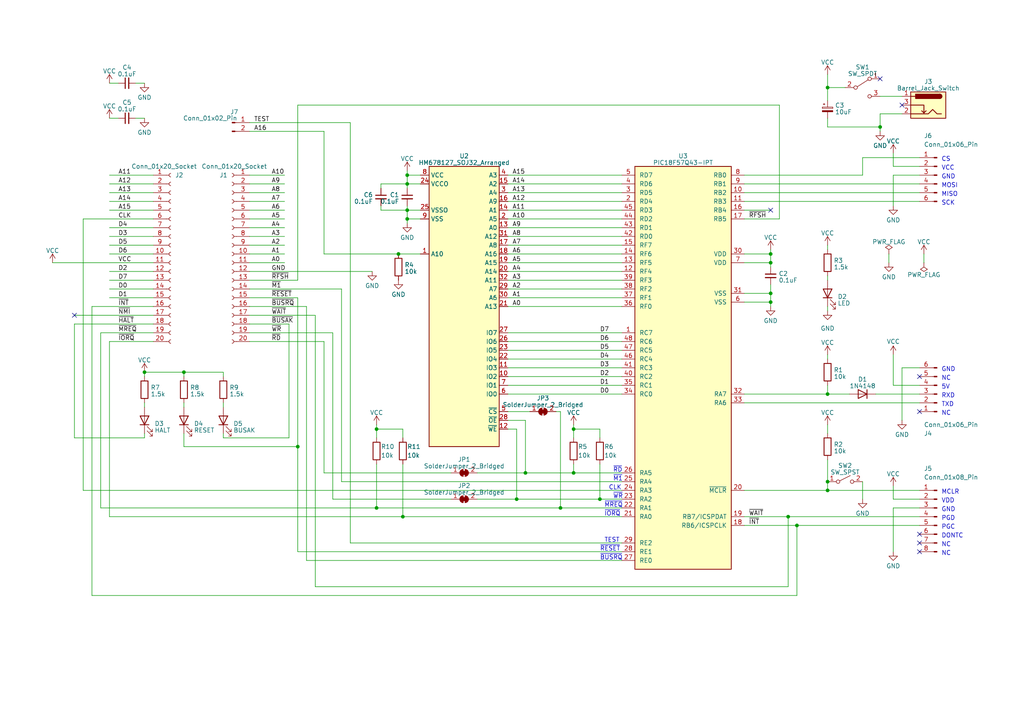
<source format=kicad_sch>
(kicad_sch (version 20230121) (generator eeschema)

  (uuid 6d2188b2-a6ec-4341-9e2f-19ddbe5554d2)

  (paper "A4")

  (title_block
    (title "EMUPU_RAM48 board (DIRECT)")
    (rev "003")
  )

  (lib_symbols
    (symbol "0-local:HM678127_SOJ32_AA" (in_bom yes) (on_board yes)
      (property "Reference" "U" (at -11.43 40.64 0)
        (effects (font (size 1.27 1.27)) (justify left bottom))
      )
      (property "Value" "HM678127_SOJ32_Arranged" (at -6.35 40.64 0)
        (effects (font (size 1.27 1.27)) (justify left bottom))
      )
      (property "Footprint" "" (at 0 0 0)
        (effects (font (size 1.27 1.27)) hide)
      )
      (property "Datasheet" "" (at 0 0 0)
        (effects (font (size 1.27 1.27)) hide)
      )
      (property "ki_keywords" "RAM SRAM CMOS MEMORY" (at 0 0 0)
        (effects (font (size 1.27 1.27)) hide)
      )
      (property "ki_description" "128K x 8 High-Speed CMOS Static RAM, 10/12ns, SOJ-32 with Address Arrangement" (at 0 0 0)
        (effects (font (size 1.27 1.27)) hide)
      )
      (property "ki_fp_filters" "DIP*W15.24mm* SSOP*11.305x20.495mm*P1.27mm*" (at 0 0 0)
        (effects (font (size 1.27 1.27)) hide)
      )
      (symbol "HM678127_SOJ32_AA_0_0"
        (pin power_in line (at -12.7 38.1 0) (length 2.54)
          (name "VCC" (effects (font (size 1.27 1.27))))
          (number "8" (effects (font (size 1.27 1.27))))
        )
        (pin power_in line (at -12.7 25.4 0) (length 2.54)
          (name "VSS" (effects (font (size 1.27 1.27))))
          (number "9" (effects (font (size 1.27 1.27))))
        )
      )
      (symbol "HM678127_SOJ32_AA_0_1"
        (rectangle (start -10.16 40.64) (end 10.16 -40.64)
          (stroke (width 0.254) (type default))
          (fill (type background))
        )
      )
      (symbol "HM678127_SOJ32_AA_1_1"
        (pin input line (at -12.7 15.24 0) (length 2.54)
          (name "A10" (effects (font (size 1.27 1.27))))
          (number "1" (effects (font (size 1.27 1.27))))
        )
        (pin tri_state line (at 12.7 -20.32 180) (length 2.54)
          (name "IO2" (effects (font (size 1.27 1.27))))
          (number "10" (effects (font (size 1.27 1.27))))
        )
        (pin tri_state line (at 12.7 -17.78 180) (length 2.54)
          (name "IO3" (effects (font (size 1.27 1.27))))
          (number "11" (effects (font (size 1.27 1.27))))
        )
        (pin input line (at 12.7 -35.56 180) (length 2.54)
          (name "~{WE}" (effects (font (size 1.27 1.27))))
          (number "12" (effects (font (size 1.27 1.27))))
        )
        (pin input line (at 12.7 22.86 180) (length 2.54)
          (name "A0" (effects (font (size 1.27 1.27))))
          (number "13" (effects (font (size 1.27 1.27))))
        )
        (pin input line (at 12.7 27.94 180) (length 2.54)
          (name "A1" (effects (font (size 1.27 1.27))))
          (number "14" (effects (font (size 1.27 1.27))))
        )
        (pin input line (at 12.7 35.56 180) (length 2.54)
          (name "A2" (effects (font (size 1.27 1.27))))
          (number "15" (effects (font (size 1.27 1.27))))
        )
        (pin input line (at 12.7 30.48 180) (length 2.54)
          (name "A9" (effects (font (size 1.27 1.27))))
          (number "16" (effects (font (size 1.27 1.27))))
        )
        (pin input line (at 12.7 17.78 180) (length 2.54)
          (name "A8" (effects (font (size 1.27 1.27))))
          (number "17" (effects (font (size 1.27 1.27))))
        )
        (pin input line (at 12.7 15.24 180) (length 2.54)
          (name "A16" (effects (font (size 1.27 1.27))))
          (number "18" (effects (font (size 1.27 1.27))))
        )
        (pin input line (at 12.7 12.7 180) (length 2.54)
          (name "A15" (effects (font (size 1.27 1.27))))
          (number "19" (effects (font (size 1.27 1.27))))
        )
        (pin input line (at 12.7 25.4 180) (length 2.54)
          (name "A5" (effects (font (size 1.27 1.27))))
          (number "2" (effects (font (size 1.27 1.27))))
        )
        (pin input line (at 12.7 10.16 180) (length 2.54)
          (name "A14" (effects (font (size 1.27 1.27))))
          (number "20" (effects (font (size 1.27 1.27))))
        )
        (pin input line (at 12.7 0 180) (length 2.54)
          (name "A13" (effects (font (size 1.27 1.27))))
          (number "21" (effects (font (size 1.27 1.27))))
        )
        (pin tri_state line (at 12.7 -15.24 180) (length 2.54)
          (name "IO4" (effects (font (size 1.27 1.27))))
          (number "22" (effects (font (size 1.27 1.27))))
        )
        (pin tri_state line (at 12.7 -12.7 180) (length 2.54)
          (name "IO5" (effects (font (size 1.27 1.27))))
          (number "23" (effects (font (size 1.27 1.27))))
        )
        (pin power_in line (at -12.7 35.56 0) (length 2.54)
          (name "VCCO" (effects (font (size 1.27 1.27))))
          (number "24" (effects (font (size 1.27 1.27))))
        )
        (pin power_in line (at -12.7 27.94 0) (length 2.54)
          (name "VSSO" (effects (font (size 1.27 1.27))))
          (number "25" (effects (font (size 1.27 1.27))))
        )
        (pin tri_state line (at 12.7 -10.16 180) (length 2.54)
          (name "IO6" (effects (font (size 1.27 1.27))))
          (number "26" (effects (font (size 1.27 1.27))))
        )
        (pin tri_state line (at 12.7 -7.62 180) (length 2.54)
          (name "IO7" (effects (font (size 1.27 1.27))))
          (number "27" (effects (font (size 1.27 1.27))))
        )
        (pin input line (at 12.7 -33.02 180) (length 2.54)
          (name "~{OE}" (effects (font (size 1.27 1.27))))
          (number "28" (effects (font (size 1.27 1.27))))
        )
        (pin input line (at 12.7 5.08 180) (length 2.54)
          (name "A7" (effects (font (size 1.27 1.27))))
          (number "29" (effects (font (size 1.27 1.27))))
        )
        (pin input line (at 12.7 33.02 180) (length 2.54)
          (name "A4" (effects (font (size 1.27 1.27))))
          (number "3" (effects (font (size 1.27 1.27))))
        )
        (pin input line (at 12.7 2.54 180) (length 2.54)
          (name "A6" (effects (font (size 1.27 1.27))))
          (number "30" (effects (font (size 1.27 1.27))))
        )
        (pin input line (at 12.7 20.32 180) (length 2.54)
          (name "A12" (effects (font (size 1.27 1.27))))
          (number "31" (effects (font (size 1.27 1.27))))
        )
        (pin input line (at 12.7 7.62 180) (length 2.54)
          (name "A11" (effects (font (size 1.27 1.27))))
          (number "32" (effects (font (size 1.27 1.27))))
        )
        (pin input line (at 12.7 38.1 180) (length 2.54)
          (name "A3" (effects (font (size 1.27 1.27))))
          (number "4" (effects (font (size 1.27 1.27))))
        )
        (pin input line (at 12.7 -30.48 180) (length 2.54)
          (name "~{CS}" (effects (font (size 1.27 1.27))))
          (number "5" (effects (font (size 1.27 1.27))))
        )
        (pin tri_state line (at 12.7 -25.4 180) (length 2.54)
          (name "IO0" (effects (font (size 1.27 1.27))))
          (number "6" (effects (font (size 1.27 1.27))))
        )
        (pin tri_state line (at 12.7 -22.86 180) (length 2.54)
          (name "IO1" (effects (font (size 1.27 1.27))))
          (number "7" (effects (font (size 1.27 1.27))))
        )
      )
    )
    (symbol "Connector:Barrel_Jack_Switch" (pin_names hide) (in_bom yes) (on_board yes)
      (property "Reference" "J" (at 0 5.334 0)
        (effects (font (size 1.27 1.27)))
      )
      (property "Value" "Barrel_Jack_Switch" (at 0 -5.08 0)
        (effects (font (size 1.27 1.27)))
      )
      (property "Footprint" "" (at 1.27 -1.016 0)
        (effects (font (size 1.27 1.27)) hide)
      )
      (property "Datasheet" "~" (at 1.27 -1.016 0)
        (effects (font (size 1.27 1.27)) hide)
      )
      (property "ki_keywords" "DC power barrel jack connector" (at 0 0 0)
        (effects (font (size 1.27 1.27)) hide)
      )
      (property "ki_description" "DC Barrel Jack with an internal switch" (at 0 0 0)
        (effects (font (size 1.27 1.27)) hide)
      )
      (property "ki_fp_filters" "BarrelJack*" (at 0 0 0)
        (effects (font (size 1.27 1.27)) hide)
      )
      (symbol "Barrel_Jack_Switch_0_1"
        (rectangle (start -5.08 3.81) (end 5.08 -3.81)
          (stroke (width 0.254) (type default))
          (fill (type background))
        )
        (arc (start -3.302 3.175) (mid -3.9343 2.54) (end -3.302 1.905)
          (stroke (width 0.254) (type default))
          (fill (type none))
        )
        (arc (start -3.302 3.175) (mid -3.9343 2.54) (end -3.302 1.905)
          (stroke (width 0.254) (type default))
          (fill (type outline))
        )
        (polyline
          (pts
            (xy 1.27 -2.286)
            (xy 1.905 -1.651)
          )
          (stroke (width 0.254) (type default))
          (fill (type none))
        )
        (polyline
          (pts
            (xy 5.08 2.54)
            (xy 3.81 2.54)
          )
          (stroke (width 0.254) (type default))
          (fill (type none))
        )
        (polyline
          (pts
            (xy 5.08 0)
            (xy 1.27 0)
            (xy 1.27 -2.286)
            (xy 0.635 -1.651)
          )
          (stroke (width 0.254) (type default))
          (fill (type none))
        )
        (polyline
          (pts
            (xy -3.81 -2.54)
            (xy -2.54 -2.54)
            (xy -1.27 -1.27)
            (xy 0 -2.54)
            (xy 2.54 -2.54)
            (xy 5.08 -2.54)
          )
          (stroke (width 0.254) (type default))
          (fill (type none))
        )
        (rectangle (start 3.683 3.175) (end -3.302 1.905)
          (stroke (width 0.254) (type default))
          (fill (type outline))
        )
      )
      (symbol "Barrel_Jack_Switch_1_1"
        (pin passive line (at 7.62 2.54 180) (length 2.54)
          (name "~" (effects (font (size 1.27 1.27))))
          (number "1" (effects (font (size 1.27 1.27))))
        )
        (pin passive line (at 7.62 -2.54 180) (length 2.54)
          (name "~" (effects (font (size 1.27 1.27))))
          (number "2" (effects (font (size 1.27 1.27))))
        )
        (pin passive line (at 7.62 0 180) (length 2.54)
          (name "~" (effects (font (size 1.27 1.27))))
          (number "3" (effects (font (size 1.27 1.27))))
        )
      )
    )
    (symbol "Connector:Conn_01x02_Pin" (pin_names (offset 1.016) hide) (in_bom yes) (on_board yes)
      (property "Reference" "J" (at 0 2.54 0)
        (effects (font (size 1.27 1.27)))
      )
      (property "Value" "Conn_01x02_Pin" (at 0 -5.08 0)
        (effects (font (size 1.27 1.27)))
      )
      (property "Footprint" "" (at 0 0 0)
        (effects (font (size 1.27 1.27)) hide)
      )
      (property "Datasheet" "~" (at 0 0 0)
        (effects (font (size 1.27 1.27)) hide)
      )
      (property "ki_locked" "" (at 0 0 0)
        (effects (font (size 1.27 1.27)))
      )
      (property "ki_keywords" "connector" (at 0 0 0)
        (effects (font (size 1.27 1.27)) hide)
      )
      (property "ki_description" "Generic connector, single row, 01x02, script generated" (at 0 0 0)
        (effects (font (size 1.27 1.27)) hide)
      )
      (property "ki_fp_filters" "Connector*:*_1x??_*" (at 0 0 0)
        (effects (font (size 1.27 1.27)) hide)
      )
      (symbol "Conn_01x02_Pin_1_1"
        (polyline
          (pts
            (xy 1.27 -2.54)
            (xy 0.8636 -2.54)
          )
          (stroke (width 0.1524) (type default))
          (fill (type none))
        )
        (polyline
          (pts
            (xy 1.27 0)
            (xy 0.8636 0)
          )
          (stroke (width 0.1524) (type default))
          (fill (type none))
        )
        (rectangle (start 0.8636 -2.413) (end 0 -2.667)
          (stroke (width 0.1524) (type default))
          (fill (type outline))
        )
        (rectangle (start 0.8636 0.127) (end 0 -0.127)
          (stroke (width 0.1524) (type default))
          (fill (type outline))
        )
        (pin passive line (at 5.08 0 180) (length 3.81)
          (name "Pin_1" (effects (font (size 1.27 1.27))))
          (number "1" (effects (font (size 1.27 1.27))))
        )
        (pin passive line (at 5.08 -2.54 180) (length 3.81)
          (name "Pin_2" (effects (font (size 1.27 1.27))))
          (number "2" (effects (font (size 1.27 1.27))))
        )
      )
    )
    (symbol "Connector:Conn_01x06_Pin" (pin_names (offset 1.016) hide) (in_bom yes) (on_board yes)
      (property "Reference" "J" (at 0 7.62 0)
        (effects (font (size 1.27 1.27)))
      )
      (property "Value" "Conn_01x06_Pin" (at 0 -10.16 0)
        (effects (font (size 1.27 1.27)))
      )
      (property "Footprint" "" (at 0 0 0)
        (effects (font (size 1.27 1.27)) hide)
      )
      (property "Datasheet" "~" (at 0 0 0)
        (effects (font (size 1.27 1.27)) hide)
      )
      (property "ki_locked" "" (at 0 0 0)
        (effects (font (size 1.27 1.27)))
      )
      (property "ki_keywords" "connector" (at 0 0 0)
        (effects (font (size 1.27 1.27)) hide)
      )
      (property "ki_description" "Generic connector, single row, 01x06, script generated" (at 0 0 0)
        (effects (font (size 1.27 1.27)) hide)
      )
      (property "ki_fp_filters" "Connector*:*_1x??_*" (at 0 0 0)
        (effects (font (size 1.27 1.27)) hide)
      )
      (symbol "Conn_01x06_Pin_1_1"
        (polyline
          (pts
            (xy 1.27 -7.62)
            (xy 0.8636 -7.62)
          )
          (stroke (width 0.1524) (type default))
          (fill (type none))
        )
        (polyline
          (pts
            (xy 1.27 -5.08)
            (xy 0.8636 -5.08)
          )
          (stroke (width 0.1524) (type default))
          (fill (type none))
        )
        (polyline
          (pts
            (xy 1.27 -2.54)
            (xy 0.8636 -2.54)
          )
          (stroke (width 0.1524) (type default))
          (fill (type none))
        )
        (polyline
          (pts
            (xy 1.27 0)
            (xy 0.8636 0)
          )
          (stroke (width 0.1524) (type default))
          (fill (type none))
        )
        (polyline
          (pts
            (xy 1.27 2.54)
            (xy 0.8636 2.54)
          )
          (stroke (width 0.1524) (type default))
          (fill (type none))
        )
        (polyline
          (pts
            (xy 1.27 5.08)
            (xy 0.8636 5.08)
          )
          (stroke (width 0.1524) (type default))
          (fill (type none))
        )
        (rectangle (start 0.8636 -7.493) (end 0 -7.747)
          (stroke (width 0.1524) (type default))
          (fill (type outline))
        )
        (rectangle (start 0.8636 -4.953) (end 0 -5.207)
          (stroke (width 0.1524) (type default))
          (fill (type outline))
        )
        (rectangle (start 0.8636 -2.413) (end 0 -2.667)
          (stroke (width 0.1524) (type default))
          (fill (type outline))
        )
        (rectangle (start 0.8636 0.127) (end 0 -0.127)
          (stroke (width 0.1524) (type default))
          (fill (type outline))
        )
        (rectangle (start 0.8636 2.667) (end 0 2.413)
          (stroke (width 0.1524) (type default))
          (fill (type outline))
        )
        (rectangle (start 0.8636 5.207) (end 0 4.953)
          (stroke (width 0.1524) (type default))
          (fill (type outline))
        )
        (pin passive line (at 5.08 5.08 180) (length 3.81)
          (name "Pin_1" (effects (font (size 1.27 1.27))))
          (number "1" (effects (font (size 1.27 1.27))))
        )
        (pin passive line (at 5.08 2.54 180) (length 3.81)
          (name "Pin_2" (effects (font (size 1.27 1.27))))
          (number "2" (effects (font (size 1.27 1.27))))
        )
        (pin passive line (at 5.08 0 180) (length 3.81)
          (name "Pin_3" (effects (font (size 1.27 1.27))))
          (number "3" (effects (font (size 1.27 1.27))))
        )
        (pin passive line (at 5.08 -2.54 180) (length 3.81)
          (name "Pin_4" (effects (font (size 1.27 1.27))))
          (number "4" (effects (font (size 1.27 1.27))))
        )
        (pin passive line (at 5.08 -5.08 180) (length 3.81)
          (name "Pin_5" (effects (font (size 1.27 1.27))))
          (number "5" (effects (font (size 1.27 1.27))))
        )
        (pin passive line (at 5.08 -7.62 180) (length 3.81)
          (name "Pin_6" (effects (font (size 1.27 1.27))))
          (number "6" (effects (font (size 1.27 1.27))))
        )
      )
    )
    (symbol "Connector:Conn_01x08_Pin" (pin_names (offset 1.016) hide) (in_bom yes) (on_board yes)
      (property "Reference" "J" (at 0 10.16 0)
        (effects (font (size 1.27 1.27)))
      )
      (property "Value" "Conn_01x08_Pin" (at 0 -12.7 0)
        (effects (font (size 1.27 1.27)))
      )
      (property "Footprint" "" (at 0 0 0)
        (effects (font (size 1.27 1.27)) hide)
      )
      (property "Datasheet" "~" (at 0 0 0)
        (effects (font (size 1.27 1.27)) hide)
      )
      (property "ki_locked" "" (at 0 0 0)
        (effects (font (size 1.27 1.27)))
      )
      (property "ki_keywords" "connector" (at 0 0 0)
        (effects (font (size 1.27 1.27)) hide)
      )
      (property "ki_description" "Generic connector, single row, 01x08, script generated" (at 0 0 0)
        (effects (font (size 1.27 1.27)) hide)
      )
      (property "ki_fp_filters" "Connector*:*_1x??_*" (at 0 0 0)
        (effects (font (size 1.27 1.27)) hide)
      )
      (symbol "Conn_01x08_Pin_1_1"
        (polyline
          (pts
            (xy 1.27 -10.16)
            (xy 0.8636 -10.16)
          )
          (stroke (width 0.1524) (type default))
          (fill (type none))
        )
        (polyline
          (pts
            (xy 1.27 -7.62)
            (xy 0.8636 -7.62)
          )
          (stroke (width 0.1524) (type default))
          (fill (type none))
        )
        (polyline
          (pts
            (xy 1.27 -5.08)
            (xy 0.8636 -5.08)
          )
          (stroke (width 0.1524) (type default))
          (fill (type none))
        )
        (polyline
          (pts
            (xy 1.27 -2.54)
            (xy 0.8636 -2.54)
          )
          (stroke (width 0.1524) (type default))
          (fill (type none))
        )
        (polyline
          (pts
            (xy 1.27 0)
            (xy 0.8636 0)
          )
          (stroke (width 0.1524) (type default))
          (fill (type none))
        )
        (polyline
          (pts
            (xy 1.27 2.54)
            (xy 0.8636 2.54)
          )
          (stroke (width 0.1524) (type default))
          (fill (type none))
        )
        (polyline
          (pts
            (xy 1.27 5.08)
            (xy 0.8636 5.08)
          )
          (stroke (width 0.1524) (type default))
          (fill (type none))
        )
        (polyline
          (pts
            (xy 1.27 7.62)
            (xy 0.8636 7.62)
          )
          (stroke (width 0.1524) (type default))
          (fill (type none))
        )
        (rectangle (start 0.8636 -10.033) (end 0 -10.287)
          (stroke (width 0.1524) (type default))
          (fill (type outline))
        )
        (rectangle (start 0.8636 -7.493) (end 0 -7.747)
          (stroke (width 0.1524) (type default))
          (fill (type outline))
        )
        (rectangle (start 0.8636 -4.953) (end 0 -5.207)
          (stroke (width 0.1524) (type default))
          (fill (type outline))
        )
        (rectangle (start 0.8636 -2.413) (end 0 -2.667)
          (stroke (width 0.1524) (type default))
          (fill (type outline))
        )
        (rectangle (start 0.8636 0.127) (end 0 -0.127)
          (stroke (width 0.1524) (type default))
          (fill (type outline))
        )
        (rectangle (start 0.8636 2.667) (end 0 2.413)
          (stroke (width 0.1524) (type default))
          (fill (type outline))
        )
        (rectangle (start 0.8636 5.207) (end 0 4.953)
          (stroke (width 0.1524) (type default))
          (fill (type outline))
        )
        (rectangle (start 0.8636 7.747) (end 0 7.493)
          (stroke (width 0.1524) (type default))
          (fill (type outline))
        )
        (pin passive line (at 5.08 7.62 180) (length 3.81)
          (name "Pin_1" (effects (font (size 1.27 1.27))))
          (number "1" (effects (font (size 1.27 1.27))))
        )
        (pin passive line (at 5.08 5.08 180) (length 3.81)
          (name "Pin_2" (effects (font (size 1.27 1.27))))
          (number "2" (effects (font (size 1.27 1.27))))
        )
        (pin passive line (at 5.08 2.54 180) (length 3.81)
          (name "Pin_3" (effects (font (size 1.27 1.27))))
          (number "3" (effects (font (size 1.27 1.27))))
        )
        (pin passive line (at 5.08 0 180) (length 3.81)
          (name "Pin_4" (effects (font (size 1.27 1.27))))
          (number "4" (effects (font (size 1.27 1.27))))
        )
        (pin passive line (at 5.08 -2.54 180) (length 3.81)
          (name "Pin_5" (effects (font (size 1.27 1.27))))
          (number "5" (effects (font (size 1.27 1.27))))
        )
        (pin passive line (at 5.08 -5.08 180) (length 3.81)
          (name "Pin_6" (effects (font (size 1.27 1.27))))
          (number "6" (effects (font (size 1.27 1.27))))
        )
        (pin passive line (at 5.08 -7.62 180) (length 3.81)
          (name "Pin_7" (effects (font (size 1.27 1.27))))
          (number "7" (effects (font (size 1.27 1.27))))
        )
        (pin passive line (at 5.08 -10.16 180) (length 3.81)
          (name "Pin_8" (effects (font (size 1.27 1.27))))
          (number "8" (effects (font (size 1.27 1.27))))
        )
      )
    )
    (symbol "Connector:Conn_01x20_Socket" (pin_names (offset 1.016) hide) (in_bom yes) (on_board yes)
      (property "Reference" "J" (at 0 25.4 0)
        (effects (font (size 1.27 1.27)))
      )
      (property "Value" "Conn_01x20_Socket" (at 0 -27.94 0)
        (effects (font (size 1.27 1.27)))
      )
      (property "Footprint" "" (at 0 0 0)
        (effects (font (size 1.27 1.27)) hide)
      )
      (property "Datasheet" "~" (at 0 0 0)
        (effects (font (size 1.27 1.27)) hide)
      )
      (property "ki_locked" "" (at 0 0 0)
        (effects (font (size 1.27 1.27)))
      )
      (property "ki_keywords" "connector" (at 0 0 0)
        (effects (font (size 1.27 1.27)) hide)
      )
      (property "ki_description" "Generic connector, single row, 01x20, script generated" (at 0 0 0)
        (effects (font (size 1.27 1.27)) hide)
      )
      (property "ki_fp_filters" "Connector*:*_1x??_*" (at 0 0 0)
        (effects (font (size 1.27 1.27)) hide)
      )
      (symbol "Conn_01x20_Socket_1_1"
        (arc (start 0 -24.892) (mid -0.5058 -25.4) (end 0 -25.908)
          (stroke (width 0.1524) (type default))
          (fill (type none))
        )
        (arc (start 0 -22.352) (mid -0.5058 -22.86) (end 0 -23.368)
          (stroke (width 0.1524) (type default))
          (fill (type none))
        )
        (arc (start 0 -19.812) (mid -0.5058 -20.32) (end 0 -20.828)
          (stroke (width 0.1524) (type default))
          (fill (type none))
        )
        (arc (start 0 -17.272) (mid -0.5058 -17.78) (end 0 -18.288)
          (stroke (width 0.1524) (type default))
          (fill (type none))
        )
        (arc (start 0 -14.732) (mid -0.5058 -15.24) (end 0 -15.748)
          (stroke (width 0.1524) (type default))
          (fill (type none))
        )
        (arc (start 0 -12.192) (mid -0.5058 -12.7) (end 0 -13.208)
          (stroke (width 0.1524) (type default))
          (fill (type none))
        )
        (arc (start 0 -9.652) (mid -0.5058 -10.16) (end 0 -10.668)
          (stroke (width 0.1524) (type default))
          (fill (type none))
        )
        (arc (start 0 -7.112) (mid -0.5058 -7.62) (end 0 -8.128)
          (stroke (width 0.1524) (type default))
          (fill (type none))
        )
        (arc (start 0 -4.572) (mid -0.5058 -5.08) (end 0 -5.588)
          (stroke (width 0.1524) (type default))
          (fill (type none))
        )
        (arc (start 0 -2.032) (mid -0.5058 -2.54) (end 0 -3.048)
          (stroke (width 0.1524) (type default))
          (fill (type none))
        )
        (polyline
          (pts
            (xy -1.27 -25.4)
            (xy -0.508 -25.4)
          )
          (stroke (width 0.1524) (type default))
          (fill (type none))
        )
        (polyline
          (pts
            (xy -1.27 -22.86)
            (xy -0.508 -22.86)
          )
          (stroke (width 0.1524) (type default))
          (fill (type none))
        )
        (polyline
          (pts
            (xy -1.27 -20.32)
            (xy -0.508 -20.32)
          )
          (stroke (width 0.1524) (type default))
          (fill (type none))
        )
        (polyline
          (pts
            (xy -1.27 -17.78)
            (xy -0.508 -17.78)
          )
          (stroke (width 0.1524) (type default))
          (fill (type none))
        )
        (polyline
          (pts
            (xy -1.27 -15.24)
            (xy -0.508 -15.24)
          )
          (stroke (width 0.1524) (type default))
          (fill (type none))
        )
        (polyline
          (pts
            (xy -1.27 -12.7)
            (xy -0.508 -12.7)
          )
          (stroke (width 0.1524) (type default))
          (fill (type none))
        )
        (polyline
          (pts
            (xy -1.27 -10.16)
            (xy -0.508 -10.16)
          )
          (stroke (width 0.1524) (type default))
          (fill (type none))
        )
        (polyline
          (pts
            (xy -1.27 -7.62)
            (xy -0.508 -7.62)
          )
          (stroke (width 0.1524) (type default))
          (fill (type none))
        )
        (polyline
          (pts
            (xy -1.27 -5.08)
            (xy -0.508 -5.08)
          )
          (stroke (width 0.1524) (type default))
          (fill (type none))
        )
        (polyline
          (pts
            (xy -1.27 -2.54)
            (xy -0.508 -2.54)
          )
          (stroke (width 0.1524) (type default))
          (fill (type none))
        )
        (polyline
          (pts
            (xy -1.27 0)
            (xy -0.508 0)
          )
          (stroke (width 0.1524) (type default))
          (fill (type none))
        )
        (polyline
          (pts
            (xy -1.27 2.54)
            (xy -0.508 2.54)
          )
          (stroke (width 0.1524) (type default))
          (fill (type none))
        )
        (polyline
          (pts
            (xy -1.27 5.08)
            (xy -0.508 5.08)
          )
          (stroke (width 0.1524) (type default))
          (fill (type none))
        )
        (polyline
          (pts
            (xy -1.27 7.62)
            (xy -0.508 7.62)
          )
          (stroke (width 0.1524) (type default))
          (fill (type none))
        )
        (polyline
          (pts
            (xy -1.27 10.16)
            (xy -0.508 10.16)
          )
          (stroke (width 0.1524) (type default))
          (fill (type none))
        )
        (polyline
          (pts
            (xy -1.27 12.7)
            (xy -0.508 12.7)
          )
          (stroke (width 0.1524) (type default))
          (fill (type none))
        )
        (polyline
          (pts
            (xy -1.27 15.24)
            (xy -0.508 15.24)
          )
          (stroke (width 0.1524) (type default))
          (fill (type none))
        )
        (polyline
          (pts
            (xy -1.27 17.78)
            (xy -0.508 17.78)
          )
          (stroke (width 0.1524) (type default))
          (fill (type none))
        )
        (polyline
          (pts
            (xy -1.27 20.32)
            (xy -0.508 20.32)
          )
          (stroke (width 0.1524) (type default))
          (fill (type none))
        )
        (polyline
          (pts
            (xy -1.27 22.86)
            (xy -0.508 22.86)
          )
          (stroke (width 0.1524) (type default))
          (fill (type none))
        )
        (arc (start 0 0.508) (mid -0.5058 0) (end 0 -0.508)
          (stroke (width 0.1524) (type default))
          (fill (type none))
        )
        (arc (start 0 3.048) (mid -0.5058 2.54) (end 0 2.032)
          (stroke (width 0.1524) (type default))
          (fill (type none))
        )
        (arc (start 0 5.588) (mid -0.5058 5.08) (end 0 4.572)
          (stroke (width 0.1524) (type default))
          (fill (type none))
        )
        (arc (start 0 8.128) (mid -0.5058 7.62) (end 0 7.112)
          (stroke (width 0.1524) (type default))
          (fill (type none))
        )
        (arc (start 0 10.668) (mid -0.5058 10.16) (end 0 9.652)
          (stroke (width 0.1524) (type default))
          (fill (type none))
        )
        (arc (start 0 13.208) (mid -0.5058 12.7) (end 0 12.192)
          (stroke (width 0.1524) (type default))
          (fill (type none))
        )
        (arc (start 0 15.748) (mid -0.5058 15.24) (end 0 14.732)
          (stroke (width 0.1524) (type default))
          (fill (type none))
        )
        (arc (start 0 18.288) (mid -0.5058 17.78) (end 0 17.272)
          (stroke (width 0.1524) (type default))
          (fill (type none))
        )
        (arc (start 0 20.828) (mid -0.5058 20.32) (end 0 19.812)
          (stroke (width 0.1524) (type default))
          (fill (type none))
        )
        (arc (start 0 23.368) (mid -0.5058 22.86) (end 0 22.352)
          (stroke (width 0.1524) (type default))
          (fill (type none))
        )
        (pin passive line (at -5.08 22.86 0) (length 3.81)
          (name "Pin_1" (effects (font (size 1.27 1.27))))
          (number "1" (effects (font (size 1.27 1.27))))
        )
        (pin passive line (at -5.08 0 0) (length 3.81)
          (name "Pin_10" (effects (font (size 1.27 1.27))))
          (number "10" (effects (font (size 1.27 1.27))))
        )
        (pin passive line (at -5.08 -2.54 0) (length 3.81)
          (name "Pin_11" (effects (font (size 1.27 1.27))))
          (number "11" (effects (font (size 1.27 1.27))))
        )
        (pin passive line (at -5.08 -5.08 0) (length 3.81)
          (name "Pin_12" (effects (font (size 1.27 1.27))))
          (number "12" (effects (font (size 1.27 1.27))))
        )
        (pin passive line (at -5.08 -7.62 0) (length 3.81)
          (name "Pin_13" (effects (font (size 1.27 1.27))))
          (number "13" (effects (font (size 1.27 1.27))))
        )
        (pin passive line (at -5.08 -10.16 0) (length 3.81)
          (name "Pin_14" (effects (font (size 1.27 1.27))))
          (number "14" (effects (font (size 1.27 1.27))))
        )
        (pin passive line (at -5.08 -12.7 0) (length 3.81)
          (name "Pin_15" (effects (font (size 1.27 1.27))))
          (number "15" (effects (font (size 1.27 1.27))))
        )
        (pin passive line (at -5.08 -15.24 0) (length 3.81)
          (name "Pin_16" (effects (font (size 1.27 1.27))))
          (number "16" (effects (font (size 1.27 1.27))))
        )
        (pin passive line (at -5.08 -17.78 0) (length 3.81)
          (name "Pin_17" (effects (font (size 1.27 1.27))))
          (number "17" (effects (font (size 1.27 1.27))))
        )
        (pin passive line (at -5.08 -20.32 0) (length 3.81)
          (name "Pin_18" (effects (font (size 1.27 1.27))))
          (number "18" (effects (font (size 1.27 1.27))))
        )
        (pin passive line (at -5.08 -22.86 0) (length 3.81)
          (name "Pin_19" (effects (font (size 1.27 1.27))))
          (number "19" (effects (font (size 1.27 1.27))))
        )
        (pin passive line (at -5.08 20.32 0) (length 3.81)
          (name "Pin_2" (effects (font (size 1.27 1.27))))
          (number "2" (effects (font (size 1.27 1.27))))
        )
        (pin passive line (at -5.08 -25.4 0) (length 3.81)
          (name "Pin_20" (effects (font (size 1.27 1.27))))
          (number "20" (effects (font (size 1.27 1.27))))
        )
        (pin passive line (at -5.08 17.78 0) (length 3.81)
          (name "Pin_3" (effects (font (size 1.27 1.27))))
          (number "3" (effects (font (size 1.27 1.27))))
        )
        (pin passive line (at -5.08 15.24 0) (length 3.81)
          (name "Pin_4" (effects (font (size 1.27 1.27))))
          (number "4" (effects (font (size 1.27 1.27))))
        )
        (pin passive line (at -5.08 12.7 0) (length 3.81)
          (name "Pin_5" (effects (font (size 1.27 1.27))))
          (number "5" (effects (font (size 1.27 1.27))))
        )
        (pin passive line (at -5.08 10.16 0) (length 3.81)
          (name "Pin_6" (effects (font (size 1.27 1.27))))
          (number "6" (effects (font (size 1.27 1.27))))
        )
        (pin passive line (at -5.08 7.62 0) (length 3.81)
          (name "Pin_7" (effects (font (size 1.27 1.27))))
          (number "7" (effects (font (size 1.27 1.27))))
        )
        (pin passive line (at -5.08 5.08 0) (length 3.81)
          (name "Pin_8" (effects (font (size 1.27 1.27))))
          (number "8" (effects (font (size 1.27 1.27))))
        )
        (pin passive line (at -5.08 2.54 0) (length 3.81)
          (name "Pin_9" (effects (font (size 1.27 1.27))))
          (number "9" (effects (font (size 1.27 1.27))))
        )
      )
    )
    (symbol "Device:C_Polarized_Small" (pin_numbers hide) (pin_names (offset 0.254) hide) (in_bom yes) (on_board yes)
      (property "Reference" "C" (at 0.254 1.778 0)
        (effects (font (size 1.27 1.27)) (justify left))
      )
      (property "Value" "C_Polarized_Small" (at 0.254 -2.032 0)
        (effects (font (size 1.27 1.27)) (justify left))
      )
      (property "Footprint" "" (at 0 0 0)
        (effects (font (size 1.27 1.27)) hide)
      )
      (property "Datasheet" "~" (at 0 0 0)
        (effects (font (size 1.27 1.27)) hide)
      )
      (property "ki_keywords" "cap capacitor" (at 0 0 0)
        (effects (font (size 1.27 1.27)) hide)
      )
      (property "ki_description" "Polarized capacitor, small symbol" (at 0 0 0)
        (effects (font (size 1.27 1.27)) hide)
      )
      (property "ki_fp_filters" "CP_*" (at 0 0 0)
        (effects (font (size 1.27 1.27)) hide)
      )
      (symbol "C_Polarized_Small_0_1"
        (rectangle (start -1.524 -0.3048) (end 1.524 -0.6858)
          (stroke (width 0) (type default))
          (fill (type outline))
        )
        (rectangle (start -1.524 0.6858) (end 1.524 0.3048)
          (stroke (width 0) (type default))
          (fill (type none))
        )
        (polyline
          (pts
            (xy -1.27 1.524)
            (xy -0.762 1.524)
          )
          (stroke (width 0) (type default))
          (fill (type none))
        )
        (polyline
          (pts
            (xy -1.016 1.27)
            (xy -1.016 1.778)
          )
          (stroke (width 0) (type default))
          (fill (type none))
        )
      )
      (symbol "C_Polarized_Small_1_1"
        (pin passive line (at 0 2.54 270) (length 1.8542)
          (name "~" (effects (font (size 1.27 1.27))))
          (number "1" (effects (font (size 1.27 1.27))))
        )
        (pin passive line (at 0 -2.54 90) (length 1.8542)
          (name "~" (effects (font (size 1.27 1.27))))
          (number "2" (effects (font (size 1.27 1.27))))
        )
      )
    )
    (symbol "Device:C_Small" (pin_numbers hide) (pin_names (offset 0.254) hide) (in_bom yes) (on_board yes)
      (property "Reference" "C" (at 0.254 1.778 0)
        (effects (font (size 1.27 1.27)) (justify left))
      )
      (property "Value" "C_Small" (at 0.254 -2.032 0)
        (effects (font (size 1.27 1.27)) (justify left))
      )
      (property "Footprint" "" (at 0 0 0)
        (effects (font (size 1.27 1.27)) hide)
      )
      (property "Datasheet" "~" (at 0 0 0)
        (effects (font (size 1.27 1.27)) hide)
      )
      (property "ki_keywords" "capacitor cap" (at 0 0 0)
        (effects (font (size 1.27 1.27)) hide)
      )
      (property "ki_description" "Unpolarized capacitor, small symbol" (at 0 0 0)
        (effects (font (size 1.27 1.27)) hide)
      )
      (property "ki_fp_filters" "C_*" (at 0 0 0)
        (effects (font (size 1.27 1.27)) hide)
      )
      (symbol "C_Small_0_1"
        (polyline
          (pts
            (xy -1.524 -0.508)
            (xy 1.524 -0.508)
          )
          (stroke (width 0.3302) (type default))
          (fill (type none))
        )
        (polyline
          (pts
            (xy -1.524 0.508)
            (xy 1.524 0.508)
          )
          (stroke (width 0.3048) (type default))
          (fill (type none))
        )
      )
      (symbol "C_Small_1_1"
        (pin passive line (at 0 2.54 270) (length 2.032)
          (name "~" (effects (font (size 1.27 1.27))))
          (number "1" (effects (font (size 1.27 1.27))))
        )
        (pin passive line (at 0 -2.54 90) (length 2.032)
          (name "~" (effects (font (size 1.27 1.27))))
          (number "2" (effects (font (size 1.27 1.27))))
        )
      )
    )
    (symbol "Device:LED" (pin_numbers hide) (pin_names (offset 1.016) hide) (in_bom yes) (on_board yes)
      (property "Reference" "D" (at 0 2.54 0)
        (effects (font (size 1.27 1.27)))
      )
      (property "Value" "LED" (at 0 -2.54 0)
        (effects (font (size 1.27 1.27)))
      )
      (property "Footprint" "" (at 0 0 0)
        (effects (font (size 1.27 1.27)) hide)
      )
      (property "Datasheet" "~" (at 0 0 0)
        (effects (font (size 1.27 1.27)) hide)
      )
      (property "ki_keywords" "LED diode" (at 0 0 0)
        (effects (font (size 1.27 1.27)) hide)
      )
      (property "ki_description" "Light emitting diode" (at 0 0 0)
        (effects (font (size 1.27 1.27)) hide)
      )
      (property "ki_fp_filters" "LED* LED_SMD:* LED_THT:*" (at 0 0 0)
        (effects (font (size 1.27 1.27)) hide)
      )
      (symbol "LED_0_1"
        (polyline
          (pts
            (xy -1.27 -1.27)
            (xy -1.27 1.27)
          )
          (stroke (width 0.254) (type default))
          (fill (type none))
        )
        (polyline
          (pts
            (xy -1.27 0)
            (xy 1.27 0)
          )
          (stroke (width 0) (type default))
          (fill (type none))
        )
        (polyline
          (pts
            (xy 1.27 -1.27)
            (xy 1.27 1.27)
            (xy -1.27 0)
            (xy 1.27 -1.27)
          )
          (stroke (width 0.254) (type default))
          (fill (type none))
        )
        (polyline
          (pts
            (xy -3.048 -0.762)
            (xy -4.572 -2.286)
            (xy -3.81 -2.286)
            (xy -4.572 -2.286)
            (xy -4.572 -1.524)
          )
          (stroke (width 0) (type default))
          (fill (type none))
        )
        (polyline
          (pts
            (xy -1.778 -0.762)
            (xy -3.302 -2.286)
            (xy -2.54 -2.286)
            (xy -3.302 -2.286)
            (xy -3.302 -1.524)
          )
          (stroke (width 0) (type default))
          (fill (type none))
        )
      )
      (symbol "LED_1_1"
        (pin passive line (at -3.81 0 0) (length 2.54)
          (name "K" (effects (font (size 1.27 1.27))))
          (number "1" (effects (font (size 1.27 1.27))))
        )
        (pin passive line (at 3.81 0 180) (length 2.54)
          (name "A" (effects (font (size 1.27 1.27))))
          (number "2" (effects (font (size 1.27 1.27))))
        )
      )
    )
    (symbol "Device:R" (pin_numbers hide) (pin_names (offset 0)) (in_bom yes) (on_board yes)
      (property "Reference" "R" (at 2.032 0 90)
        (effects (font (size 1.27 1.27)))
      )
      (property "Value" "R" (at 0 0 90)
        (effects (font (size 1.27 1.27)))
      )
      (property "Footprint" "" (at -1.778 0 90)
        (effects (font (size 1.27 1.27)) hide)
      )
      (property "Datasheet" "~" (at 0 0 0)
        (effects (font (size 1.27 1.27)) hide)
      )
      (property "ki_keywords" "R res resistor" (at 0 0 0)
        (effects (font (size 1.27 1.27)) hide)
      )
      (property "ki_description" "Resistor" (at 0 0 0)
        (effects (font (size 1.27 1.27)) hide)
      )
      (property "ki_fp_filters" "R_*" (at 0 0 0)
        (effects (font (size 1.27 1.27)) hide)
      )
      (symbol "R_0_1"
        (rectangle (start -1.016 -2.54) (end 1.016 2.54)
          (stroke (width 0.254) (type default))
          (fill (type none))
        )
      )
      (symbol "R_1_1"
        (pin passive line (at 0 3.81 270) (length 1.27)
          (name "~" (effects (font (size 1.27 1.27))))
          (number "1" (effects (font (size 1.27 1.27))))
        )
        (pin passive line (at 0 -3.81 90) (length 1.27)
          (name "~" (effects (font (size 1.27 1.27))))
          (number "2" (effects (font (size 1.27 1.27))))
        )
      )
    )
    (symbol "Diode:1N4148" (pin_numbers hide) (pin_names hide) (in_bom yes) (on_board yes)
      (property "Reference" "D" (at 0 2.54 0)
        (effects (font (size 1.27 1.27)))
      )
      (property "Value" "1N4148" (at 0 -2.54 0)
        (effects (font (size 1.27 1.27)))
      )
      (property "Footprint" "Diode_THT:D_DO-35_SOD27_P7.62mm_Horizontal" (at 0 0 0)
        (effects (font (size 1.27 1.27)) hide)
      )
      (property "Datasheet" "https://assets.nexperia.com/documents/data-sheet/1N4148_1N4448.pdf" (at 0 0 0)
        (effects (font (size 1.27 1.27)) hide)
      )
      (property "Sim.Device" "D" (at 0 0 0)
        (effects (font (size 1.27 1.27)) hide)
      )
      (property "Sim.Pins" "1=K 2=A" (at 0 0 0)
        (effects (font (size 1.27 1.27)) hide)
      )
      (property "ki_keywords" "diode" (at 0 0 0)
        (effects (font (size 1.27 1.27)) hide)
      )
      (property "ki_description" "100V 0.15A standard switching diode, DO-35" (at 0 0 0)
        (effects (font (size 1.27 1.27)) hide)
      )
      (property "ki_fp_filters" "D*DO?35*" (at 0 0 0)
        (effects (font (size 1.27 1.27)) hide)
      )
      (symbol "1N4148_0_1"
        (polyline
          (pts
            (xy -1.27 1.27)
            (xy -1.27 -1.27)
          )
          (stroke (width 0.254) (type default))
          (fill (type none))
        )
        (polyline
          (pts
            (xy 1.27 0)
            (xy -1.27 0)
          )
          (stroke (width 0) (type default))
          (fill (type none))
        )
        (polyline
          (pts
            (xy 1.27 1.27)
            (xy 1.27 -1.27)
            (xy -1.27 0)
            (xy 1.27 1.27)
          )
          (stroke (width 0.254) (type default))
          (fill (type none))
        )
      )
      (symbol "1N4148_1_1"
        (pin passive line (at -3.81 0 0) (length 2.54)
          (name "K" (effects (font (size 1.27 1.27))))
          (number "1" (effects (font (size 1.27 1.27))))
        )
        (pin passive line (at 3.81 0 180) (length 2.54)
          (name "A" (effects (font (size 1.27 1.27))))
          (number "2" (effects (font (size 1.27 1.27))))
        )
      )
    )
    (symbol "Jumper:SolderJumper_2_Bridged" (pin_names (offset 0) hide) (in_bom yes) (on_board yes)
      (property "Reference" "JP" (at 0 2.032 0)
        (effects (font (size 1.27 1.27)))
      )
      (property "Value" "SolderJumper_2_Bridged" (at 0 -2.54 0)
        (effects (font (size 1.27 1.27)))
      )
      (property "Footprint" "" (at 0 0 0)
        (effects (font (size 1.27 1.27)) hide)
      )
      (property "Datasheet" "~" (at 0 0 0)
        (effects (font (size 1.27 1.27)) hide)
      )
      (property "ki_keywords" "solder jumper SPST" (at 0 0 0)
        (effects (font (size 1.27 1.27)) hide)
      )
      (property "ki_description" "Solder Jumper, 2-pole, closed/bridged" (at 0 0 0)
        (effects (font (size 1.27 1.27)) hide)
      )
      (property "ki_fp_filters" "SolderJumper*Bridged*" (at 0 0 0)
        (effects (font (size 1.27 1.27)) hide)
      )
      (symbol "SolderJumper_2_Bridged_0_1"
        (rectangle (start -0.508 0.508) (end 0.508 -0.508)
          (stroke (width 0) (type default))
          (fill (type outline))
        )
        (arc (start -0.254 1.016) (mid -1.2656 0) (end -0.254 -1.016)
          (stroke (width 0) (type default))
          (fill (type none))
        )
        (arc (start -0.254 1.016) (mid -1.2656 0) (end -0.254 -1.016)
          (stroke (width 0) (type default))
          (fill (type outline))
        )
        (polyline
          (pts
            (xy -0.254 1.016)
            (xy -0.254 -1.016)
          )
          (stroke (width 0) (type default))
          (fill (type none))
        )
        (polyline
          (pts
            (xy 0.254 1.016)
            (xy 0.254 -1.016)
          )
          (stroke (width 0) (type default))
          (fill (type none))
        )
        (arc (start 0.254 -1.016) (mid 1.2656 0) (end 0.254 1.016)
          (stroke (width 0) (type default))
          (fill (type none))
        )
        (arc (start 0.254 -1.016) (mid 1.2656 0) (end 0.254 1.016)
          (stroke (width 0) (type default))
          (fill (type outline))
        )
      )
      (symbol "SolderJumper_2_Bridged_1_1"
        (pin passive line (at -3.81 0 0) (length 2.54)
          (name "A" (effects (font (size 1.27 1.27))))
          (number "1" (effects (font (size 1.27 1.27))))
        )
        (pin passive line (at 3.81 0 180) (length 2.54)
          (name "B" (effects (font (size 1.27 1.27))))
          (number "2" (effects (font (size 1.27 1.27))))
        )
      )
    )
    (symbol "PIC18F57Q43-IPT_1" (pin_names (offset 1.27)) (in_bom yes) (on_board yes)
      (property "Reference" "U" (at -12.7 59.69 0)
        (effects (font (size 1.27 1.27)))
      )
      (property "Value" "PIC18F57Q43-IPT" (at 5.08 59.69 0)
        (effects (font (size 1.27 1.27)))
      )
      (property "Footprint" "0-local:Quad-2x6" (at 1.27 5.08 0)
        (effects (font (size 1.27 1.27) italic) hide)
      )
      (property "Datasheet" "http://ww1.microchip.com/downloads/en/DeviceDoc/39977f.pdf" (at 0 -2.54 0)
        (effects (font (size 1.27 1.27)) hide)
      )
      (property "ki_keywords" "microchip microcontroller PIC18 flash XLP nanoWatt" (at 0 0 0)
        (effects (font (size 1.27 1.27)) hide)
      )
      (property "ki_description" "128K Flash, 8K RAM, 1K EEPROM PIC18 Microcontroller ADC PWM SPI I2C USART in TQFP48 package" (at 0 0 0)
        (effects (font (size 1.27 1.27)) hide)
      )
      (property "ki_fp_filters" "TQFP*10x10mm*P0.8mm*" (at 0 0 0)
        (effects (font (size 1.27 1.27)) hide)
      )
      (symbol "PIC18F57Q43-IPT_1_0_1"
        (rectangle (start -13.97 58.42) (end 13.97 -58.42)
          (stroke (width 0.254) (type default))
          (fill (type background))
        )
      )
      (symbol "PIC18F57Q43-IPT_1_1_1"
        (pin bidirectional line (at -17.78 10.16 0) (length 3.81)
          (name "RC7" (effects (font (size 1.27 1.27))))
          (number "1" (effects (font (size 1.27 1.27))))
        )
        (pin bidirectional line (at 17.78 50.8 180) (length 3.81)
          (name "RB2" (effects (font (size 1.27 1.27))))
          (number "10" (effects (font (size 1.27 1.27))))
        )
        (pin bidirectional line (at 17.78 48.26 180) (length 3.81)
          (name "RB3" (effects (font (size 1.27 1.27))))
          (number "11" (effects (font (size 1.27 1.27))))
        )
        (pin bidirectional line (at -17.78 27.94 0) (length 3.81)
          (name "RF4" (effects (font (size 1.27 1.27))))
          (number "12" (effects (font (size 1.27 1.27))))
        )
        (pin bidirectional line (at -17.78 30.48 0) (length 3.81)
          (name "RF5" (effects (font (size 1.27 1.27))))
          (number "13" (effects (font (size 1.27 1.27))))
        )
        (pin bidirectional line (at -17.78 33.02 0) (length 3.81)
          (name "RF6" (effects (font (size 1.27 1.27))))
          (number "14" (effects (font (size 1.27 1.27))))
        )
        (pin bidirectional line (at -17.78 35.56 0) (length 3.81)
          (name "RF7" (effects (font (size 1.27 1.27))))
          (number "15" (effects (font (size 1.27 1.27))))
        )
        (pin bidirectional line (at 17.78 45.72 180) (length 3.81)
          (name "RB4" (effects (font (size 1.27 1.27))))
          (number "16" (effects (font (size 1.27 1.27))))
        )
        (pin bidirectional line (at 17.78 43.18 180) (length 3.81)
          (name "RB5" (effects (font (size 1.27 1.27))))
          (number "17" (effects (font (size 1.27 1.27))))
        )
        (pin bidirectional line (at 17.78 -45.72 180) (length 3.81)
          (name "RB6/ICSPCLK" (effects (font (size 1.27 1.27))))
          (number "18" (effects (font (size 1.27 1.27))))
        )
        (pin bidirectional line (at 17.78 -43.18 180) (length 3.81)
          (name "RB7/ICSPDAT" (effects (font (size 1.27 1.27))))
          (number "19" (effects (font (size 1.27 1.27))))
        )
        (pin bidirectional line (at -17.78 48.26 0) (length 3.81)
          (name "RD4" (effects (font (size 1.27 1.27))))
          (number "2" (effects (font (size 1.27 1.27))))
        )
        (pin bidirectional line (at 17.78 -35.56 180) (length 3.81)
          (name "~{MCLR}" (effects (font (size 1.27 1.27))))
          (number "20" (effects (font (size 1.27 1.27))))
        )
        (pin bidirectional line (at -17.78 -43.18 0) (length 3.81)
          (name "RA0" (effects (font (size 1.27 1.27))))
          (number "21" (effects (font (size 1.27 1.27))))
        )
        (pin bidirectional line (at -17.78 -40.64 0) (length 3.81)
          (name "RA1" (effects (font (size 1.27 1.27))))
          (number "22" (effects (font (size 1.27 1.27))))
        )
        (pin bidirectional line (at -17.78 -38.1 0) (length 3.81)
          (name "RA2" (effects (font (size 1.27 1.27))))
          (number "23" (effects (font (size 1.27 1.27))))
        )
        (pin bidirectional line (at -17.78 -35.56 0) (length 3.81)
          (name "RA3" (effects (font (size 1.27 1.27))))
          (number "24" (effects (font (size 1.27 1.27))))
        )
        (pin bidirectional line (at -17.78 -33.02 0) (length 3.81)
          (name "RA4" (effects (font (size 1.27 1.27))))
          (number "25" (effects (font (size 1.27 1.27))))
        )
        (pin bidirectional line (at -17.78 -30.48 0) (length 3.81)
          (name "RA5" (effects (font (size 1.27 1.27))))
          (number "26" (effects (font (size 1.27 1.27))))
        )
        (pin bidirectional line (at -17.78 -55.88 0) (length 3.81)
          (name "RE0" (effects (font (size 1.27 1.27))))
          (number "27" (effects (font (size 1.27 1.27))))
        )
        (pin bidirectional line (at -17.78 -53.34 0) (length 3.81)
          (name "RE1" (effects (font (size 1.27 1.27))))
          (number "28" (effects (font (size 1.27 1.27))))
        )
        (pin bidirectional line (at -17.78 -50.8 0) (length 3.81)
          (name "RE2" (effects (font (size 1.27 1.27))))
          (number "29" (effects (font (size 1.27 1.27))))
        )
        (pin bidirectional line (at -17.78 50.8 0) (length 3.81)
          (name "RD5" (effects (font (size 1.27 1.27))))
          (number "3" (effects (font (size 1.27 1.27))))
        )
        (pin power_in line (at 17.78 33.02 180) (length 3.81)
          (name "VDD" (effects (font (size 1.27 1.27))))
          (number "30" (effects (font (size 1.27 1.27))))
        )
        (pin power_in line (at 17.78 21.59 180) (length 3.81)
          (name "VSS" (effects (font (size 1.27 1.27))))
          (number "31" (effects (font (size 1.27 1.27))))
        )
        (pin bidirectional line (at 17.78 -7.62 180) (length 3.81)
          (name "RA7" (effects (font (size 1.27 1.27))))
          (number "32" (effects (font (size 1.27 1.27))))
        )
        (pin bidirectional line (at 17.78 -10.16 180) (length 3.81)
          (name "RA6" (effects (font (size 1.27 1.27))))
          (number "33" (effects (font (size 1.27 1.27))))
        )
        (pin bidirectional line (at -17.78 -7.62 0) (length 3.81)
          (name "RC0" (effects (font (size 1.27 1.27))))
          (number "34" (effects (font (size 1.27 1.27))))
        )
        (pin bidirectional line (at -17.78 -5.08 0) (length 3.81)
          (name "RC1" (effects (font (size 1.27 1.27))))
          (number "35" (effects (font (size 1.27 1.27))))
        )
        (pin bidirectional line (at -17.78 17.78 0) (length 3.81)
          (name "RF0" (effects (font (size 1.27 1.27))))
          (number "36" (effects (font (size 1.27 1.27))))
        )
        (pin bidirectional line (at -17.78 20.32 0) (length 3.81)
          (name "RF1" (effects (font (size 1.27 1.27))))
          (number "37" (effects (font (size 1.27 1.27))))
        )
        (pin bidirectional line (at -17.78 22.86 0) (length 3.81)
          (name "RF2" (effects (font (size 1.27 1.27))))
          (number "38" (effects (font (size 1.27 1.27))))
        )
        (pin bidirectional line (at -17.78 25.4 0) (length 3.81)
          (name "RF3" (effects (font (size 1.27 1.27))))
          (number "39" (effects (font (size 1.27 1.27))))
        )
        (pin bidirectional line (at -17.78 53.34 0) (length 3.81)
          (name "RD6" (effects (font (size 1.27 1.27))))
          (number "4" (effects (font (size 1.27 1.27))))
        )
        (pin bidirectional line (at -17.78 -2.54 0) (length 3.81)
          (name "RC2" (effects (font (size 1.27 1.27))))
          (number "40" (effects (font (size 1.27 1.27))))
        )
        (pin bidirectional line (at -17.78 0 0) (length 3.81)
          (name "RC3" (effects (font (size 1.27 1.27))))
          (number "41" (effects (font (size 1.27 1.27))))
        )
        (pin bidirectional line (at -17.78 38.1 0) (length 3.81)
          (name "RD0" (effects (font (size 1.27 1.27))))
          (number "42" (effects (font (size 1.27 1.27))))
        )
        (pin bidirectional line (at -17.78 40.64 0) (length 3.81)
          (name "RD1" (effects (font (size 1.27 1.27))))
          (number "43" (effects (font (size 1.27 1.27))))
        )
        (pin bidirectional line (at -17.78 43.18 0) (length 3.81)
          (name "RD2" (effects (font (size 1.27 1.27))))
          (number "44" (effects (font (size 1.27 1.27))))
        )
        (pin bidirectional line (at -17.78 45.72 0) (length 3.81)
          (name "RD3" (effects (font (size 1.27 1.27))))
          (number "45" (effects (font (size 1.27 1.27))))
        )
        (pin bidirectional line (at -17.78 2.54 0) (length 3.81)
          (name "RC4" (effects (font (size 1.27 1.27))))
          (number "46" (effects (font (size 1.27 1.27))))
        )
        (pin bidirectional line (at -17.78 5.08 0) (length 3.81)
          (name "RC5" (effects (font (size 1.27 1.27))))
          (number "47" (effects (font (size 1.27 1.27))))
        )
        (pin bidirectional line (at -17.78 7.62 0) (length 3.81)
          (name "RC6" (effects (font (size 1.27 1.27))))
          (number "48" (effects (font (size 1.27 1.27))))
        )
        (pin bidirectional line (at -17.78 55.88 0) (length 3.81)
          (name "RD7" (effects (font (size 1.27 1.27))))
          (number "5" (effects (font (size 1.27 1.27))))
        )
        (pin power_in line (at 17.78 19.05 180) (length 3.81)
          (name "VSS" (effects (font (size 1.27 1.27))))
          (number "6" (effects (font (size 1.27 1.27))))
        )
        (pin power_in line (at 17.78 30.48 180) (length 3.81)
          (name "VDD" (effects (font (size 1.27 1.27))))
          (number "7" (effects (font (size 1.27 1.27))))
        )
        (pin bidirectional line (at 17.78 55.88 180) (length 3.81)
          (name "RB0" (effects (font (size 1.27 1.27))))
          (number "8" (effects (font (size 1.27 1.27))))
        )
        (pin bidirectional line (at 17.78 53.34 180) (length 3.81)
          (name "RB1" (effects (font (size 1.27 1.27))))
          (number "9" (effects (font (size 1.27 1.27))))
        )
      )
    )
    (symbol "Switch:SW_SPDT" (pin_names (offset 0) hide) (in_bom yes) (on_board yes)
      (property "Reference" "SW" (at 0 4.318 0)
        (effects (font (size 1.27 1.27)))
      )
      (property "Value" "SW_SPDT" (at 0 -5.08 0)
        (effects (font (size 1.27 1.27)))
      )
      (property "Footprint" "" (at 0 0 0)
        (effects (font (size 1.27 1.27)) hide)
      )
      (property "Datasheet" "~" (at 0 0 0)
        (effects (font (size 1.27 1.27)) hide)
      )
      (property "ki_keywords" "switch single-pole double-throw spdt ON-ON" (at 0 0 0)
        (effects (font (size 1.27 1.27)) hide)
      )
      (property "ki_description" "Switch, single pole double throw" (at 0 0 0)
        (effects (font (size 1.27 1.27)) hide)
      )
      (symbol "SW_SPDT_0_0"
        (circle (center -2.032 0) (radius 0.508)
          (stroke (width 0) (type default))
          (fill (type none))
        )
        (circle (center 2.032 -2.54) (radius 0.508)
          (stroke (width 0) (type default))
          (fill (type none))
        )
      )
      (symbol "SW_SPDT_0_1"
        (polyline
          (pts
            (xy -1.524 0.254)
            (xy 1.651 2.286)
          )
          (stroke (width 0) (type default))
          (fill (type none))
        )
        (circle (center 2.032 2.54) (radius 0.508)
          (stroke (width 0) (type default))
          (fill (type none))
        )
      )
      (symbol "SW_SPDT_1_1"
        (pin passive line (at 5.08 2.54 180) (length 2.54)
          (name "A" (effects (font (size 1.27 1.27))))
          (number "1" (effects (font (size 1.27 1.27))))
        )
        (pin passive line (at -5.08 0 0) (length 2.54)
          (name "B" (effects (font (size 1.27 1.27))))
          (number "2" (effects (font (size 1.27 1.27))))
        )
        (pin passive line (at 5.08 -2.54 180) (length 2.54)
          (name "C" (effects (font (size 1.27 1.27))))
          (number "3" (effects (font (size 1.27 1.27))))
        )
      )
    )
    (symbol "Switch:SW_SPST" (pin_names (offset 0) hide) (in_bom yes) (on_board yes)
      (property "Reference" "SW" (at 0 3.175 0)
        (effects (font (size 1.27 1.27)))
      )
      (property "Value" "SW_SPST" (at 0 -2.54 0)
        (effects (font (size 1.27 1.27)))
      )
      (property "Footprint" "" (at 0 0 0)
        (effects (font (size 1.27 1.27)) hide)
      )
      (property "Datasheet" "~" (at 0 0 0)
        (effects (font (size 1.27 1.27)) hide)
      )
      (property "ki_keywords" "switch lever" (at 0 0 0)
        (effects (font (size 1.27 1.27)) hide)
      )
      (property "ki_description" "Single Pole Single Throw (SPST) switch" (at 0 0 0)
        (effects (font (size 1.27 1.27)) hide)
      )
      (symbol "SW_SPST_0_0"
        (circle (center -2.032 0) (radius 0.508)
          (stroke (width 0) (type default))
          (fill (type none))
        )
        (polyline
          (pts
            (xy -1.524 0.254)
            (xy 1.524 1.778)
          )
          (stroke (width 0) (type default))
          (fill (type none))
        )
        (circle (center 2.032 0) (radius 0.508)
          (stroke (width 0) (type default))
          (fill (type none))
        )
      )
      (symbol "SW_SPST_1_1"
        (pin passive line (at -5.08 0 0) (length 2.54)
          (name "A" (effects (font (size 1.27 1.27))))
          (number "1" (effects (font (size 1.27 1.27))))
        )
        (pin passive line (at 5.08 0 180) (length 2.54)
          (name "B" (effects (font (size 1.27 1.27))))
          (number "2" (effects (font (size 1.27 1.27))))
        )
      )
    )
    (symbol "power:GND" (power) (pin_names (offset 0)) (in_bom yes) (on_board yes)
      (property "Reference" "#PWR" (at 0 -6.35 0)
        (effects (font (size 1.27 1.27)) hide)
      )
      (property "Value" "GND" (at 0 -3.81 0)
        (effects (font (size 1.27 1.27)))
      )
      (property "Footprint" "" (at 0 0 0)
        (effects (font (size 1.27 1.27)) hide)
      )
      (property "Datasheet" "" (at 0 0 0)
        (effects (font (size 1.27 1.27)) hide)
      )
      (property "ki_keywords" "global power" (at 0 0 0)
        (effects (font (size 1.27 1.27)) hide)
      )
      (property "ki_description" "Power symbol creates a global label with name \"GND\" , ground" (at 0 0 0)
        (effects (font (size 1.27 1.27)) hide)
      )
      (symbol "GND_0_1"
        (polyline
          (pts
            (xy 0 0)
            (xy 0 -1.27)
            (xy 1.27 -1.27)
            (xy 0 -2.54)
            (xy -1.27 -1.27)
            (xy 0 -1.27)
          )
          (stroke (width 0) (type default))
          (fill (type none))
        )
      )
      (symbol "GND_1_1"
        (pin power_in line (at 0 0 270) (length 0) hide
          (name "GND" (effects (font (size 1.27 1.27))))
          (number "1" (effects (font (size 1.27 1.27))))
        )
      )
    )
    (symbol "power:PWR_FLAG" (power) (pin_numbers hide) (pin_names (offset 0) hide) (in_bom yes) (on_board yes)
      (property "Reference" "#FLG" (at 0 1.905 0)
        (effects (font (size 1.27 1.27)) hide)
      )
      (property "Value" "PWR_FLAG" (at 0 3.81 0)
        (effects (font (size 1.27 1.27)))
      )
      (property "Footprint" "" (at 0 0 0)
        (effects (font (size 1.27 1.27)) hide)
      )
      (property "Datasheet" "~" (at 0 0 0)
        (effects (font (size 1.27 1.27)) hide)
      )
      (property "ki_keywords" "flag power" (at 0 0 0)
        (effects (font (size 1.27 1.27)) hide)
      )
      (property "ki_description" "Special symbol for telling ERC where power comes from" (at 0 0 0)
        (effects (font (size 1.27 1.27)) hide)
      )
      (symbol "PWR_FLAG_0_0"
        (pin power_out line (at 0 0 90) (length 0)
          (name "pwr" (effects (font (size 1.27 1.27))))
          (number "1" (effects (font (size 1.27 1.27))))
        )
      )
      (symbol "PWR_FLAG_0_1"
        (polyline
          (pts
            (xy 0 0)
            (xy 0 1.27)
            (xy -1.016 1.905)
            (xy 0 2.54)
            (xy 1.016 1.905)
            (xy 0 1.27)
          )
          (stroke (width 0) (type default))
          (fill (type none))
        )
      )
    )
    (symbol "power:VCC" (power) (pin_names (offset 0)) (in_bom yes) (on_board yes)
      (property "Reference" "#PWR" (at 0 -3.81 0)
        (effects (font (size 1.27 1.27)) hide)
      )
      (property "Value" "VCC" (at 0 3.81 0)
        (effects (font (size 1.27 1.27)))
      )
      (property "Footprint" "" (at 0 0 0)
        (effects (font (size 1.27 1.27)) hide)
      )
      (property "Datasheet" "" (at 0 0 0)
        (effects (font (size 1.27 1.27)) hide)
      )
      (property "ki_keywords" "global power" (at 0 0 0)
        (effects (font (size 1.27 1.27)) hide)
      )
      (property "ki_description" "Power symbol creates a global label with name \"VCC\"" (at 0 0 0)
        (effects (font (size 1.27 1.27)) hide)
      )
      (symbol "VCC_0_1"
        (polyline
          (pts
            (xy -0.762 1.27)
            (xy 0 2.54)
          )
          (stroke (width 0) (type default))
          (fill (type none))
        )
        (polyline
          (pts
            (xy 0 0)
            (xy 0 2.54)
          )
          (stroke (width 0) (type default))
          (fill (type none))
        )
        (polyline
          (pts
            (xy 0 2.54)
            (xy 0.762 1.27)
          )
          (stroke (width 0) (type default))
          (fill (type none))
        )
      )
      (symbol "VCC_1_1"
        (pin power_in line (at 0 0 90) (length 0) hide
          (name "VCC" (effects (font (size 1.27 1.27))))
          (number "1" (effects (font (size 1.27 1.27))))
        )
      )
    )
  )

  (junction (at 166.37 137.16) (diameter 0) (color 0 0 0 0)
    (uuid 087a1d0b-b7c0-4dff-a83c-0b1c39a5b68d)
  )
  (junction (at 223.52 87.63) (diameter 0) (color 0 0 0 0)
    (uuid 2980b0f9-32d1-4bd8-b98a-1df040bf9bd0)
  )
  (junction (at 173.99 144.78) (diameter 0) (color 0 0 0 0)
    (uuid 2ea440d4-697e-453c-a91c-d0e1a5af6b32)
  )
  (junction (at 228.6 149.86) (diameter 0) (color 0 0 0 0)
    (uuid 393ecfb4-468b-444c-8138-fa7608a27e9d)
  )
  (junction (at 118.11 53.34) (diameter 0) (color 0 0 0 0)
    (uuid 3d4c9eb8-537c-4325-b555-761918de11a5)
  )
  (junction (at 109.22 147.32) (diameter 0) (color 0 0 0 0)
    (uuid 3d94e4b8-ba97-4e47-812f-3f1a2f0efff9)
  )
  (junction (at 240.03 142.24) (diameter 0) (color 0 0 0 0)
    (uuid 5b033760-3d29-44c4-8a01-f9531b9ffcac)
  )
  (junction (at 116.84 149.86) (diameter 0) (color 0 0 0 0)
    (uuid 5bc566e9-9960-4435-9354-51e5f9aeadea)
  )
  (junction (at 162.56 147.32) (diameter 0) (color 0 0 0 0)
    (uuid 63e74640-8802-493b-ab6a-c73026de7576)
  )
  (junction (at 86.36 129.54) (diameter 0) (color 0 0 0 0)
    (uuid 6d409a61-1b9a-4832-95ae-726e0685f365)
  )
  (junction (at 152.4 137.16) (diameter 0) (color 0 0 0 0)
    (uuid 7f49eb9b-5105-4093-81d4-c01297d622c3)
  )
  (junction (at 166.37 124.46) (diameter 0) (color 0 0 0 0)
    (uuid 90966f5c-cd02-49df-8b8b-58c2ed074b6e)
  )
  (junction (at 223.52 73.66) (diameter 0) (color 0 0 0 0)
    (uuid 91cd5527-e3c1-42ff-bef7-573673157df9)
  )
  (junction (at 255.27 36.83) (diameter 0) (color 0 0 0 0)
    (uuid 92981271-d621-49b5-8eab-97efdd5d2ae9)
  )
  (junction (at 223.52 76.2) (diameter 0) (color 0 0 0 0)
    (uuid a605aec4-7296-454c-b7e4-e367e162668e)
  )
  (junction (at 223.52 85.09) (diameter 0) (color 0 0 0 0)
    (uuid b29f3030-800b-4cda-a230-c89dfe7a9b29)
  )
  (junction (at 41.91 107.95) (diameter 0) (color 0 0 0 0)
    (uuid b780d7a9-e1e9-4ce7-86a7-cf496aa520d9)
  )
  (junction (at 53.34 107.95) (diameter 0) (color 0 0 0 0)
    (uuid bb8cb23c-b21c-4957-a97f-a8a7a4e3d4bc)
  )
  (junction (at 240.03 114.3) (diameter 0) (color 0 0 0 0)
    (uuid e02800c2-8313-4bdc-af32-a64bd89a1a08)
  )
  (junction (at 149.86 144.78) (diameter 0) (color 0 0 0 0)
    (uuid e077afa6-740d-4a2a-8e31-7dd7e742ab37)
  )
  (junction (at 240.03 25.4) (diameter 0) (color 0 0 0 0)
    (uuid e2f36cfc-a2a0-4a50-913b-eaba256999ec)
  )
  (junction (at 115.57 73.66) (diameter 0) (color 0 0 0 0)
    (uuid e3df118c-dc16-4f5a-8cb4-26548e9a118f)
  )
  (junction (at 118.11 50.8) (diameter 0) (color 0 0 0 0)
    (uuid e82df057-fc31-42bd-b289-2a07a8628516)
  )
  (junction (at 118.11 60.96) (diameter 0) (color 0 0 0 0)
    (uuid f932033b-7c65-42cd-b670-b481853d6f8a)
  )
  (junction (at 118.11 63.5) (diameter 0) (color 0 0 0 0)
    (uuid fbccb579-9d79-43ce-81bf-1b00ff29eb0f)
  )
  (junction (at 231.14 152.4) (diameter 0) (color 0 0 0 0)
    (uuid fdc3f7ab-35c1-46ef-a234-f016a99fa65e)
  )
  (junction (at 240.03 139.7) (diameter 0) (color 0 0 0 0)
    (uuid ffca6aa9-0fbe-4968-ae22-0afa71165ba3)
  )
  (junction (at 109.22 124.46) (diameter 0) (color 0 0 0 0)
    (uuid ffd05b61-aa2a-4b82-82d0-a17d185501a9)
  )

  (no_connect (at 266.7 160.02) (uuid 0f5dc13d-1ad4-49e6-bfcf-6b2ef470afe2))
  (no_connect (at 266.7 119.38) (uuid 0fbceb93-a0a0-4260-9adc-f4d015318021))
  (no_connect (at 266.7 154.94) (uuid 1c1aef61-5618-45ae-9fdf-1fb054ed2187))
  (no_connect (at 261.62 30.48) (uuid 2fe4ad3a-2f08-4a0b-b109-557023035af0))
  (no_connect (at 266.7 109.22) (uuid 627e3ab6-2b20-4d84-ac05-c6d978fded00))
  (no_connect (at 255.27 22.86) (uuid 6f5a4409-8fc8-49e2-a7b7-3727ab0bf9ae))
  (no_connect (at 223.52 60.96) (uuid 79e6fc1d-1a54-4651-ba76-24a448b032c9))
  (no_connect (at 266.7 157.48) (uuid 83699618-d432-4d5d-a07a-be37c46d7c55))
  (no_connect (at 21.59 91.44) (uuid 90a4b4e2-703a-4643-832a-1539ba72760f))

  (wire (pts (xy 166.37 124.46) (xy 173.99 124.46))
    (stroke (width 0) (type default))
    (uuid 00ca16ac-6e46-4f4a-9d80-51571355549c)
  )
  (wire (pts (xy 86.36 30.48) (xy 226.06 30.48))
    (stroke (width 0) (type default))
    (uuid 04ae54bb-32a9-472b-99a4-1f8ef301ca99)
  )
  (wire (pts (xy 259.08 144.78) (xy 259.08 140.97))
    (stroke (width 0) (type default))
    (uuid 052cd5c0-538a-4655-9640-97c8ecbe77fa)
  )
  (wire (pts (xy 147.32 53.34) (xy 180.34 53.34))
    (stroke (width 0) (type default))
    (uuid 05939371-5d38-4c01-8a5f-aafaad86ba3a)
  )
  (wire (pts (xy 240.03 36.83) (xy 255.27 36.83))
    (stroke (width 0) (type default))
    (uuid 097b80bf-740f-4241-aaf3-21405f383505)
  )
  (wire (pts (xy 101.6 35.56) (xy 101.6 157.48))
    (stroke (width 0) (type default))
    (uuid 09a2460a-3d32-485e-85b4-6eccef09987c)
  )
  (wire (pts (xy 21.59 127) (xy 41.91 127))
    (stroke (width 0) (type default))
    (uuid 0c73461a-670a-4c82-a44f-c9b9388cd869)
  )
  (wire (pts (xy 99.06 139.7) (xy 180.34 139.7))
    (stroke (width 0) (type default))
    (uuid 104a7325-dd7f-48b3-9d29-f707037f44e0)
  )
  (wire (pts (xy 31.75 53.34) (xy 44.45 53.34))
    (stroke (width 0) (type default))
    (uuid 12f9a6b4-6d90-4a49-b4a0-b5e9c143c97a)
  )
  (wire (pts (xy 147.32 96.52) (xy 180.34 96.52))
    (stroke (width 0) (type default))
    (uuid 18eeeef4-b50d-429a-a99f-d1a793774c1b)
  )
  (wire (pts (xy 64.77 125.73) (xy 64.77 127))
    (stroke (width 0) (type default))
    (uuid 1a27d0b3-98c5-4495-ad1a-16dfd557f54a)
  )
  (wire (pts (xy 86.36 129.54) (xy 86.36 160.02))
    (stroke (width 0) (type default))
    (uuid 1a91c7e6-8e37-4964-af28-9767d72eaf9a)
  )
  (wire (pts (xy 161.29 119.38) (xy 162.56 119.38))
    (stroke (width 0) (type default))
    (uuid 1af98f44-d0a4-4d2d-89f4-8173806e5b10)
  )
  (wire (pts (xy 31.75 73.66) (xy 44.45 73.66))
    (stroke (width 0) (type default))
    (uuid 1ba66d87-793e-4bbb-a3de-08c42ef369fd)
  )
  (wire (pts (xy 31.75 50.8) (xy 44.45 50.8))
    (stroke (width 0) (type default))
    (uuid 1ba8aa80-d8ce-4066-aa1f-3f946d57a35e)
  )
  (wire (pts (xy 116.84 124.46) (xy 116.84 127))
    (stroke (width 0) (type default))
    (uuid 1f4cdc44-f439-463a-8d48-ef5076227317)
  )
  (wire (pts (xy 147.32 88.9) (xy 180.34 88.9))
    (stroke (width 0) (type default))
    (uuid 1f648795-a04c-415c-992e-edb0251ef95c)
  )
  (wire (pts (xy 118.11 53.34) (xy 118.11 54.61))
    (stroke (width 0) (type default))
    (uuid 20222b20-bbe9-47b3-ba19-c916f3c210d5)
  )
  (wire (pts (xy 64.77 127) (xy 83.82 127))
    (stroke (width 0) (type default))
    (uuid 20ee9ec4-74c2-457b-bdc2-6ff3b206a2ad)
  )
  (wire (pts (xy 31.75 81.28) (xy 44.45 81.28))
    (stroke (width 0) (type default))
    (uuid 245d3076-eb53-4fdc-9872-f83821bed290)
  )
  (wire (pts (xy 261.62 33.02) (xy 255.27 33.02))
    (stroke (width 0) (type default))
    (uuid 24706b55-cbe7-4fd0-8a21-ccf7771c8f02)
  )
  (wire (pts (xy 115.57 73.66) (xy 121.92 73.66))
    (stroke (width 0) (type default))
    (uuid 2512fc4a-4305-4f77-927f-93f8f5a8f979)
  )
  (wire (pts (xy 118.11 49.53) (xy 118.11 50.8))
    (stroke (width 0) (type default))
    (uuid 26e60ca6-7e14-4c68-8fd5-62c2618db05e)
  )
  (wire (pts (xy 147.32 63.5) (xy 180.34 63.5))
    (stroke (width 0) (type default))
    (uuid 28e7a8d3-5aed-46a4-8da9-a5e7008f42f1)
  )
  (wire (pts (xy 86.36 129.54) (xy 53.34 129.54))
    (stroke (width 0) (type default))
    (uuid 2978fe4c-08fd-44df-af1a-856140bf8f84)
  )
  (wire (pts (xy 147.32 55.88) (xy 180.34 55.88))
    (stroke (width 0) (type default))
    (uuid 2a0f7448-d2f7-424e-b226-e77b477278f2)
  )
  (wire (pts (xy 215.9 73.66) (xy 223.52 73.66))
    (stroke (width 0) (type default))
    (uuid 2a6c13ad-b7cf-49d7-82a3-f5f9ca4935de)
  )
  (wire (pts (xy 215.9 152.4) (xy 231.14 152.4))
    (stroke (width 0) (type default))
    (uuid 2ba0fb9f-8568-4b5d-8adb-1413b7a2ce61)
  )
  (wire (pts (xy 21.59 93.98) (xy 44.45 93.98))
    (stroke (width 0) (type default))
    (uuid 2c2cfc8a-597a-42f6-8d0a-6da1216f57b3)
  )
  (wire (pts (xy 72.39 71.12) (xy 82.55 71.12))
    (stroke (width 0) (type default))
    (uuid 2cdf9a39-3b81-44d0-93e5-bd8a51b0cbfe)
  )
  (wire (pts (xy 24.13 142.24) (xy 24.13 63.5))
    (stroke (width 0) (type default))
    (uuid 2d02a559-8511-4982-978c-5291fd6e81ad)
  )
  (wire (pts (xy 173.99 134.62) (xy 173.99 144.78))
    (stroke (width 0) (type default))
    (uuid 2f36c164-1bbb-4663-a07c-9d99769c0bc0)
  )
  (wire (pts (xy 223.52 76.2) (xy 223.52 77.47))
    (stroke (width 0) (type default))
    (uuid 30e2cb2c-e61c-4b17-869f-7c0b6410fc9b)
  )
  (wire (pts (xy 215.9 55.88) (xy 266.7 55.88))
    (stroke (width 0) (type default))
    (uuid 3253146b-1bd8-4930-8466-9c468f079dd5)
  )
  (wire (pts (xy 259.08 147.32) (xy 266.7 147.32))
    (stroke (width 0) (type default))
    (uuid 32807b36-8b4c-4bde-beb2-d118bb403a16)
  )
  (wire (pts (xy 118.11 60.96) (xy 118.11 63.5))
    (stroke (width 0) (type default))
    (uuid 35c3cc2a-30ae-45ee-9eec-1fe118bcf666)
  )
  (wire (pts (xy 162.56 119.38) (xy 162.56 147.32))
    (stroke (width 0) (type default))
    (uuid 36100bdb-11a7-4051-aab6-b45955655c75)
  )
  (wire (pts (xy 31.75 58.42) (xy 44.45 58.42))
    (stroke (width 0) (type default))
    (uuid 36f6bf31-5cb3-41b1-9901-8bd573673504)
  )
  (wire (pts (xy 53.34 107.95) (xy 64.77 107.95))
    (stroke (width 0) (type default))
    (uuid 3770d3ba-bcb8-491d-9189-13404435d396)
  )
  (wire (pts (xy 31.75 24.13) (xy 34.29 24.13))
    (stroke (width 0) (type default))
    (uuid 378cf155-b747-4471-97f4-fd293dd80e77)
  )
  (wire (pts (xy 223.52 87.63) (xy 223.52 88.9))
    (stroke (width 0) (type default))
    (uuid 388b808a-0cd3-48f7-9ff0-d5d685a22cbd)
  )
  (wire (pts (xy 266.7 45.72) (xy 250.19 45.72))
    (stroke (width 0) (type default))
    (uuid 3aea6728-43ca-4486-9f00-18f3fd3a7c67)
  )
  (wire (pts (xy 29.21 147.32) (xy 109.22 147.32))
    (stroke (width 0) (type default))
    (uuid 3af112ed-9c06-4780-9d32-15152abf58f0)
  )
  (wire (pts (xy 215.9 114.3) (xy 240.03 114.3))
    (stroke (width 0) (type default))
    (uuid 3ca69489-9a85-4a62-9ee5-82e161193064)
  )
  (wire (pts (xy 118.11 63.5) (xy 118.11 64.77))
    (stroke (width 0) (type default))
    (uuid 3d24a4dc-ca57-4fd0-a128-2362621336b6)
  )
  (wire (pts (xy 53.34 125.73) (xy 53.34 129.54))
    (stroke (width 0) (type default))
    (uuid 3d41195e-a26e-4e89-8ffb-ce593e333c7a)
  )
  (wire (pts (xy 259.08 102.87) (xy 259.08 111.76))
    (stroke (width 0) (type default))
    (uuid 3d5569f9-47c7-4257-ab97-3d636e0e60a5)
  )
  (wire (pts (xy 147.32 60.96) (xy 180.34 60.96))
    (stroke (width 0) (type default))
    (uuid 3e327fcb-8056-47bd-b120-2bef945b5b64)
  )
  (wire (pts (xy 26.67 88.9) (xy 44.45 88.9))
    (stroke (width 0) (type default))
    (uuid 3eda4614-c57b-4637-a0d8-46fda61ddb24)
  )
  (wire (pts (xy 240.03 111.76) (xy 240.03 114.3))
    (stroke (width 0) (type default))
    (uuid 3f9bc25c-e96e-40d4-b2dd-7ac95479e858)
  )
  (wire (pts (xy 231.14 152.4) (xy 266.7 152.4))
    (stroke (width 0) (type default))
    (uuid 3ff63120-c7ca-427c-ae2c-94503eec5012)
  )
  (wire (pts (xy 88.9 162.56) (xy 180.34 162.56))
    (stroke (width 0) (type default))
    (uuid 41c76248-691d-4e0e-9185-1d223ad0f505)
  )
  (wire (pts (xy 39.37 34.29) (xy 41.91 34.29))
    (stroke (width 0) (type default))
    (uuid 4252a676-9041-42ce-8c41-c01b47cb5498)
  )
  (wire (pts (xy 110.49 60.96) (xy 110.49 59.69))
    (stroke (width 0) (type default))
    (uuid 4385dc0f-3dd2-471b-a0a3-db085e4c0788)
  )
  (wire (pts (xy 166.37 137.16) (xy 180.34 137.16))
    (stroke (width 0) (type default))
    (uuid 4482ddea-28bf-4997-8259-07189cc49e83)
  )
  (wire (pts (xy 121.92 53.34) (xy 118.11 53.34))
    (stroke (width 0) (type default))
    (uuid 44a42aac-5032-46da-9c98-bb6978dbed4e)
  )
  (wire (pts (xy 118.11 60.96) (xy 110.49 60.96))
    (stroke (width 0) (type default))
    (uuid 464e6e17-99a4-4eaa-b9af-dace39cd263d)
  )
  (wire (pts (xy 240.03 34.29) (xy 240.03 36.83))
    (stroke (width 0) (type default))
    (uuid 490fb8d1-cf39-400b-b7c1-bcbf1bbc61ab)
  )
  (wire (pts (xy 173.99 144.78) (xy 180.34 144.78))
    (stroke (width 0) (type default))
    (uuid 4a284825-1e22-4a95-8fd4-35a4e27c83ff)
  )
  (wire (pts (xy 240.03 21.59) (xy 240.03 25.4))
    (stroke (width 0) (type default))
    (uuid 4a69b798-21a7-410c-858c-498d20be3fda)
  )
  (wire (pts (xy 147.32 109.22) (xy 180.34 109.22))
    (stroke (width 0) (type default))
    (uuid 4b69ce9f-c0fa-45f4-8d6f-bd0859991408)
  )
  (wire (pts (xy 147.32 101.6) (xy 180.34 101.6))
    (stroke (width 0) (type default))
    (uuid 4bcc1356-e2af-44be-99ab-646f4e3fb76d)
  )
  (wire (pts (xy 147.32 83.82) (xy 180.34 83.82))
    (stroke (width 0) (type default))
    (uuid 4c90cfbd-bbcb-4d87-90e5-d9db07f56c28)
  )
  (wire (pts (xy 31.75 34.29) (xy 34.29 34.29))
    (stroke (width 0) (type default))
    (uuid 4f8f2036-3fae-4782-bd1e-d02d101b35e3)
  )
  (wire (pts (xy 228.6 170.18) (xy 91.44 170.18))
    (stroke (width 0) (type default))
    (uuid 4fbae956-1bb8-4e9b-acd8-d76a1ea16fcc)
  )
  (wire (pts (xy 72.39 66.04) (xy 82.55 66.04))
    (stroke (width 0) (type default))
    (uuid 51e73b7d-1cb9-44a6-aa1f-613b0e82f218)
  )
  (wire (pts (xy 215.9 116.84) (xy 266.7 116.84))
    (stroke (width 0) (type default))
    (uuid 52760098-4449-434e-8cce-8bc239cdb051)
  )
  (wire (pts (xy 72.39 76.2) (xy 82.55 76.2))
    (stroke (width 0) (type default))
    (uuid 535ba6ea-d7b3-41bd-a243-75b7a708dcc3)
  )
  (wire (pts (xy 166.37 134.62) (xy 166.37 137.16))
    (stroke (width 0) (type default))
    (uuid 575c3da0-6c50-47bc-8566-4076a9285480)
  )
  (wire (pts (xy 72.39 86.36) (xy 86.36 86.36))
    (stroke (width 0) (type default))
    (uuid 59cf6cde-1037-47b2-8980-57a1bbba53f0)
  )
  (wire (pts (xy 215.9 53.34) (xy 266.7 53.34))
    (stroke (width 0) (type default))
    (uuid 5cf4e339-3eae-44f0-9280-ac07d7477090)
  )
  (wire (pts (xy 31.75 99.06) (xy 44.45 99.06))
    (stroke (width 0) (type default))
    (uuid 5f8b9903-2f70-4ff3-8a91-0f1d7261be2b)
  )
  (wire (pts (xy 72.39 63.5) (xy 82.55 63.5))
    (stroke (width 0) (type default))
    (uuid 60b0c077-f422-45df-97e4-c949ac86964c)
  )
  (wire (pts (xy 240.03 71.12) (xy 240.03 72.39))
    (stroke (width 0) (type default))
    (uuid 62199749-77a5-4283-9429-15b52285edd4)
  )
  (wire (pts (xy 101.6 157.48) (xy 180.34 157.48))
    (stroke (width 0) (type default))
    (uuid 62e99520-c765-40eb-911a-3910312e016a)
  )
  (wire (pts (xy 259.08 50.8) (xy 259.08 59.69))
    (stroke (width 0) (type default))
    (uuid 63afeb7e-4654-4037-80c6-d9691af2c402)
  )
  (wire (pts (xy 226.06 30.48) (xy 226.06 63.5))
    (stroke (width 0) (type default))
    (uuid 65eb7310-3327-47fe-9947-21d3b0e6c285)
  )
  (wire (pts (xy 41.91 125.73) (xy 41.91 127))
    (stroke (width 0) (type default))
    (uuid 6607de41-182b-4bc4-b9d8-024b83f1932d)
  )
  (wire (pts (xy 147.32 50.8) (xy 180.34 50.8))
    (stroke (width 0) (type default))
    (uuid 68021f41-a2e3-4373-8189-0ce96e618161)
  )
  (wire (pts (xy 116.84 134.62) (xy 116.84 149.86))
    (stroke (width 0) (type default))
    (uuid 680b5f30-87e7-4eb3-9d7b-2bde1383d260)
  )
  (wire (pts (xy 41.91 107.95) (xy 41.91 109.22))
    (stroke (width 0) (type default))
    (uuid 6ad21573-cd3a-43c9-b058-a08bdeab8e64)
  )
  (wire (pts (xy 147.32 73.66) (xy 180.34 73.66))
    (stroke (width 0) (type default))
    (uuid 6b1f20ea-9c38-42c1-9279-a0abad7900b3)
  )
  (wire (pts (xy 31.75 78.74) (xy 44.45 78.74))
    (stroke (width 0) (type default))
    (uuid 6e684125-12ee-4407-b65c-09241b222ffd)
  )
  (wire (pts (xy 147.32 121.92) (xy 152.4 121.92))
    (stroke (width 0) (type default))
    (uuid 6f1713da-e490-4f84-a97c-5eacc0cffb8f)
  )
  (wire (pts (xy 166.37 123.19) (xy 166.37 124.46))
    (stroke (width 0) (type default))
    (uuid 7015eed0-a6b5-4109-bf46-f756e305aa5e)
  )
  (wire (pts (xy 240.03 142.24) (xy 266.7 142.24))
    (stroke (width 0) (type default))
    (uuid 701710ff-9b55-45fe-b697-eb1ef818c34c)
  )
  (wire (pts (xy 240.03 80.01) (xy 240.03 81.28))
    (stroke (width 0) (type default))
    (uuid 70bb96bb-e117-4f93-ae45-ae2f24142199)
  )
  (wire (pts (xy 72.39 73.66) (xy 82.55 73.66))
    (stroke (width 0) (type default))
    (uuid 710f443c-0a4b-461c-bb95-4827df8daae4)
  )
  (wire (pts (xy 31.75 71.12) (xy 44.45 71.12))
    (stroke (width 0) (type default))
    (uuid 744d971a-2bc0-468b-b561-3d81115611cc)
  )
  (wire (pts (xy 223.52 82.55) (xy 223.52 85.09))
    (stroke (width 0) (type default))
    (uuid 75aff55a-b9ea-49a5-aa18-bd5a30c1c2b5)
  )
  (wire (pts (xy 26.67 172.72) (xy 231.14 172.72))
    (stroke (width 0) (type default))
    (uuid 7624b846-c10b-40f0-b03a-641752b7ff5c)
  )
  (wire (pts (xy 223.52 73.66) (xy 223.52 76.2))
    (stroke (width 0) (type default))
    (uuid 789e600e-59f9-4dd7-819a-49dbf209f262)
  )
  (wire (pts (xy 215.9 58.42) (xy 266.7 58.42))
    (stroke (width 0) (type default))
    (uuid 792a16f4-4a1d-40f5-9e90-cec4433d2123)
  )
  (wire (pts (xy 93.98 73.66) (xy 115.57 73.66))
    (stroke (width 0) (type default))
    (uuid 794deedc-c8e6-4180-a3f7-dc1db296973c)
  )
  (wire (pts (xy 116.84 149.86) (xy 180.34 149.86))
    (stroke (width 0) (type default))
    (uuid 7b69ac84-9358-47ed-8327-eca26e9f5686)
  )
  (wire (pts (xy 83.82 93.98) (xy 83.82 127))
    (stroke (width 0) (type default))
    (uuid 7c01c706-3859-4074-88df-cb36ea41cd13)
  )
  (wire (pts (xy 39.37 24.13) (xy 41.91 24.13))
    (stroke (width 0) (type default))
    (uuid 7e7490cb-42bd-449d-a416-7a9ea9dcb264)
  )
  (wire (pts (xy 93.98 137.16) (xy 130.81 137.16))
    (stroke (width 0) (type default))
    (uuid 7ecfd8c9-04fe-4695-92b7-863ccb575dbd)
  )
  (wire (pts (xy 215.9 149.86) (xy 228.6 149.86))
    (stroke (width 0) (type default))
    (uuid 7ed0949f-73ef-4d85-b2fc-2b4106a8d868)
  )
  (wire (pts (xy 215.9 142.24) (xy 240.03 142.24))
    (stroke (width 0) (type default))
    (uuid 7f0f0879-850b-450b-90a5-9e261b2b91f4)
  )
  (wire (pts (xy 72.39 81.28) (xy 86.36 81.28))
    (stroke (width 0) (type default))
    (uuid 80115ea0-440e-41b0-810e-299aba9d4373)
  )
  (wire (pts (xy 118.11 50.8) (xy 118.11 53.34))
    (stroke (width 0) (type default))
    (uuid 80633e3f-33bd-4719-b370-30dc0a65339d)
  )
  (wire (pts (xy 152.4 137.16) (xy 166.37 137.16))
    (stroke (width 0) (type default))
    (uuid 81113a65-a1bb-43d8-b846-033c11d67949)
  )
  (wire (pts (xy 147.32 86.36) (xy 180.34 86.36))
    (stroke (width 0) (type default))
    (uuid 815e1b62-97e6-4fa4-a711-8c80798f1a2a)
  )
  (wire (pts (xy 109.22 147.32) (xy 162.56 147.32))
    (stroke (width 0) (type default))
    (uuid 816c7767-bcb3-4886-8fb5-20f77429accc)
  )
  (wire (pts (xy 93.98 137.16) (xy 93.98 99.06))
    (stroke (width 0) (type default))
    (uuid 82631f84-4ec8-47f5-a519-0682ad826e2e)
  )
  (wire (pts (xy 173.99 124.46) (xy 173.99 127))
    (stroke (width 0) (type default))
    (uuid 836073d0-2fa3-4da1-bcbb-c53a16c3332c)
  )
  (wire (pts (xy 96.52 96.52) (xy 96.52 144.78))
    (stroke (width 0) (type default))
    (uuid 83ad6ebc-b4f5-496a-a6a0-51c40f31e727)
  )
  (wire (pts (xy 240.03 88.9) (xy 240.03 90.17))
    (stroke (width 0) (type default))
    (uuid 84985bdd-0aab-442c-b1e0-f184958a4f3f)
  )
  (wire (pts (xy 261.62 121.92) (xy 261.62 106.68))
    (stroke (width 0) (type default))
    (uuid 84bebfe3-5260-432b-8319-1ac09f243cd4)
  )
  (wire (pts (xy 64.77 116.84) (xy 64.77 118.11))
    (stroke (width 0) (type default))
    (uuid 86ad21a4-2453-42ea-acb7-f672d81b1a23)
  )
  (wire (pts (xy 149.86 124.46) (xy 149.86 144.78))
    (stroke (width 0) (type default))
    (uuid 87ffa20b-cac6-4706-81dc-cacdcecfb062)
  )
  (wire (pts (xy 72.39 68.58) (xy 82.55 68.58))
    (stroke (width 0) (type default))
    (uuid 88ae6175-f260-4326-adfc-be6c96de1dda)
  )
  (wire (pts (xy 254 114.3) (xy 266.7 114.3))
    (stroke (width 0) (type default))
    (uuid 88c90238-af38-409c-a173-759735b5d85f)
  )
  (wire (pts (xy 31.75 68.58) (xy 44.45 68.58))
    (stroke (width 0) (type default))
    (uuid 895c8a6c-bc1b-4f8a-bc0f-fc4d3b6bf731)
  )
  (wire (pts (xy 259.08 44.45) (xy 259.08 48.26))
    (stroke (width 0) (type default))
    (uuid 8ac85e5f-105b-4e0c-a26e-7b094b003c2b)
  )
  (wire (pts (xy 64.77 107.95) (xy 64.77 109.22))
    (stroke (width 0) (type default))
    (uuid 8ace0c48-2b06-4f80-a5ba-15f43128e9e3)
  )
  (wire (pts (xy 240.03 25.4) (xy 240.03 29.21))
    (stroke (width 0) (type default))
    (uuid 8b88452b-f812-4c8a-a7aa-fbfbf0b922cf)
  )
  (wire (pts (xy 138.43 144.78) (xy 149.86 144.78))
    (stroke (width 0) (type default))
    (uuid 8c05483c-2f32-4a5c-8d65-c650d23da778)
  )
  (wire (pts (xy 228.6 149.86) (xy 228.6 170.18))
    (stroke (width 0) (type default))
    (uuid 8c82ce9e-05f0-4a6c-adf0-28e54ad06ab1)
  )
  (wire (pts (xy 149.86 144.78) (xy 173.99 144.78))
    (stroke (width 0) (type default))
    (uuid 8dbccd37-d3d4-4b7c-b230-274cd44614d4)
  )
  (wire (pts (xy 266.7 48.26) (xy 259.08 48.26))
    (stroke (width 0) (type default))
    (uuid 8e58a0fb-a971-4026-8ba4-82dea62a413c)
  )
  (wire (pts (xy 255.27 27.94) (xy 261.62 27.94))
    (stroke (width 0) (type default))
    (uuid 8f3c1b3a-228f-49f0-a4f4-0d3715f1cf62)
  )
  (wire (pts (xy 72.39 93.98) (xy 83.82 93.98))
    (stroke (width 0) (type default))
    (uuid 8f54c88c-e6fe-4af9-a166-0017eefbc3b1)
  )
  (wire (pts (xy 250.19 50.8) (xy 250.19 45.72))
    (stroke (width 0) (type default))
    (uuid 8fb54bf6-6d99-4f72-99e1-86a53d97b5ed)
  )
  (wire (pts (xy 245.11 25.4) (xy 240.03 25.4))
    (stroke (width 0) (type default))
    (uuid 907f2695-7e08-4c71-a9c5-7f80d49f6cfb)
  )
  (wire (pts (xy 86.36 86.36) (xy 86.36 129.54))
    (stroke (width 0) (type default))
    (uuid 91d40b03-86a5-4d4d-9cca-ccc9c72eb2bc)
  )
  (wire (pts (xy 147.32 106.68) (xy 180.34 106.68))
    (stroke (width 0) (type default))
    (uuid 92ef9c45-736e-489f-a23a-c767d0319d97)
  )
  (wire (pts (xy 215.9 87.63) (xy 223.52 87.63))
    (stroke (width 0) (type default))
    (uuid 9481ece6-a424-44bb-83d1-fcfd4643d187)
  )
  (wire (pts (xy 162.56 147.32) (xy 180.34 147.32))
    (stroke (width 0) (type default))
    (uuid 94f947ab-2409-4d33-bf97-41330c3f24d8)
  )
  (wire (pts (xy 53.34 116.84) (xy 53.34 118.11))
    (stroke (width 0) (type default))
    (uuid 96197966-3ff2-4c6b-8357-885357c73cbf)
  )
  (wire (pts (xy 118.11 60.96) (xy 121.92 60.96))
    (stroke (width 0) (type default))
    (uuid 967dc9c2-660e-411b-931c-f27c24445f85)
  )
  (wire (pts (xy 31.75 149.86) (xy 31.75 99.06))
    (stroke (width 0) (type default))
    (uuid 9992b190-8a38-4a16-85c5-be379e9e034f)
  )
  (wire (pts (xy 147.32 58.42) (xy 180.34 58.42))
    (stroke (width 0) (type default))
    (uuid 9e3c7b67-f270-4e4d-a791-10e83b5b3f99)
  )
  (wire (pts (xy 118.11 50.8) (xy 121.92 50.8))
    (stroke (width 0) (type default))
    (uuid 9e4d9f8d-e3e8-406e-82ae-a87913bc6a50)
  )
  (wire (pts (xy 152.4 121.92) (xy 152.4 137.16))
    (stroke (width 0) (type default))
    (uuid 9fb1f9cc-795f-423d-87d4-eff352cc5cd6)
  )
  (wire (pts (xy 72.39 83.82) (xy 99.06 83.82))
    (stroke (width 0) (type default))
    (uuid a273e64c-79ee-4226-ad2d-fde8d04ccc9e)
  )
  (wire (pts (xy 109.22 123.19) (xy 109.22 124.46))
    (stroke (width 0) (type default))
    (uuid a2858d08-9283-4951-a025-0e6eb8afc5ab)
  )
  (wire (pts (xy 240.03 139.7) (xy 240.03 142.24))
    (stroke (width 0) (type default))
    (uuid a392d364-ffab-420b-a958-227cd9dccff0)
  )
  (wire (pts (xy 26.67 88.9) (xy 26.67 172.72))
    (stroke (width 0) (type default))
    (uuid a5930344-e5d9-4351-a1dc-0b7fac4b636c)
  )
  (wire (pts (xy 147.32 119.38) (xy 153.67 119.38))
    (stroke (width 0) (type default))
    (uuid a69c2b73-1876-4db9-bbf7-d085f2ff7c5f)
  )
  (wire (pts (xy 72.39 53.34) (xy 82.55 53.34))
    (stroke (width 0) (type default))
    (uuid a7ba14bf-2a15-49c8-8522-82b8e1e97380)
  )
  (wire (pts (xy 259.08 111.76) (xy 266.7 111.76))
    (stroke (width 0) (type default))
    (uuid a8296cd3-3c90-4ece-9a80-75913c119d65)
  )
  (wire (pts (xy 147.32 114.3) (xy 180.34 114.3))
    (stroke (width 0) (type default))
    (uuid a9b9e683-9773-4f07-902a-f57dcb4f24c6)
  )
  (wire (pts (xy 118.11 53.34) (xy 110.49 53.34))
    (stroke (width 0) (type default))
    (uuid aa51b7ce-41a3-436b-ae16-b6ab36fff764)
  )
  (wire (pts (xy 147.32 111.76) (xy 180.34 111.76))
    (stroke (width 0) (type default))
    (uuid aa663ced-36f7-49ae-849b-676dd89374d8)
  )
  (wire (pts (xy 72.39 55.88) (xy 82.55 55.88))
    (stroke (width 0) (type default))
    (uuid ab0db8f8-538a-4f1b-94dc-42aef9616b4a)
  )
  (wire (pts (xy 259.08 160.02) (xy 259.08 147.32))
    (stroke (width 0) (type default))
    (uuid ae2d5cf3-ba6a-42a0-86f4-b7d8b3f513bc)
  )
  (wire (pts (xy 91.44 91.44) (xy 91.44 170.18))
    (stroke (width 0) (type default))
    (uuid ae4a8564-6b03-430c-926b-5901b24b4661)
  )
  (wire (pts (xy 147.32 68.58) (xy 180.34 68.58))
    (stroke (width 0) (type default))
    (uuid afee3198-4cf8-44d5-a1ff-159cf09ef8d6)
  )
  (wire (pts (xy 93.98 38.1) (xy 93.98 73.66))
    (stroke (width 0) (type default))
    (uuid b096dc6e-fbd1-4973-ac36-5cef7d80bd81)
  )
  (wire (pts (xy 99.06 139.7) (xy 99.06 83.82))
    (stroke (width 0) (type default))
    (uuid b10b56dd-ec78-4541-abc0-1178724f0e68)
  )
  (wire (pts (xy 266.7 50.8) (xy 259.08 50.8))
    (stroke (width 0) (type default))
    (uuid b129f2fb-ce5f-4449-966e-55a0162e802c)
  )
  (wire (pts (xy 257.81 73.66) (xy 257.81 76.2))
    (stroke (width 0) (type default))
    (uuid b223f936-3ee3-4314-b1b5-b21042ae41dc)
  )
  (wire (pts (xy 41.91 116.84) (xy 41.91 118.11))
    (stroke (width 0) (type default))
    (uuid b44e3079-dc45-4aa3-844a-e094b09f19bb)
  )
  (wire (pts (xy 72.39 99.06) (xy 93.98 99.06))
    (stroke (width 0) (type default))
    (uuid b45730ca-0d3d-4df1-b87e-dbb68b9573c7)
  )
  (wire (pts (xy 250.19 139.7) (xy 250.19 144.78))
    (stroke (width 0) (type default))
    (uuid b938f6d3-3321-47a6-9543-c60106351d37)
  )
  (wire (pts (xy 147.32 99.06) (xy 180.34 99.06))
    (stroke (width 0) (type default))
    (uuid bd0982d9-8e01-431f-9ac6-475cfad7f4eb)
  )
  (wire (pts (xy 21.59 91.44) (xy 44.45 91.44))
    (stroke (width 0) (type default))
    (uuid bdec73e6-f6ac-4484-8bce-67d0b73f4706)
  )
  (wire (pts (xy 29.21 96.52) (xy 44.45 96.52))
    (stroke (width 0) (type default))
    (uuid bdee0e3c-26e4-464b-abb6-86a215b32cfe)
  )
  (wire (pts (xy 147.32 104.14) (xy 180.34 104.14))
    (stroke (width 0) (type default))
    (uuid befa4c16-bce9-484f-af6a-7dc29b6ec10a)
  )
  (wire (pts (xy 86.36 30.48) (xy 86.36 81.28))
    (stroke (width 0) (type default))
    (uuid bf32e5fb-bc2b-440c-9cce-c5e413fc3716)
  )
  (wire (pts (xy 261.62 106.68) (xy 266.7 106.68))
    (stroke (width 0) (type default))
    (uuid c0ff035b-47cc-4ab5-a52e-f7f9cc32f5dc)
  )
  (wire (pts (xy 109.22 134.62) (xy 109.22 147.32))
    (stroke (width 0) (type default))
    (uuid c1173750-385d-4245-894e-c237480ad820)
  )
  (wire (pts (xy 31.75 83.82) (xy 44.45 83.82))
    (stroke (width 0) (type default))
    (uuid c672717e-c650-4bdf-ac61-f5a13157b3c0)
  )
  (wire (pts (xy 24.13 142.24) (xy 180.34 142.24))
    (stroke (width 0) (type default))
    (uuid c6e94224-4713-4086-8174-b6635d8b6712)
  )
  (wire (pts (xy 72.39 78.74) (xy 107.95 78.74))
    (stroke (width 0) (type default))
    (uuid c722bab9-b006-4b7b-81d3-01e893ef7348)
  )
  (wire (pts (xy 110.49 53.34) (xy 110.49 54.61))
    (stroke (width 0) (type default))
    (uuid c7e618b1-8446-4dde-8b25-cba75d9a2236)
  )
  (wire (pts (xy 72.39 38.1) (xy 93.98 38.1))
    (stroke (width 0) (type default))
    (uuid c935570b-578e-4e71-a9aa-e9b66479cee9)
  )
  (wire (pts (xy 109.22 124.46) (xy 116.84 124.46))
    (stroke (width 0) (type default))
    (uuid ca372f7b-5167-4e81-a58e-1e60b3b50923)
  )
  (wire (pts (xy 121.92 63.5) (xy 118.11 63.5))
    (stroke (width 0) (type default))
    (uuid caa1bd02-b9a6-41ad-8374-88887bcfd32b)
  )
  (wire (pts (xy 72.39 88.9) (xy 88.9 88.9))
    (stroke (width 0) (type default))
    (uuid ccdbf931-ef0f-4e27-bbb8-d1c88fc5c977)
  )
  (wire (pts (xy 53.34 107.95) (xy 53.34 109.22))
    (stroke (width 0) (type default))
    (uuid cd94e2e3-29da-4f05-9a0c-30b0b6e143f3)
  )
  (wire (pts (xy 31.75 86.36) (xy 44.45 86.36))
    (stroke (width 0) (type default))
    (uuid ce413e08-930f-4e65-8389-4148270a53dc)
  )
  (wire (pts (xy 31.75 55.88) (xy 44.45 55.88))
    (stroke (width 0) (type default))
    (uuid d26286e7-ab24-4ea1-9799-cdd9c1259ec7)
  )
  (wire (pts (xy 147.32 76.2) (xy 180.34 76.2))
    (stroke (width 0) (type default))
    (uuid d3489836-976f-4bdb-bd15-a13602f6e78b)
  )
  (wire (pts (xy 21.59 93.98) (xy 21.59 127))
    (stroke (width 0) (type default))
    (uuid d4618380-3aa6-4fd8-88c6-a08927ce10cf)
  )
  (wire (pts (xy 41.91 107.95) (xy 53.34 107.95))
    (stroke (width 0) (type default))
    (uuid d9f2c6d9-3a7c-49bf-8eaf-8fbbcfa365df)
  )
  (wire (pts (xy 72.39 35.56) (xy 101.6 35.56))
    (stroke (width 0) (type default))
    (uuid dabc75ca-b59f-46da-ac66-f0db1ab0e7bc)
  )
  (wire (pts (xy 166.37 124.46) (xy 166.37 127))
    (stroke (width 0) (type default))
    (uuid dac40558-b853-4c6b-a904-0747c76f9c28)
  )
  (wire (pts (xy 118.11 59.69) (xy 118.11 60.96))
    (stroke (width 0) (type default))
    (uuid dac61a87-970f-43ac-a30f-a00a8d66fae0)
  )
  (wire (pts (xy 228.6 149.86) (xy 266.7 149.86))
    (stroke (width 0) (type default))
    (uuid daf29e0a-62cb-46a1-9b6f-7743f88b6dea)
  )
  (wire (pts (xy 223.52 85.09) (xy 223.52 87.63))
    (stroke (width 0) (type default))
    (uuid dc035858-24d4-46f7-8584-7b93038cd1b4)
  )
  (wire (pts (xy 29.21 147.32) (xy 29.21 96.52))
    (stroke (width 0) (type default))
    (uuid dc779bd2-d5ed-4376-9656-ba8430a75dc9)
  )
  (wire (pts (xy 215.9 60.96) (xy 223.52 60.96))
    (stroke (width 0) (type default))
    (uuid de028d42-0efa-4569-9d8e-b732a4de32d0)
  )
  (wire (pts (xy 72.39 96.52) (xy 96.52 96.52))
    (stroke (width 0) (type default))
    (uuid de3fddeb-ec63-4752-a608-35d04a6fcdb7)
  )
  (wire (pts (xy 266.7 144.78) (xy 259.08 144.78))
    (stroke (width 0) (type default))
    (uuid e1422da1-c023-42a3-b130-6c124e52d472)
  )
  (wire (pts (xy 240.03 123.19) (xy 240.03 125.73))
    (stroke (width 0) (type default))
    (uuid e17126cd-79d2-40e1-a71c-cef06b61b9d8)
  )
  (wire (pts (xy 147.32 66.04) (xy 180.34 66.04))
    (stroke (width 0) (type default))
    (uuid e3764507-40be-4cd2-b838-285eeaafce07)
  )
  (wire (pts (xy 88.9 88.9) (xy 88.9 162.56))
    (stroke (width 0) (type default))
    (uuid e41be5bc-8edf-46f0-89d3-5d6d6b088bac)
  )
  (wire (pts (xy 267.97 73.66) (xy 267.97 76.2))
    (stroke (width 0) (type default))
    (uuid e498e631-dc23-4576-b26a-1f8d98a00bbd)
  )
  (wire (pts (xy 72.39 58.42) (xy 82.55 58.42))
    (stroke (width 0) (type default))
    (uuid e4fdd57b-0980-4fcf-a2ce-4959db145fbf)
  )
  (wire (pts (xy 255.27 33.02) (xy 255.27 36.83))
    (stroke (width 0) (type default))
    (uuid e5740218-5941-4fa3-a106-6924af38f9ab)
  )
  (wire (pts (xy 215.9 85.09) (xy 223.52 85.09))
    (stroke (width 0) (type default))
    (uuid e642ca5c-5a0d-45d8-9c64-feaf81f7251d)
  )
  (wire (pts (xy 15.24 76.2) (xy 44.45 76.2))
    (stroke (width 0) (type default))
    (uuid e70a6315-7140-4ea3-b2b4-9a3bf4c6ec71)
  )
  (wire (pts (xy 147.32 71.12) (xy 180.34 71.12))
    (stroke (width 0) (type default))
    (uuid e733021d-f6cd-4b9a-bcf4-2d56e94f17df)
  )
  (wire (pts (xy 215.9 63.5) (xy 226.06 63.5))
    (stroke (width 0) (type default))
    (uuid e7a51a8a-2864-4c78-b625-5e61cc026b39)
  )
  (wire (pts (xy 215.9 50.8) (xy 250.19 50.8))
    (stroke (width 0) (type default))
    (uuid e7ed00c8-29ef-4d33-a02b-4d769fac92e6)
  )
  (wire (pts (xy 240.03 133.35) (xy 240.03 139.7))
    (stroke (width 0) (type default))
    (uuid e835efb2-f740-4ee1-95e6-a5e91ce13c1b)
  )
  (wire (pts (xy 109.22 124.46) (xy 109.22 127))
    (stroke (width 0) (type default))
    (uuid e8f1f390-af48-460e-8d9e-a1aa4f26bc16)
  )
  (wire (pts (xy 72.39 60.96) (xy 82.55 60.96))
    (stroke (width 0) (type default))
    (uuid e8f66a4d-623a-440f-9a13-150084d1321b)
  )
  (wire (pts (xy 255.27 36.83) (xy 255.27 38.1))
    (stroke (width 0) (type default))
    (uuid e902eb72-1a5b-4744-8954-7464617ef9be)
  )
  (wire (pts (xy 31.75 149.86) (xy 116.84 149.86))
    (stroke (width 0) (type default))
    (uuid e9748178-8378-40c5-a704-a87e3082e8e6)
  )
  (wire (pts (xy 31.75 66.04) (xy 44.45 66.04))
    (stroke (width 0) (type default))
    (uuid e98c16fe-f74d-4410-b348-3960c3de2b7c)
  )
  (wire (pts (xy 223.52 72.39) (xy 223.52 73.66))
    (stroke (width 0) (type default))
    (uuid e9ac03bd-d3b9-49c9-ac30-3ee6c872250b)
  )
  (wire (pts (xy 138.43 137.16) (xy 152.4 137.16))
    (stroke (width 0) (type default))
    (uuid eb31ab09-df96-433a-bddf-28a2f7f70513)
  )
  (wire (pts (xy 72.39 50.8) (xy 82.55 50.8))
    (stroke (width 0) (type default))
    (uuid ebc6c7ec-c316-4361-a155-62ff159eea43)
  )
  (wire (pts (xy 86.36 160.02) (xy 180.34 160.02))
    (stroke (width 0) (type default))
    (uuid ec089985-c947-4ba2-936f-0a35e89d0ba7)
  )
  (wire (pts (xy 231.14 172.72) (xy 231.14 152.4))
    (stroke (width 0) (type default))
    (uuid ecdddab8-3cb5-4ed8-a97f-57d75ceb5e71)
  )
  (wire (pts (xy 147.32 81.28) (xy 180.34 81.28))
    (stroke (width 0) (type default))
    (uuid ee4f02f1-1266-4d0d-b4f2-858051ab64c0)
  )
  (wire (pts (xy 96.52 144.78) (xy 130.81 144.78))
    (stroke (width 0) (type default))
    (uuid ef96c70f-ea95-4287-982a-c9d18139d946)
  )
  (wire (pts (xy 147.32 124.46) (xy 149.86 124.46))
    (stroke (width 0) (type default))
    (uuid f1a424c0-472d-41ae-8b84-f098c223fb10)
  )
  (wire (pts (xy 240.03 102.87) (xy 240.03 104.14))
    (stroke (width 0) (type default))
    (uuid f1c948d0-d487-4ac3-9276-0963f7071958)
  )
  (wire (pts (xy 31.75 60.96) (xy 44.45 60.96))
    (stroke (width 0) (type default))
    (uuid f480850c-3bff-424d-a703-913b920aad96)
  )
  (wire (pts (xy 72.39 91.44) (xy 91.44 91.44))
    (stroke (width 0) (type default))
    (uuid f8005ad9-268c-4264-ab0e-c156a369bea3)
  )
  (wire (pts (xy 147.32 78.74) (xy 180.34 78.74))
    (stroke (width 0) (type default))
    (uuid f8b32841-405b-4eea-b8a1-1a1aee549fd4)
  )
  (wire (pts (xy 24.13 63.5) (xy 44.45 63.5))
    (stroke (width 0) (type default))
    (uuid f9a209cb-2f5e-407f-9086-0866e914b6b2)
  )
  (wire (pts (xy 240.03 114.3) (xy 246.38 114.3))
    (stroke (width 0) (type default))
    (uuid fd7f2093-7933-4c94-b331-ca8df395984b)
  )
  (wire (pts (xy 215.9 76.2) (xy 223.52 76.2))
    (stroke (width 0) (type default))
    (uuid fde245a8-35b9-40f4-9308-0990b978a09b)
  )

  (text "NC" (at 273.05 110.49 0)
    (effects (font (size 1.27 1.27)) (justify left bottom))
    (uuid 14481852-6076-4cdd-9a1b-d3653d99682f)
  )
  (text "VDD" (at 273.05 146.05 0)
    (effects (font (size 1.27 1.27)) (justify left bottom))
    (uuid 1b23e088-0a5f-4b40-8984-ebdc61368bef)
  )
  (text "MCLR" (at 273.05 143.51 0)
    (effects (font (size 1.27 1.27)) (justify left bottom))
    (uuid 20f08ea9-24ce-4e24-8e45-81417d2a2475)
  )
  (text "~{RD}" (at 177.8 137.16 0)
    (effects (font (size 1.27 1.27)) (justify left bottom))
    (uuid 277e791c-3c4d-4bbe-b70b-301e61e1b87e)
  )
  (text "~{RESET}" (at 173.99 160.02 0)
    (effects (font (size 1.27 1.27)) (justify left bottom))
    (uuid 34d00829-b2d9-49eb-b17b-dcb95bf4ca24)
  )
  (text "NC" (at 273.05 120.65 0)
    (effects (font (size 1.27 1.27)) (justify left bottom))
    (uuid 376d1c3e-0f1d-4a18-aa15-e0d4ffc807d5)
  )
  (text "SCK" (at 273.05 59.69 0)
    (effects (font (size 1.27 1.27)) (justify left bottom))
    (uuid 39a29c9e-fa28-4e4f-a577-7f183c6126e1)
  )
  (text "GND" (at 273.05 52.07 0)
    (effects (font (size 1.27 1.27)) (justify left bottom))
    (uuid 5efc1237-3508-46b1-8382-eb67be1fd830)
  )
  (text "PGD" (at 273.05 151.13 0)
    (effects (font (size 1.27 1.27)) (justify left bottom))
    (uuid 618f7ee5-b269-4e6f-96b8-053b7c20d724)
  )
  (text "RXD" (at 273.05 115.57 0)
    (effects (font (size 1.27 1.27)) (justify left bottom))
    (uuid 636d37c7-4e75-4f9d-b326-77d84d3e5882)
  )
  (text "5V" (at 273.05 113.03 0)
    (effects (font (size 1.27 1.27)) (justify left bottom))
    (uuid 7012f44f-d0a1-430c-86eb-c8a24de1595c)
  )
  (text "VCC" (at 273.05 49.53 0)
    (effects (font (size 1.27 1.27)) (justify left bottom))
    (uuid 703bde41-d30e-42ae-a549-7cb94eaad133)
  )
  (text "MOSI" (at 273.05 54.61 0)
    (effects (font (size 1.27 1.27)) (justify left bottom))
    (uuid 815b5154-c76b-4e29-b39b-a2b83b00f6c2)
  )
  (text "~{WR}" (at 177.8 144.78 0)
    (effects (font (size 1.27 1.27)) (justify left bottom))
    (uuid 87f57b69-5670-4f8c-8baa-080ce60b35ff)
  )
  (text "~{BUSRQ}" (at 173.99 162.56 0)
    (effects (font (size 1.27 1.27)) (justify left bottom))
    (uuid 8aee3ad9-292d-4763-855d-6636976e06ab)
  )
  (text "~{M1}" (at 177.8 139.7 0)
    (effects (font (size 1.27 1.27)) (justify left bottom))
    (uuid 943397af-2125-4b83-b281-3b450b42005e)
  )
  (text "MISO" (at 273.05 57.15 0)
    (effects (font (size 1.27 1.27)) (justify left bottom))
    (uuid 9a12c74c-a4cb-4f40-bc99-cc96eb974cb5)
  )
  (text "~{IORQ}" (at 175.26 149.86 0)
    (effects (font (size 1.27 1.27)) (justify left bottom))
    (uuid a345efc1-630e-48bf-ae9a-c4b4e48f986c)
  )
  (text "~{MREQ}" (at 175.26 147.32 0)
    (effects (font (size 1.27 1.27)) (justify left bottom))
    (uuid a401b8a9-668b-4589-96db-b5be7d48a6ba)
  )
  (text "TEST" (at 175.26 157.48 0)
    (effects (font (size 1.27 1.27)) (justify left bottom))
    (uuid a513b36b-67c6-48da-94b7-0b23dba23833)
  )
  (text "CS" (at 273.05 46.99 0)
    (effects (font (size 1.27 1.27)) (justify left bottom))
    (uuid bd656602-ddfe-430e-ab97-7886d63f21b5)
  )
  (text "GND" (at 273.05 148.59 0)
    (effects (font (size 1.27 1.27)) (justify left bottom))
    (uuid beb059dd-a176-4dcf-9063-29d966e1cc23)
  )
  (text "DONTC" (at 273.05 156.21 0)
    (effects (font (size 1.27 1.27)) (justify left bottom))
    (uuid bf5261c9-97cb-430f-9d45-9e5df5281ee0)
  )
  (text "GND" (at 273.05 107.95 0)
    (effects (font (size 1.27 1.27)) (justify left bottom))
    (uuid c383b78a-8777-4ee9-9638-1f120cfa2e1b)
  )
  (text "PGC" (at 273.05 153.67 0)
    (effects (font (size 1.27 1.27)) (justify left bottom))
    (uuid c7edc01e-fc67-4a06-b657-c1f8fde41664)
  )
  (text "TXD" (at 273.05 118.11 0)
    (effects (font (size 1.27 1.27)) (justify left bottom))
    (uuid c8af2372-b38b-4c6a-b74d-c724c7021ccd)
  )
  (text "NC" (at 273.05 161.29 0)
    (effects (font (size 1.27 1.27)) (justify left bottom))
    (uuid dda6a01f-4484-45a9-bd06-edf1497b8af1)
  )
  (text "CLK" (at 176.53 142.24 0)
    (effects (font (size 1.27 1.27)) (justify left bottom))
    (uuid f75636f3-54a6-4fae-9340-af8ce8658821)
  )
  (text "NC" (at 273.05 158.75 0)
    (effects (font (size 1.27 1.27)) (justify left bottom))
    (uuid fd1ebb34-9cc6-4b19-a8e8-3d4b201a03bf)
  )

  (label "D3" (at 173.99 106.68 0) (fields_autoplaced)
    (effects (font (size 1.27 1.27)) (justify left bottom))
    (uuid 02d3bec4-e9f9-4dad-a3fb-78db258abbb9)
  )
  (label "A9" (at 148.59 66.04 0) (fields_autoplaced)
    (effects (font (size 1.27 1.27)) (justify left bottom))
    (uuid 03a3406b-921f-4e4e-8f21-74ad7d5bb677)
  )
  (label "A2" (at 78.74 71.12 0) (fields_autoplaced)
    (effects (font (size 1.27 1.27)) (justify left bottom))
    (uuid 04b7173a-121b-46ca-bcc6-0c7896c75b75)
  )
  (label "A3" (at 148.59 81.28 0) (fields_autoplaced)
    (effects (font (size 1.27 1.27)) (justify left bottom))
    (uuid 0b13c35a-409f-45d7-855c-27357e135d8f)
  )
  (label "D7" (at 173.99 96.52 0) (fields_autoplaced)
    (effects (font (size 1.27 1.27)) (justify left bottom))
    (uuid 10192dbe-eef4-4cff-892d-4c2b65302988)
  )
  (label "A1" (at 148.59 86.36 0) (fields_autoplaced)
    (effects (font (size 1.27 1.27)) (justify left bottom))
    (uuid 112e10b5-b8eb-4da6-b3fc-01d0fc4948dd)
  )
  (label "A11" (at 148.59 60.96 0) (fields_autoplaced)
    (effects (font (size 1.27 1.27)) (justify left bottom))
    (uuid 12759120-adfc-4368-8868-1b34d7203e11)
  )
  (label "VCC" (at 34.29 76.2 0) (fields_autoplaced)
    (effects (font (size 1.27 1.27)) (justify left bottom))
    (uuid 1ca55ada-f228-4c2f-8e10-5bc69ce3f1aa)
  )
  (label "A4" (at 78.74 66.04 0) (fields_autoplaced)
    (effects (font (size 1.27 1.27)) (justify left bottom))
    (uuid 21625a62-3273-4566-8848-7e248b9ce0ae)
  )
  (label "A0" (at 78.74 76.2 0) (fields_autoplaced)
    (effects (font (size 1.27 1.27)) (justify left bottom))
    (uuid 296daccd-b1fa-4890-a34c-0dda3388d86b)
  )
  (label "A6" (at 148.59 73.66 0) (fields_autoplaced)
    (effects (font (size 1.27 1.27)) (justify left bottom))
    (uuid 2b82ee9e-bce3-4fcc-9a62-2a99db3170c3)
  )
  (label "A3" (at 78.74 68.58 0) (fields_autoplaced)
    (effects (font (size 1.27 1.27)) (justify left bottom))
    (uuid 2e4d0ca8-6541-4612-b4bc-e98d248a846a)
  )
  (label "TEST" (at 73.66 35.56 0) (fields_autoplaced)
    (effects (font (size 1.27 1.27)) (justify left bottom))
    (uuid 349079e5-3106-4ad9-b4f0-f87260fddd91)
  )
  (label "A10" (at 148.59 63.5 0) (fields_autoplaced)
    (effects (font (size 1.27 1.27)) (justify left bottom))
    (uuid 3f7c2c5f-f545-4e38-802d-720b159d9950)
  )
  (label "~{WAIT}" (at 217.17 149.86 0) (fields_autoplaced)
    (effects (font (size 1.27 1.27)) (justify left bottom))
    (uuid 40290b7b-b3d4-45cf-a80d-83b7c6ce4575)
  )
  (label "D4" (at 173.99 104.14 0) (fields_autoplaced)
    (effects (font (size 1.27 1.27)) (justify left bottom))
    (uuid 43dae056-2bda-4255-9e0b-145f4c017fa0)
  )
  (label "A15" (at 34.29 60.96 0) (fields_autoplaced)
    (effects (font (size 1.27 1.27)) (justify left bottom))
    (uuid 469a8738-44b8-4b00-b959-dc143499e432)
  )
  (label "D1" (at 173.99 111.76 0) (fields_autoplaced)
    (effects (font (size 1.27 1.27)) (justify left bottom))
    (uuid 47f17ebb-56b2-4fb5-9a44-085ba6941e98)
  )
  (label "A12" (at 34.29 53.34 0) (fields_autoplaced)
    (effects (font (size 1.27 1.27)) (justify left bottom))
    (uuid 4bbc0715-57f8-4e7a-95ad-aae3e84943f6)
  )
  (label "~{MREQ}" (at 34.29 96.52 0) (fields_autoplaced)
    (effects (font (size 1.27 1.27)) (justify left bottom))
    (uuid 4c7b2899-685f-4509-9401-2805ea56a8c3)
  )
  (label "~{RFSH}" (at 78.74 81.28 0) (fields_autoplaced)
    (effects (font (size 1.27 1.27)) (justify left bottom))
    (uuid 4fb17ecc-ffed-4553-92eb-b994cb29951f)
  )
  (label "~{RESET}" (at 78.74 86.36 0) (fields_autoplaced)
    (effects (font (size 1.27 1.27)) (justify left bottom))
    (uuid 58b91e7c-744e-4434-b497-81c35479a670)
  )
  (label "D5" (at 34.29 71.12 0) (fields_autoplaced)
    (effects (font (size 1.27 1.27)) (justify left bottom))
    (uuid 5ad57acf-245d-405e-99de-513afcb37ad0)
  )
  (label "A4" (at 148.59 78.74 0) (fields_autoplaced)
    (effects (font (size 1.27 1.27)) (justify left bottom))
    (uuid 5afcfcc1-2fdb-4f1f-8846-399e6b0904e4)
  )
  (label "A6" (at 78.74 60.96 0) (fields_autoplaced)
    (effects (font (size 1.27 1.27)) (justify left bottom))
    (uuid 5d948622-6b09-4a09-9ffb-829087c22a33)
  )
  (label "~{M1}" (at 78.74 83.82 0) (fields_autoplaced)
    (effects (font (size 1.27 1.27)) (justify left bottom))
    (uuid 6098d6d9-6671-4e19-be3d-95b01754bb06)
  )
  (label "~{WAIT}" (at 78.74 91.44 0) (fields_autoplaced)
    (effects (font (size 1.27 1.27)) (justify left bottom))
    (uuid 61152732-60c6-45b7-a07b-ef2d2dd5c81d)
  )
  (label "A11" (at 34.29 50.8 0) (fields_autoplaced)
    (effects (font (size 1.27 1.27)) (justify left bottom))
    (uuid 63f7a0db-5270-4d32-98c0-78b55b34b16c)
  )
  (label "A7" (at 148.59 71.12 0) (fields_autoplaced)
    (effects (font (size 1.27 1.27)) (justify left bottom))
    (uuid 6c9e2c4d-50f7-4500-814b-e32f2808a5f9)
  )
  (label "~{IORQ}" (at 34.29 99.06 0) (fields_autoplaced)
    (effects (font (size 1.27 1.27)) (justify left bottom))
    (uuid 73987ad1-b64d-4eb3-be4b-de4d597f7d33)
  )
  (label "~{BUSRQ}" (at 78.74 88.9 0) (fields_autoplaced)
    (effects (font (size 1.27 1.27)) (justify left bottom))
    (uuid 82b04bb6-5807-41e4-b67d-5e32978ff1f1)
  )
  (label "A8" (at 148.59 68.58 0) (fields_autoplaced)
    (effects (font (size 1.27 1.27)) (justify left bottom))
    (uuid 834f970e-5e7c-46ad-8a0b-c8368bc83f7d)
  )
  (label "A9" (at 78.74 53.34 0) (fields_autoplaced)
    (effects (font (size 1.27 1.27)) (justify left bottom))
    (uuid 84970b81-877c-430d-9fdd-fe2d99c7e0b5)
  )
  (label "A7" (at 78.74 58.42 0) (fields_autoplaced)
    (effects (font (size 1.27 1.27)) (justify left bottom))
    (uuid 84ec4deb-cdc8-46a1-815b-d941359236b3)
  )
  (label "A14" (at 34.29 58.42 0) (fields_autoplaced)
    (effects (font (size 1.27 1.27)) (justify left bottom))
    (uuid 86184ed1-8dc8-4801-b856-0f60302689f8)
  )
  (label "A14" (at 148.59 53.34 0) (fields_autoplaced)
    (effects (font (size 1.27 1.27)) (justify left bottom))
    (uuid 86f63cb9-ef4e-4e45-b3b0-2381ea9cc5e2)
  )
  (label "A12" (at 148.59 58.42 0) (fields_autoplaced)
    (effects (font (size 1.27 1.27)) (justify left bottom))
    (uuid 87237667-abc5-4fa7-a131-89b5ac366c2d)
  )
  (label "D1" (at 34.29 86.36 0) (fields_autoplaced)
    (effects (font (size 1.27 1.27)) (justify left bottom))
    (uuid 91d7703a-2c85-44ae-affb-794216f2598e)
  )
  (label "D2" (at 173.99 109.22 0) (fields_autoplaced)
    (effects (font (size 1.27 1.27)) (justify left bottom))
    (uuid 9258d58d-a130-442a-be0f-492a7535224d)
  )
  (label "~{INT}" (at 34.29 88.9 0) (fields_autoplaced)
    (effects (font (size 1.27 1.27)) (justify left bottom))
    (uuid 929b96fd-52fc-4ac1-b466-d4ef550cc8f0)
  )
  (label "GND" (at 78.74 78.74 0) (fields_autoplaced)
    (effects (font (size 1.27 1.27)) (justify left bottom))
    (uuid 969665bf-2ca4-4e8b-8aaa-fdba60e1626c)
  )
  (label "A2" (at 148.59 83.82 0) (fields_autoplaced)
    (effects (font (size 1.27 1.27)) (justify left bottom))
    (uuid 983007cb-3b16-4369-8614-2bd787b87d56)
  )
  (label "~{INT}" (at 217.17 152.4 0) (fields_autoplaced)
    (effects (font (size 1.27 1.27)) (justify left bottom))
    (uuid 9aab4d2e-4159-4ee5-89d0-01e43f80e618)
  )
  (label "D6" (at 34.29 73.66 0) (fields_autoplaced)
    (effects (font (size 1.27 1.27)) (justify left bottom))
    (uuid 9c9654a1-ac37-497f-bed3-d76a237aaff2)
  )
  (label "~{RFSH}" (at 217.17 63.5 0) (fields_autoplaced)
    (effects (font (size 1.27 1.27)) (justify left bottom))
    (uuid a7e3843c-98b7-44c0-a436-0f3b222df063)
  )
  (label "A13" (at 34.29 55.88 0) (fields_autoplaced)
    (effects (font (size 1.27 1.27)) (justify left bottom))
    (uuid ab513d2f-61e6-4588-bb2d-734fccec9108)
  )
  (label "A1" (at 78.74 73.66 0) (fields_autoplaced)
    (effects (font (size 1.27 1.27)) (justify left bottom))
    (uuid acddf30b-3749-4c9f-b1f3-0e26223fcdf0)
  )
  (label "D2" (at 34.29 78.74 0) (fields_autoplaced)
    (effects (font (size 1.27 1.27)) (justify left bottom))
    (uuid b3cbaab6-74d1-4ba3-9f58-bcdb89d745e1)
  )
  (label "~{HALT}" (at 34.29 93.98 0) (fields_autoplaced)
    (effects (font (size 1.27 1.27)) (justify left bottom))
    (uuid b6fd7272-d77f-49ee-ab8c-7997e5a6776a)
  )
  (label "D5" (at 173.99 101.6 0) (fields_autoplaced)
    (effects (font (size 1.27 1.27)) (justify left bottom))
    (uuid b959e3b2-0d50-4500-aa1d-69e63cc95b30)
  )
  (label "A15" (at 148.59 50.8 0) (fields_autoplaced)
    (effects (font (size 1.27 1.27)) (justify left bottom))
    (uuid b99d7c45-092a-4d6c-9a24-ddfb1266ba63)
  )
  (label "D6" (at 173.99 99.06 0) (fields_autoplaced)
    (effects (font (size 1.27 1.27)) (justify left bottom))
    (uuid c10dbe33-454f-46f6-878a-88fcb8d6707c)
  )
  (label "A13" (at 148.59 55.88 0) (fields_autoplaced)
    (effects (font (size 1.27 1.27)) (justify left bottom))
    (uuid c27d2419-45cd-4953-b0ac-b36c43851acd)
  )
  (label "~{RD}" (at 78.74 99.06 0) (fields_autoplaced)
    (effects (font (size 1.27 1.27)) (justify left bottom))
    (uuid c41a8dc2-13c4-493b-a082-2da7b7f9729a)
  )
  (label "A5" (at 148.59 76.2 0) (fields_autoplaced)
    (effects (font (size 1.27 1.27)) (justify left bottom))
    (uuid c6022295-7763-4160-a707-b8bab1a55f28)
  )
  (label "A0" (at 148.59 88.9 0) (fields_autoplaced)
    (effects (font (size 1.27 1.27)) (justify left bottom))
    (uuid c83d5e55-a7cb-4b55-91b8-9e8233e6faef)
  )
  (label "A8" (at 78.74 55.88 0) (fields_autoplaced)
    (effects (font (size 1.27 1.27)) (justify left bottom))
    (uuid d33b8a1a-9faf-4f5a-92f5-108b7800d6d5)
  )
  (label "CLK" (at 34.29 63.5 0) (fields_autoplaced)
    (effects (font (size 1.27 1.27)) (justify left bottom))
    (uuid d3435241-001e-4164-b0cd-8a26acf5e939)
  )
  (label "~{NMI}" (at 34.29 91.44 0) (fields_autoplaced)
    (effects (font (size 1.27 1.27)) (justify left bottom))
    (uuid d7b96760-4c3c-48f3-bb3b-8f550405b3ad)
  )
  (label "A16" (at 73.66 38.1 0) (fields_autoplaced)
    (effects (font (size 1.27 1.27)) (justify left bottom))
    (uuid d9dcfc71-c1bb-4ec3-9d44-3d91d2774fa2)
  )
  (label "A10" (at 78.74 50.8 0) (fields_autoplaced)
    (effects (font (size 1.27 1.27)) (justify left bottom))
    (uuid dce0f8d5-cd1a-41f9-9439-995395bbcaeb)
  )
  (label "D3" (at 34.29 68.58 0) (fields_autoplaced)
    (effects (font (size 1.27 1.27)) (justify left bottom))
    (uuid e3884ca9-5eac-4736-984f-73c06120416d)
  )
  (label "A5" (at 78.74 63.5 0) (fields_autoplaced)
    (effects (font (size 1.27 1.27)) (justify left bottom))
    (uuid e4399ad7-fae4-4e57-a6ea-22f86f6aa562)
  )
  (label "D7" (at 34.29 81.28 0) (fields_autoplaced)
    (effects (font (size 1.27 1.27)) (justify left bottom))
    (uuid eb47afb6-d452-4afd-aee9-97400ccd0f9d)
  )
  (label "D4" (at 34.29 66.04 0) (fields_autoplaced)
    (effects (font (size 1.27 1.27)) (justify left bottom))
    (uuid ef2298dd-4dc6-4f0c-9666-8cb07ca0f268)
  )
  (label "D0" (at 173.99 114.3 0) (fields_autoplaced)
    (effects (font (size 1.27 1.27)) (justify left bottom))
    (uuid f421c1ad-4bbb-429f-ad53-bbdb04c71123)
  )
  (label "~{BUSAK}" (at 78.74 93.98 0) (fields_autoplaced)
    (effects (font (size 1.27 1.27)) (justify left bottom))
    (uuid f51319f6-fbbc-4204-98c5-cba4f9591b39)
  )
  (label "~{WR}" (at 78.74 96.52 0) (fields_autoplaced)
    (effects (font (size 1.27 1.27)) (justify left bottom))
    (uuid f554b499-4175-4c2b-81e3-fb38c35e948e)
  )
  (label "D0" (at 34.29 83.82 0) (fields_autoplaced)
    (effects (font (size 1.27 1.27)) (justify left bottom))
    (uuid f8b27253-45b4-4ea8-8153-9be681e46743)
  )

  (symbol (lib_id "Connector:Conn_01x20_Socket") (at 49.53 73.66 0) (unit 1)
    (in_bom yes) (on_board yes) (dnp no)
    (uuid 0857bbeb-fa47-42de-ad82-fba40bdc5a6e)
    (property "Reference" "J2" (at 50.8 50.8 0)
      (effects (font (size 1.27 1.27)) (justify left))
    )
    (property "Value" "Conn_01x20_Socket" (at 38.1 48.26 0)
      (effects (font (size 1.27 1.27)) (justify left))
    )
    (property "Footprint" "Connector_PinSocket_2.54mm:PinSocket_1x20_P2.54mm_Vertical" (at 49.53 73.66 0)
      (effects (font (size 1.27 1.27)) hide)
    )
    (property "Datasheet" "~" (at 49.53 73.66 0)
      (effects (font (size 1.27 1.27)) hide)
    )
    (pin "1" (uuid 7cffaecc-5c17-4d78-8247-3bb393892f56))
    (pin "10" (uuid d67d96db-1db6-41e3-8f83-9f7964266335))
    (pin "11" (uuid cca791e6-e798-4a5f-be6c-7ba2fb61aedb))
    (pin "12" (uuid e1451f56-6343-4e9a-ae12-41b3361a0c73))
    (pin "13" (uuid 06fb59fb-80e8-4ca2-87e8-701fa215aa28))
    (pin "14" (uuid 420bd579-8e23-4b98-8efb-9129e3bef379))
    (pin "15" (uuid 7309d76e-9a88-4524-aa2e-6729a6c139ba))
    (pin "16" (uuid 3d362a0a-79bc-469e-bc33-95c98f818fc6))
    (pin "17" (uuid c05bec23-30d8-49c3-9211-51dd28ede476))
    (pin "18" (uuid e6838ca0-9710-4b92-86c8-725a8e9df85e))
    (pin "19" (uuid a054f0d2-6444-431a-bde3-c72a176adcaf))
    (pin "2" (uuid c5a234b5-3f76-463f-93c9-5bcd5cb7ad90))
    (pin "20" (uuid 6be662e6-710b-440a-ad51-7f6437840e36))
    (pin "3" (uuid 434f8d28-7d29-4257-9c97-7fec4c9ee3c2))
    (pin "4" (uuid b0738892-c159-48a7-9c76-47a548d9e9bb))
    (pin "5" (uuid 8738ba90-fe91-4fae-a681-196e921dbdd8))
    (pin "6" (uuid 6743bbea-dd20-4508-a5d8-a56c1bdf18e1))
    (pin "7" (uuid 9a7a81e4-a0a9-45f7-8a6a-9e52570f9705))
    (pin "8" (uuid d1fa71a5-c4bb-4f6f-abd0-3958a66854e9))
    (pin "9" (uuid 1d057202-ac3d-48b4-b439-caae73dbf92b))
    (instances
      (project "EMUPU_RAM"
        (path "/6d2188b2-a6ec-4341-9e2f-19ddbe5554d2"
          (reference "J2") (unit 1)
        )
      )
    )
  )

  (symbol (lib_id "Connector:Barrel_Jack_Switch") (at 269.24 30.48 0) (mirror y) (unit 1)
    (in_bom yes) (on_board yes) (dnp no)
    (uuid 0cb16c1f-3974-49d0-ae36-782b2fa51dc8)
    (property "Reference" "J3" (at 269.24 23.6601 0)
      (effects (font (size 1.27 1.27)))
    )
    (property "Value" "Barrel_Jack_Switch" (at 269.24 25.5811 0)
      (effects (font (size 1.27 1.27)))
    )
    (property "Footprint" "0-Project:BARREL_JACK" (at 267.97 31.496 0)
      (effects (font (size 1.27 1.27)) hide)
    )
    (property "Datasheet" "~" (at 267.97 31.496 0)
      (effects (font (size 1.27 1.27)) hide)
    )
    (pin "1" (uuid 0bbe1f76-e014-4a0c-9da7-7286c745bcc2))
    (pin "2" (uuid c1c63e63-fae2-462b-a1e4-787a03d15d5a))
    (pin "3" (uuid b41e0b8a-f928-4f3a-8ea4-ffd41fc72f29))
    (instances
      (project "EMUPU_RAM"
        (path "/6d2188b2-a6ec-4341-9e2f-19ddbe5554d2"
          (reference "J3") (unit 1)
        )
      )
    )
  )

  (symbol (lib_id "Device:R") (at 240.03 76.2 0) (unit 1)
    (in_bom yes) (on_board yes) (dnp no) (fields_autoplaced)
    (uuid 0f1320fc-4b59-4f44-b682-170277621e41)
    (property "Reference" "R3" (at 241.808 75.5563 0)
      (effects (font (size 1.27 1.27)) (justify left))
    )
    (property "Value" "1.5k" (at 241.808 77.4773 0)
      (effects (font (size 1.27 1.27)) (justify left))
    )
    (property "Footprint" "Resistor_THT:R_Axial_DIN0204_L3.6mm_D1.6mm_P7.62mm_Horizontal" (at 238.252 76.2 90)
      (effects (font (size 1.27 1.27)) hide)
    )
    (property "Datasheet" "~" (at 240.03 76.2 0)
      (effects (font (size 1.27 1.27)) hide)
    )
    (pin "1" (uuid 8a651751-394a-4485-8060-51b563e547a7))
    (pin "2" (uuid 067d39e6-1fb1-4036-9b2f-3b3e4a0ffc9d))
    (instances
      (project "EMUPU_RAM"
        (path "/6d2188b2-a6ec-4341-9e2f-19ddbe5554d2"
          (reference "R3") (unit 1)
        )
      )
    )
  )

  (symbol (lib_id "power:PWR_FLAG") (at 267.97 76.2 180) (unit 1)
    (in_bom yes) (on_board yes) (dnp no)
    (uuid 0f6e4b59-5fd2-415d-ad92-72379e116f9f)
    (property "Reference" "#FLG02" (at 267.97 78.105 0)
      (effects (font (size 1.27 1.27)) hide)
    )
    (property "Value" "PWR_FLAG" (at 267.97 79.7019 0)
      (effects (font (size 1.27 1.27)))
    )
    (property "Footprint" "" (at 267.97 76.2 0)
      (effects (font (size 1.27 1.27)) hide)
    )
    (property "Datasheet" "~" (at 267.97 76.2 0)
      (effects (font (size 1.27 1.27)) hide)
    )
    (pin "1" (uuid eb20c1ea-0ef1-4f54-8cb8-0854f6656784))
    (instances
      (project "EMUPU_RAM"
        (path "/6d2188b2-a6ec-4341-9e2f-19ddbe5554d2"
          (reference "#FLG02") (unit 1)
        )
      )
    )
  )

  (symbol (lib_id "Connector:Conn_01x08_Pin") (at 271.78 149.86 0) (mirror y) (unit 1)
    (in_bom yes) (on_board yes) (dnp no)
    (uuid 1171b190-56d9-4bd2-8617-f33a5fa56767)
    (property "Reference" "J5" (at 267.97 135.89 0)
      (effects (font (size 1.27 1.27)) (justify right))
    )
    (property "Value" "Conn_01x08_Pin" (at 267.97 138.43 0)
      (effects (font (size 1.27 1.27)) (justify right))
    )
    (property "Footprint" "0-Project:PinHeader_1x08_P2.54mm_Rev_Horizontal_Nofoot" (at 271.78 149.86 0)
      (effects (font (size 1.27 1.27)) hide)
    )
    (property "Datasheet" "~" (at 271.78 149.86 0)
      (effects (font (size 1.27 1.27)) hide)
    )
    (pin "1" (uuid e361ce06-e6ee-40e3-b251-1acad0f0ea7d))
    (pin "2" (uuid 05f0ef95-c32f-4e0a-ab74-5bd50d5c3357))
    (pin "3" (uuid 726fb384-d60b-438b-8b73-918ee24e6bf0))
    (pin "4" (uuid 491a5c7f-d66b-452b-b0d3-28d1339b9ce2))
    (pin "5" (uuid d2126e17-3b06-4df2-a318-0191321ff06a))
    (pin "6" (uuid fbdd59c1-1ca6-4c37-b7fa-ee6ea6c45ad7))
    (pin "7" (uuid d79c7bab-f208-4c0a-a5be-6175c397f7c1))
    (pin "8" (uuid b8405343-ef71-4ef7-bd02-206363cf6fd9))
    (instances
      (project "EMUPU_RAM"
        (path "/6d2188b2-a6ec-4341-9e2f-19ddbe5554d2"
          (reference "J5") (unit 1)
        )
      )
    )
  )

  (symbol (lib_id "Diode:1N4148") (at 250.19 114.3 0) (mirror y) (unit 1)
    (in_bom yes) (on_board yes) (dnp no) (fields_autoplaced)
    (uuid 1344b019-de19-4849-ac01-de0fe3b99db9)
    (property "Reference" "D1" (at 250.19 110.0201 0)
      (effects (font (size 1.27 1.27)))
    )
    (property "Value" "1N4148" (at 250.19 111.9411 0)
      (effects (font (size 1.27 1.27)))
    )
    (property "Footprint" "Diode_THT:D_DO-35_SOD27_P7.62mm_Horizontal" (at 250.19 114.3 0)
      (effects (font (size 1.27 1.27)) hide)
    )
    (property "Datasheet" "https://assets.nexperia.com/documents/data-sheet/1N4148_1N4448.pdf" (at 250.19 114.3 0)
      (effects (font (size 1.27 1.27)) hide)
    )
    (property "Sim.Device" "D" (at 250.19 114.3 0)
      (effects (font (size 1.27 1.27)) hide)
    )
    (property "Sim.Pins" "1=K 2=A" (at 250.19 114.3 0)
      (effects (font (size 1.27 1.27)) hide)
    )
    (pin "1" (uuid 4ac591b3-256c-4733-b450-bb036f4a4fd9))
    (pin "2" (uuid a86e3158-ace3-4a0c-9960-7037d3a2ede4))
    (instances
      (project "EMUPU_RAM"
        (path "/6d2188b2-a6ec-4341-9e2f-19ddbe5554d2"
          (reference "D1") (unit 1)
        )
      )
    )
  )

  (symbol (lib_id "power:PWR_FLAG") (at 257.81 73.66 0) (unit 1)
    (in_bom yes) (on_board yes) (dnp no) (fields_autoplaced)
    (uuid 1560d2a8-271d-47b6-bb2c-a3fcd45e1aaa)
    (property "Reference" "#FLG01" (at 257.81 71.755 0)
      (effects (font (size 1.27 1.27)) hide)
    )
    (property "Value" "PWR_FLAG" (at 257.81 70.1581 0)
      (effects (font (size 1.27 1.27)))
    )
    (property "Footprint" "" (at 257.81 73.66 0)
      (effects (font (size 1.27 1.27)) hide)
    )
    (property "Datasheet" "~" (at 257.81 73.66 0)
      (effects (font (size 1.27 1.27)) hide)
    )
    (pin "1" (uuid 1c8ed8a5-3c78-4d6f-9008-fe03a1d3eb12))
    (instances
      (project "EMUPU_RAM"
        (path "/6d2188b2-a6ec-4341-9e2f-19ddbe5554d2"
          (reference "#FLG01") (unit 1)
        )
      )
    )
  )

  (symbol (lib_id "power:VCC") (at 41.91 107.95 0) (unit 1)
    (in_bom yes) (on_board yes) (dnp no) (fields_autoplaced)
    (uuid 19f9c2e5-a51c-4729-a70e-bedb9541c7d4)
    (property "Reference" "#PWR020" (at 41.91 111.76 0)
      (effects (font (size 1.27 1.27)) hide)
    )
    (property "Value" "VCC" (at 41.91 104.4481 0)
      (effects (font (size 1.27 1.27)))
    )
    (property "Footprint" "" (at 41.91 107.95 0)
      (effects (font (size 1.27 1.27)) hide)
    )
    (property "Datasheet" "" (at 41.91 107.95 0)
      (effects (font (size 1.27 1.27)) hide)
    )
    (pin "1" (uuid f3d0bf3d-7896-4f55-903a-e905f5a740c6))
    (instances
      (project "EMUPU_RAM"
        (path "/6d2188b2-a6ec-4341-9e2f-19ddbe5554d2"
          (reference "#PWR020") (unit 1)
        )
      )
    )
  )

  (symbol (lib_id "Device:R") (at 166.37 130.81 0) (unit 1)
    (in_bom yes) (on_board yes) (dnp no)
    (uuid 1b30e981-09b9-4a5f-8cb9-0cbcee8dfa00)
    (property "Reference" "R5" (at 167.64 129.54 0)
      (effects (font (size 1.27 1.27)) (justify left))
    )
    (property "Value" "10k" (at 167.64 132.08 0)
      (effects (font (size 1.27 1.27)) (justify left))
    )
    (property "Footprint" "Resistor_THT:R_Axial_DIN0204_L3.6mm_D1.6mm_P7.62mm_Horizontal" (at 164.592 130.81 90)
      (effects (font (size 1.27 1.27)) hide)
    )
    (property "Datasheet" "~" (at 166.37 130.81 0)
      (effects (font (size 1.27 1.27)) hide)
    )
    (pin "1" (uuid eca048a5-fe45-423d-bf51-985cc2a392eb))
    (pin "2" (uuid 4b86b565-428c-4c13-91fd-57f4a957620d))
    (instances
      (project "EMUPU_RAM"
        (path "/6d2188b2-a6ec-4341-9e2f-19ddbe5554d2"
          (reference "R5") (unit 1)
        )
      )
    )
  )

  (symbol (lib_id "Connector:Conn_01x06_Pin") (at 271.78 50.8 0) (mirror y) (unit 1)
    (in_bom yes) (on_board yes) (dnp no)
    (uuid 201555f3-37e0-457d-b25d-7ce54e83878d)
    (property "Reference" "J6" (at 267.97 39.37 0)
      (effects (font (size 1.27 1.27)) (justify right))
    )
    (property "Value" "Conn_01x06_Pin" (at 267.97 41.91 0)
      (effects (font (size 1.27 1.27)) (justify right))
    )
    (property "Footprint" "0-Project:PinHeader_1x06_P2.54mm_Horizontal_NoFeet" (at 271.78 50.8 0)
      (effects (font (size 1.27 1.27)) hide)
    )
    (property "Datasheet" "~" (at 271.78 50.8 0)
      (effects (font (size 1.27 1.27)) hide)
    )
    (pin "1" (uuid 921bc759-8524-401f-b4d6-31493632046f))
    (pin "2" (uuid 86ecdcc1-b3ea-4454-a369-c3bfe83168e8))
    (pin "3" (uuid 3319f4cc-47cb-414a-90bf-7d01aa485ad6))
    (pin "4" (uuid 2c554361-186b-4745-8f77-9954041d1ef5))
    (pin "5" (uuid 462930da-a964-4e49-ac7f-7097936c66b7))
    (pin "6" (uuid 600650df-f605-442c-aa40-b442198b040e))
    (instances
      (project "EMUPU_RAM"
        (path "/6d2188b2-a6ec-4341-9e2f-19ddbe5554d2"
          (reference "J6") (unit 1)
        )
      )
    )
  )

  (symbol (lib_id "power:GND") (at 255.27 38.1 0) (unit 1)
    (in_bom yes) (on_board yes) (dnp no) (fields_autoplaced)
    (uuid 29599f6e-630f-4daf-b8a7-2a39a4234213)
    (property "Reference" "#PWR015" (at 255.27 44.45 0)
      (effects (font (size 1.27 1.27)) hide)
    )
    (property "Value" "GND" (at 255.27 42.2355 0)
      (effects (font (size 1.27 1.27)))
    )
    (property "Footprint" "" (at 255.27 38.1 0)
      (effects (font (size 1.27 1.27)) hide)
    )
    (property "Datasheet" "" (at 255.27 38.1 0)
      (effects (font (size 1.27 1.27)) hide)
    )
    (pin "1" (uuid 9b75ee18-638d-482c-b4cf-8484d7167110))
    (instances
      (project "EMUPU_RAM"
        (path "/6d2188b2-a6ec-4341-9e2f-19ddbe5554d2"
          (reference "#PWR015") (unit 1)
        )
      )
    )
  )

  (symbol (lib_id "power:VCC") (at 267.97 73.66 0) (unit 1)
    (in_bom yes) (on_board yes) (dnp no) (fields_autoplaced)
    (uuid 36ea9f5c-4892-4a6e-a609-68148de72167)
    (property "Reference" "#PWR018" (at 267.97 77.47 0)
      (effects (font (size 1.27 1.27)) hide)
    )
    (property "Value" "VCC" (at 267.97 70.1581 0)
      (effects (font (size 1.27 1.27)))
    )
    (property "Footprint" "" (at 267.97 73.66 0)
      (effects (font (size 1.27 1.27)) hide)
    )
    (property "Datasheet" "" (at 267.97 73.66 0)
      (effects (font (size 1.27 1.27)) hide)
    )
    (pin "1" (uuid 5ecd4c1f-68cc-4c14-8622-bc1e8febad1a))
    (instances
      (project "EMUPU_RAM"
        (path "/6d2188b2-a6ec-4341-9e2f-19ddbe5554d2"
          (reference "#PWR018") (unit 1)
        )
      )
    )
  )

  (symbol (lib_id "power:VCC") (at 223.52 72.39 0) (unit 1)
    (in_bom yes) (on_board yes) (dnp no) (fields_autoplaced)
    (uuid 373aef49-69b6-47ff-a13c-6e2e276a54cb)
    (property "Reference" "#PWR05" (at 223.52 76.2 0)
      (effects (font (size 1.27 1.27)) hide)
    )
    (property "Value" "VCC" (at 223.52 68.8881 0)
      (effects (font (size 1.27 1.27)))
    )
    (property "Footprint" "" (at 223.52 72.39 0)
      (effects (font (size 1.27 1.27)) hide)
    )
    (property "Datasheet" "" (at 223.52 72.39 0)
      (effects (font (size 1.27 1.27)) hide)
    )
    (pin "1" (uuid 635fabf2-b878-4def-b4bd-03deb897a097))
    (instances
      (project "EMUPU_RAM"
        (path "/6d2188b2-a6ec-4341-9e2f-19ddbe5554d2"
          (reference "#PWR05") (unit 1)
        )
      )
    )
  )

  (symbol (lib_id "power:GND") (at 250.19 144.78 0) (unit 1)
    (in_bom yes) (on_board yes) (dnp no) (fields_autoplaced)
    (uuid 3db59898-ad85-4875-95dc-685f14328e4d)
    (property "Reference" "#PWR013" (at 250.19 151.13 0)
      (effects (font (size 1.27 1.27)) hide)
    )
    (property "Value" "GND" (at 250.19 148.9155 0)
      (effects (font (size 1.27 1.27)))
    )
    (property "Footprint" "" (at 250.19 144.78 0)
      (effects (font (size 1.27 1.27)) hide)
    )
    (property "Datasheet" "" (at 250.19 144.78 0)
      (effects (font (size 1.27 1.27)) hide)
    )
    (pin "1" (uuid 9ac5d6a4-fb04-4944-beec-2c73b2bfe652))
    (instances
      (project "EMUPU_RAM"
        (path "/6d2188b2-a6ec-4341-9e2f-19ddbe5554d2"
          (reference "#PWR013") (unit 1)
        )
      )
    )
  )

  (symbol (lib_id "power:VCC") (at 240.03 123.19 0) (unit 1)
    (in_bom yes) (on_board yes) (dnp no) (fields_autoplaced)
    (uuid 3e3049c8-ae7d-4805-aac2-17f64321653e)
    (property "Reference" "#PWR012" (at 240.03 127 0)
      (effects (font (size 1.27 1.27)) hide)
    )
    (property "Value" "VCC" (at 240.03 119.6881 0)
      (effects (font (size 1.27 1.27)))
    )
    (property "Footprint" "" (at 240.03 123.19 0)
      (effects (font (size 1.27 1.27)) hide)
    )
    (property "Datasheet" "" (at 240.03 123.19 0)
      (effects (font (size 1.27 1.27)) hide)
    )
    (pin "1" (uuid 04dea19d-5b73-43d2-a073-2f98a9f9b31c))
    (instances
      (project "EMUPU_RAM"
        (path "/6d2188b2-a6ec-4341-9e2f-19ddbe5554d2"
          (reference "#PWR012") (unit 1)
        )
      )
    )
  )

  (symbol (lib_id "Switch:SW_SPST") (at 245.11 139.7 0) (unit 1)
    (in_bom yes) (on_board yes) (dnp no) (fields_autoplaced)
    (uuid 3e6e62b6-ac89-4641-99c0-c8289604cee5)
    (property "Reference" "SW2" (at 245.11 135.0391 0)
      (effects (font (size 1.27 1.27)))
    )
    (property "Value" "SW_SPST" (at 245.11 136.9601 0)
      (effects (font (size 1.27 1.27)))
    )
    (property "Footprint" "0-Project:SW_PUSH_6mm_H4.3mm" (at 245.11 139.7 0)
      (effects (font (size 1.27 1.27)) hide)
    )
    (property "Datasheet" "~" (at 245.11 139.7 0)
      (effects (font (size 1.27 1.27)) hide)
    )
    (pin "1" (uuid bc12dd83-1cf3-4a55-b38f-be9d004b6eba))
    (pin "2" (uuid db1cb46a-ca52-4df9-83ae-b33a0f7242f5))
    (instances
      (project "EMUPU_RAM"
        (path "/6d2188b2-a6ec-4341-9e2f-19ddbe5554d2"
          (reference "SW2") (unit 1)
        )
      )
    )
  )

  (symbol (lib_id "Device:C_Polarized_Small") (at 240.03 31.75 0) (unit 1)
    (in_bom yes) (on_board yes) (dnp no) (fields_autoplaced)
    (uuid 411883f7-0b4f-49cd-80ba-bba639189c1b)
    (property "Reference" "C3" (at 242.189 30.5602 0)
      (effects (font (size 1.27 1.27)) (justify left))
    )
    (property "Value" "10uF" (at 242.189 32.4812 0)
      (effects (font (size 1.27 1.27)) (justify left))
    )
    (property "Footprint" "Capacitor_THT:CP_Radial_D5.0mm_P2.50mm" (at 240.03 31.75 0)
      (effects (font (size 1.27 1.27)) hide)
    )
    (property "Datasheet" "~" (at 240.03 31.75 0)
      (effects (font (size 1.27 1.27)) hide)
    )
    (pin "1" (uuid 15f4e623-c0bf-4f6e-849d-00730a371de7))
    (pin "2" (uuid f3a105f2-38a7-499b-b473-3d890041e952))
    (instances
      (project "EMUPU_RAM"
        (path "/6d2188b2-a6ec-4341-9e2f-19ddbe5554d2"
          (reference "C3") (unit 1)
        )
      )
    )
  )

  (symbol (lib_id "Jumper:SolderJumper_2_Bridged") (at 134.62 137.16 0) (unit 1)
    (in_bom yes) (on_board yes) (dnp no) (fields_autoplaced)
    (uuid 4ba39206-9228-4d0f-b489-dc4fe4f86697)
    (property "Reference" "JP1" (at 134.62 133.2611 0)
      (effects (font (size 1.27 1.27)))
    )
    (property "Value" "SolderJumper_2_Bridged" (at 134.62 135.1821 0)
      (effects (font (size 1.27 1.27)))
    )
    (property "Footprint" "Jumper:SolderJumper-2_P1.3mm_Bridged_RoundedPad1.0x1.5mm" (at 134.62 137.16 0)
      (effects (font (size 1.27 1.27)) hide)
    )
    (property "Datasheet" "~" (at 134.62 137.16 0)
      (effects (font (size 1.27 1.27)) hide)
    )
    (pin "1" (uuid f71b4bcf-4f92-48d7-ba4a-ea7dd3419863))
    (pin "2" (uuid 0381e829-46e9-420b-a998-aa2bfe0408d0))
    (instances
      (project "EMUPU_RAM"
        (path "/6d2188b2-a6ec-4341-9e2f-19ddbe5554d2"
          (reference "JP1") (unit 1)
        )
      )
    )
  )

  (symbol (lib_id "power:VCC") (at 166.37 123.19 0) (unit 1)
    (in_bom yes) (on_board yes) (dnp no) (fields_autoplaced)
    (uuid 4d095f85-1892-45a5-b7e8-7e5a408e9eaf)
    (property "Reference" "#PWR028" (at 166.37 127 0)
      (effects (font (size 1.27 1.27)) hide)
    )
    (property "Value" "VCC" (at 166.37 119.6881 0)
      (effects (font (size 1.27 1.27)))
    )
    (property "Footprint" "" (at 166.37 123.19 0)
      (effects (font (size 1.27 1.27)) hide)
    )
    (property "Datasheet" "" (at 166.37 123.19 0)
      (effects (font (size 1.27 1.27)) hide)
    )
    (pin "1" (uuid 5d5daf4b-6a8d-4e81-a453-2b40c51129a1))
    (instances
      (project "EMUPU_RAM"
        (path "/6d2188b2-a6ec-4341-9e2f-19ddbe5554d2"
          (reference "#PWR028") (unit 1)
        )
      )
    )
  )

  (symbol (lib_id "power:VCC") (at 259.08 140.97 0) (unit 1)
    (in_bom yes) (on_board yes) (dnp no) (fields_autoplaced)
    (uuid 5247f4cc-bfa6-4f13-bbf0-36b5a02ea56b)
    (property "Reference" "#PWR07" (at 259.08 144.78 0)
      (effects (font (size 1.27 1.27)) hide)
    )
    (property "Value" "VCC" (at 259.08 137.4681 0)
      (effects (font (size 1.27 1.27)))
    )
    (property "Footprint" "" (at 259.08 140.97 0)
      (effects (font (size 1.27 1.27)) hide)
    )
    (property "Datasheet" "" (at 259.08 140.97 0)
      (effects (font (size 1.27 1.27)) hide)
    )
    (pin "1" (uuid bf18c525-5548-41ef-ac01-86f38ffed0db))
    (instances
      (project "EMUPU_RAM"
        (path "/6d2188b2-a6ec-4341-9e2f-19ddbe5554d2"
          (reference "#PWR07") (unit 1)
        )
      )
    )
  )

  (symbol (lib_id "power:GND") (at 223.52 88.9 0) (unit 1)
    (in_bom yes) (on_board yes) (dnp no) (fields_autoplaced)
    (uuid 531c0f51-a55b-4263-92fe-140065b34f72)
    (property "Reference" "#PWR06" (at 223.52 95.25 0)
      (effects (font (size 1.27 1.27)) hide)
    )
    (property "Value" "GND" (at 223.52 93.0355 0)
      (effects (font (size 1.27 1.27)))
    )
    (property "Footprint" "" (at 223.52 88.9 0)
      (effects (font (size 1.27 1.27)) hide)
    )
    (property "Datasheet" "" (at 223.52 88.9 0)
      (effects (font (size 1.27 1.27)) hide)
    )
    (pin "1" (uuid a24ecffb-5e77-41d7-90f1-ea6284a51fa0))
    (instances
      (project "EMUPU_RAM"
        (path "/6d2188b2-a6ec-4341-9e2f-19ddbe5554d2"
          (reference "#PWR06") (unit 1)
        )
      )
    )
  )

  (symbol (lib_id "power:GND") (at 259.08 160.02 0) (unit 1)
    (in_bom yes) (on_board yes) (dnp no) (fields_autoplaced)
    (uuid 5859a6d6-c7ec-48ba-ada0-dd64de6dcefa)
    (property "Reference" "#PWR08" (at 259.08 166.37 0)
      (effects (font (size 1.27 1.27)) hide)
    )
    (property "Value" "GND" (at 259.08 164.1555 0)
      (effects (font (size 1.27 1.27)))
    )
    (property "Footprint" "" (at 259.08 160.02 0)
      (effects (font (size 1.27 1.27)) hide)
    )
    (property "Datasheet" "" (at 259.08 160.02 0)
      (effects (font (size 1.27 1.27)) hide)
    )
    (pin "1" (uuid 324ba35e-2eaa-4f4f-86d7-2944338eba7d))
    (instances
      (project "EMUPU_RAM"
        (path "/6d2188b2-a6ec-4341-9e2f-19ddbe5554d2"
          (reference "#PWR08") (unit 1)
        )
      )
    )
  )

  (symbol (lib_id "Device:R") (at 173.99 130.81 0) (unit 1)
    (in_bom yes) (on_board yes) (dnp no)
    (uuid 61acaf55-a437-4440-9f09-f15e481d52ad)
    (property "Reference" "R6" (at 175.26 129.54 0)
      (effects (font (size 1.27 1.27)) (justify left))
    )
    (property "Value" "10k" (at 175.26 132.08 0)
      (effects (font (size 1.27 1.27)) (justify left))
    )
    (property "Footprint" "Resistor_THT:R_Axial_DIN0204_L3.6mm_D1.6mm_P7.62mm_Horizontal" (at 172.212 130.81 90)
      (effects (font (size 1.27 1.27)) hide)
    )
    (property "Datasheet" "~" (at 173.99 130.81 0)
      (effects (font (size 1.27 1.27)) hide)
    )
    (pin "1" (uuid e43998da-dee0-4e05-b3d0-3a16db16d455))
    (pin "2" (uuid 8a00a7cd-38f8-44b9-b89d-7cc5ed15b804))
    (instances
      (project "EMUPU_RAM"
        (path "/6d2188b2-a6ec-4341-9e2f-19ddbe5554d2"
          (reference "R6") (unit 1)
        )
      )
    )
  )

  (symbol (lib_id "Device:R") (at 115.57 77.47 0) (unit 1)
    (in_bom yes) (on_board yes) (dnp no) (fields_autoplaced)
    (uuid 643013c0-dfd3-4465-aa46-dc3152f061a4)
    (property "Reference" "R4" (at 117.348 76.8263 0)
      (effects (font (size 1.27 1.27)) (justify left))
    )
    (property "Value" "10k" (at 117.348 78.7473 0)
      (effects (font (size 1.27 1.27)) (justify left))
    )
    (property "Footprint" "Resistor_THT:R_Axial_DIN0204_L3.6mm_D1.6mm_P7.62mm_Horizontal" (at 113.792 77.47 90)
      (effects (font (size 1.27 1.27)) hide)
    )
    (property "Datasheet" "~" (at 115.57 77.47 0)
      (effects (font (size 1.27 1.27)) hide)
    )
    (pin "1" (uuid 73d175f2-c891-4d8a-b71f-6a6181ff3773))
    (pin "2" (uuid ddf9d8b8-ebed-4b6d-b357-e9f8a59eedfe))
    (instances
      (project "EMUPU_RAM"
        (path "/6d2188b2-a6ec-4341-9e2f-19ddbe5554d2"
          (reference "R4") (unit 1)
        )
      )
    )
  )

  (symbol (lib_id "Device:LED") (at 53.34 121.92 90) (unit 1)
    (in_bom yes) (on_board yes) (dnp no) (fields_autoplaced)
    (uuid 68037578-301c-42ff-bc89-87071c503a27)
    (property "Reference" "D4" (at 56.261 122.8638 90)
      (effects (font (size 1.27 1.27)) (justify right))
    )
    (property "Value" "RESET" (at 56.261 124.7848 90)
      (effects (font (size 1.27 1.27)) (justify right))
    )
    (property "Footprint" "LED_THT:LED_D3.0mm" (at 53.34 121.92 0)
      (effects (font (size 1.27 1.27)) hide)
    )
    (property "Datasheet" "~" (at 53.34 121.92 0)
      (effects (font (size 1.27 1.27)) hide)
    )
    (pin "1" (uuid 47049c3c-0c30-4dea-add6-0a957aea4cce))
    (pin "2" (uuid 705e20f5-bee9-45ce-b260-3848dd6b000f))
    (instances
      (project "EMUPU_RAM"
        (path "/6d2188b2-a6ec-4341-9e2f-19ddbe5554d2"
          (reference "D4") (unit 1)
        )
      )
    )
  )

  (symbol (lib_id "power:GND") (at 259.08 59.69 0) (unit 1)
    (in_bom yes) (on_board yes) (dnp no) (fields_autoplaced)
    (uuid 701694be-cf22-4673-906d-949d6e1cdbab)
    (property "Reference" "#PWR022" (at 259.08 66.04 0)
      (effects (font (size 1.27 1.27)) hide)
    )
    (property "Value" "GND" (at 259.08 63.8255 0)
      (effects (font (size 1.27 1.27)))
    )
    (property "Footprint" "" (at 259.08 59.69 0)
      (effects (font (size 1.27 1.27)) hide)
    )
    (property "Datasheet" "" (at 259.08 59.69 0)
      (effects (font (size 1.27 1.27)) hide)
    )
    (pin "1" (uuid 99ad96c0-63e3-4eab-8fb3-44966f06f217))
    (instances
      (project "EMUPU_RAM"
        (path "/6d2188b2-a6ec-4341-9e2f-19ddbe5554d2"
          (reference "#PWR022") (unit 1)
        )
      )
    )
  )

  (symbol (lib_id "power:GND") (at 41.91 24.13 0) (unit 1)
    (in_bom yes) (on_board yes) (dnp no) (fields_autoplaced)
    (uuid 7c1dc3a5-95e7-47a0-918c-e6b335f44064)
    (property "Reference" "#PWR023" (at 41.91 30.48 0)
      (effects (font (size 1.27 1.27)) hide)
    )
    (property "Value" "GND" (at 41.91 28.2655 0)
      (effects (font (size 1.27 1.27)))
    )
    (property "Footprint" "" (at 41.91 24.13 0)
      (effects (font (size 1.27 1.27)) hide)
    )
    (property "Datasheet" "" (at 41.91 24.13 0)
      (effects (font (size 1.27 1.27)) hide)
    )
    (pin "1" (uuid e6f0954f-4f2e-4e80-8960-615262597c09))
    (instances
      (project "EMUPU_RAM"
        (path "/6d2188b2-a6ec-4341-9e2f-19ddbe5554d2"
          (reference "#PWR023") (unit 1)
        )
      )
    )
  )

  (symbol (lib_id "Device:LED") (at 41.91 121.92 90) (unit 1)
    (in_bom yes) (on_board yes) (dnp no) (fields_autoplaced)
    (uuid 80e76202-8fb5-4d75-9a43-5814114909f1)
    (property "Reference" "D3" (at 44.831 122.8638 90)
      (effects (font (size 1.27 1.27)) (justify right))
    )
    (property "Value" "HALT" (at 44.831 124.7848 90)
      (effects (font (size 1.27 1.27)) (justify right))
    )
    (property "Footprint" "LED_THT:LED_D3.0mm" (at 41.91 121.92 0)
      (effects (font (size 1.27 1.27)) hide)
    )
    (property "Datasheet" "~" (at 41.91 121.92 0)
      (effects (font (size 1.27 1.27)) hide)
    )
    (pin "1" (uuid 3d08b700-b9cc-4039-acbe-61f6c45ec269))
    (pin "2" (uuid 3c21e987-8f59-43e5-84b8-48e9b1d0d8f7))
    (instances
      (project "EMUPU_RAM"
        (path "/6d2188b2-a6ec-4341-9e2f-19ddbe5554d2"
          (reference "D3") (unit 1)
        )
      )
    )
  )

  (symbol (lib_id "power:VCC") (at 31.75 24.13 0) (unit 1)
    (in_bom yes) (on_board yes) (dnp no) (fields_autoplaced)
    (uuid 8318b5f7-61e4-480f-9088-469111c6b5e2)
    (property "Reference" "#PWR024" (at 31.75 27.94 0)
      (effects (font (size 1.27 1.27)) hide)
    )
    (property "Value" "VCC" (at 31.75 20.6281 0)
      (effects (font (size 1.27 1.27)))
    )
    (property "Footprint" "" (at 31.75 24.13 0)
      (effects (font (size 1.27 1.27)) hide)
    )
    (property "Datasheet" "" (at 31.75 24.13 0)
      (effects (font (size 1.27 1.27)) hide)
    )
    (pin "1" (uuid 4e305588-9135-4d5e-8aaf-2cc5784ecbac))
    (instances
      (project "EMUPU_RAM"
        (path "/6d2188b2-a6ec-4341-9e2f-19ddbe5554d2"
          (reference "#PWR024") (unit 1)
        )
      )
    )
  )

  (symbol (lib_id "power:VCC") (at 15.24 76.2 0) (unit 1)
    (in_bom yes) (on_board yes) (dnp no) (fields_autoplaced)
    (uuid 864a818f-93a8-4e78-8d39-1084d41ba0f6)
    (property "Reference" "#PWR03" (at 15.24 80.01 0)
      (effects (font (size 1.27 1.27)) hide)
    )
    (property "Value" "VCC" (at 15.24 72.6981 0)
      (effects (font (size 1.27 1.27)))
    )
    (property "Footprint" "" (at 15.24 76.2 0)
      (effects (font (size 1.27 1.27)) hide)
    )
    (property "Datasheet" "" (at 15.24 76.2 0)
      (effects (font (size 1.27 1.27)) hide)
    )
    (pin "1" (uuid 141aba48-aab5-487e-a70b-d8d80849f128))
    (instances
      (project "EMUPU_RAM"
        (path "/6d2188b2-a6ec-4341-9e2f-19ddbe5554d2"
          (reference "#PWR03") (unit 1)
        )
      )
    )
  )

  (symbol (lib_id "Device:R") (at 41.91 113.03 0) (unit 1)
    (in_bom yes) (on_board yes) (dnp no) (fields_autoplaced)
    (uuid 87aa32ba-5f05-42d0-a413-e27becb52fe3)
    (property "Reference" "R7" (at 43.688 112.3863 0)
      (effects (font (size 1.27 1.27)) (justify left))
    )
    (property "Value" "1.5k" (at 43.688 114.3073 0)
      (effects (font (size 1.27 1.27)) (justify left))
    )
    (property "Footprint" "Resistor_THT:R_Axial_DIN0204_L3.6mm_D1.6mm_P7.62mm_Horizontal" (at 40.132 113.03 90)
      (effects (font (size 1.27 1.27)) hide)
    )
    (property "Datasheet" "~" (at 41.91 113.03 0)
      (effects (font (size 1.27 1.27)) hide)
    )
    (pin "1" (uuid e5d3b664-36b5-4be2-b800-b9065245c9a8))
    (pin "2" (uuid a81674a2-79bd-4aac-bd85-22a3400bb494))
    (instances
      (project "EMUPU_RAM"
        (path "/6d2188b2-a6ec-4341-9e2f-19ddbe5554d2"
          (reference "R7") (unit 1)
        )
      )
    )
  )

  (symbol (lib_id "Device:C_Small") (at 118.11 57.15 0) (mirror y) (unit 1)
    (in_bom yes) (on_board yes) (dnp no)
    (uuid 894f98c0-95c7-4d08-b264-74e753662d2a)
    (property "Reference" "C1" (at 115.7859 56.5126 0)
      (effects (font (size 1.27 1.27)) (justify left))
    )
    (property "Value" "0.1uF" (at 115.7859 58.4336 0)
      (effects (font (size 1.27 1.27)) (justify left))
    )
    (property "Footprint" "Capacitor_THT:C_Disc_D3.0mm_W2.0mm_P2.50mm" (at 118.11 57.15 0)
      (effects (font (size 1.27 1.27)) hide)
    )
    (property "Datasheet" "~" (at 118.11 57.15 0)
      (effects (font (size 1.27 1.27)) hide)
    )
    (pin "1" (uuid 6801b385-6a75-4c59-9912-5317ff9fd9d7))
    (pin "2" (uuid 482d054a-8f25-49ed-9637-a8a9d036c122))
    (instances
      (project "EMUPU_RAM"
        (path "/6d2188b2-a6ec-4341-9e2f-19ddbe5554d2"
          (reference "C1") (unit 1)
        )
      )
    )
  )

  (symbol (lib_id "Device:R") (at 64.77 113.03 0) (unit 1)
    (in_bom yes) (on_board yes) (dnp no) (fields_autoplaced)
    (uuid 90c21e3e-0504-40fb-a947-3b43ab85e8dd)
    (property "Reference" "R9" (at 66.548 112.3863 0)
      (effects (font (size 1.27 1.27)) (justify left))
    )
    (property "Value" "1.5k" (at 66.548 114.3073 0)
      (effects (font (size 1.27 1.27)) (justify left))
    )
    (property "Footprint" "Resistor_THT:R_Axial_DIN0204_L3.6mm_D1.6mm_P7.62mm_Horizontal" (at 62.992 113.03 90)
      (effects (font (size 1.27 1.27)) hide)
    )
    (property "Datasheet" "~" (at 64.77 113.03 0)
      (effects (font (size 1.27 1.27)) hide)
    )
    (pin "1" (uuid 5892ddd8-5d9b-4f92-8377-a0e9b6a84995))
    (pin "2" (uuid 3b093d68-ec47-4530-b3e7-40580400c18e))
    (instances
      (project "EMUPU_RAM"
        (path "/6d2188b2-a6ec-4341-9e2f-19ddbe5554d2"
          (reference "R9") (unit 1)
        )
      )
    )
  )

  (symbol (lib_id "power:VCC") (at 240.03 102.87 0) (unit 1)
    (in_bom yes) (on_board yes) (dnp no) (fields_autoplaced)
    (uuid 9135488c-c1ee-4f94-85a1-970eafc685b1)
    (property "Reference" "#PWR011" (at 240.03 106.68 0)
      (effects (font (size 1.27 1.27)) hide)
    )
    (property "Value" "VCC" (at 240.03 99.3681 0)
      (effects (font (size 1.27 1.27)))
    )
    (property "Footprint" "" (at 240.03 102.87 0)
      (effects (font (size 1.27 1.27)) hide)
    )
    (property "Datasheet" "" (at 240.03 102.87 0)
      (effects (font (size 1.27 1.27)) hide)
    )
    (pin "1" (uuid 120ffe94-8db2-4c2a-9991-b2931d7bfa4a))
    (instances
      (project "EMUPU_RAM"
        (path "/6d2188b2-a6ec-4341-9e2f-19ddbe5554d2"
          (reference "#PWR011") (unit 1)
        )
      )
    )
  )

  (symbol (lib_id "power:VCC") (at 31.75 34.29 0) (unit 1)
    (in_bom yes) (on_board yes) (dnp no) (fields_autoplaced)
    (uuid 917e1078-f0dc-459c-85af-60c5f0e6c1db)
    (property "Reference" "#PWR025" (at 31.75 38.1 0)
      (effects (font (size 1.27 1.27)) hide)
    )
    (property "Value" "VCC" (at 31.75 30.7881 0)
      (effects (font (size 1.27 1.27)))
    )
    (property "Footprint" "" (at 31.75 34.29 0)
      (effects (font (size 1.27 1.27)) hide)
    )
    (property "Datasheet" "" (at 31.75 34.29 0)
      (effects (font (size 1.27 1.27)) hide)
    )
    (pin "1" (uuid bff391f5-2ac0-493e-aa2d-feb51212b79a))
    (instances
      (project "EMUPU_RAM"
        (path "/6d2188b2-a6ec-4341-9e2f-19ddbe5554d2"
          (reference "#PWR025") (unit 1)
        )
      )
    )
  )

  (symbol (lib_id "Device:R") (at 116.84 130.81 0) (unit 1)
    (in_bom yes) (on_board yes) (dnp no)
    (uuid 964ed383-dc4d-490a-a3b1-f5a09988f721)
    (property "Reference" "R11" (at 118.11 129.54 0)
      (effects (font (size 1.27 1.27)) (justify left))
    )
    (property "Value" "10k" (at 118.11 132.08 0)
      (effects (font (size 1.27 1.27)) (justify left))
    )
    (property "Footprint" "Resistor_THT:R_Axial_DIN0204_L3.6mm_D1.6mm_P7.62mm_Horizontal" (at 115.062 130.81 90)
      (effects (font (size 1.27 1.27)) hide)
    )
    (property "Datasheet" "~" (at 116.84 130.81 0)
      (effects (font (size 1.27 1.27)) hide)
    )
    (pin "1" (uuid 10288e7d-3786-4dda-ba54-7391c0dc8810))
    (pin "2" (uuid 043a08ae-9ac8-4f28-a3fc-a83c8b3adce6))
    (instances
      (project "EMUPU_RAM"
        (path "/6d2188b2-a6ec-4341-9e2f-19ddbe5554d2"
          (reference "R11") (unit 1)
        )
      )
    )
  )

  (symbol (lib_id "Device:LED") (at 64.77 121.92 90) (unit 1)
    (in_bom yes) (on_board yes) (dnp no) (fields_autoplaced)
    (uuid 9f914312-9739-46aa-9060-b3c3e54a6c7e)
    (property "Reference" "D5" (at 67.691 122.8638 90)
      (effects (font (size 1.27 1.27)) (justify right))
    )
    (property "Value" "BUSAK" (at 67.691 124.7848 90)
      (effects (font (size 1.27 1.27)) (justify right))
    )
    (property "Footprint" "LED_THT:LED_D3.0mm" (at 64.77 121.92 0)
      (effects (font (size 1.27 1.27)) hide)
    )
    (property "Datasheet" "~" (at 64.77 121.92 0)
      (effects (font (size 1.27 1.27)) hide)
    )
    (pin "1" (uuid 9aa63be8-bedd-401b-928a-6dbe228b8319))
    (pin "2" (uuid cf07391e-4c2c-417d-9e44-2ccfaa6170e7))
    (instances
      (project "EMUPU_RAM"
        (path "/6d2188b2-a6ec-4341-9e2f-19ddbe5554d2"
          (reference "D5") (unit 1)
        )
      )
    )
  )

  (symbol (lib_id "Jumper:SolderJumper_2_Bridged") (at 157.48 119.38 0) (unit 1)
    (in_bom yes) (on_board yes) (dnp no) (fields_autoplaced)
    (uuid a125f0e9-62f7-41ec-bb81-e3a6a41bca11)
    (property "Reference" "JP3" (at 157.48 115.4811 0)
      (effects (font (size 1.27 1.27)))
    )
    (property "Value" "SolderJumper_2_Bridged" (at 157.48 117.4021 0)
      (effects (font (size 1.27 1.27)))
    )
    (property "Footprint" "Jumper:SolderJumper-2_P1.3mm_Bridged_RoundedPad1.0x1.5mm" (at 157.48 119.38 0)
      (effects (font (size 1.27 1.27)) hide)
    )
    (property "Datasheet" "~" (at 157.48 119.38 0)
      (effects (font (size 1.27 1.27)) hide)
    )
    (pin "1" (uuid c466e999-777e-413d-a429-03023b81abfe))
    (pin "2" (uuid ec4065a2-a4f5-45d6-b854-fe750ac305eb))
    (instances
      (project "EMUPU_RAM"
        (path "/6d2188b2-a6ec-4341-9e2f-19ddbe5554d2"
          (reference "JP3") (unit 1)
        )
      )
    )
  )

  (symbol (lib_id "power:GND") (at 118.11 64.77 0) (unit 1)
    (in_bom yes) (on_board yes) (dnp no) (fields_autoplaced)
    (uuid aa4c792e-e01a-4dd9-857e-3c0035d31172)
    (property "Reference" "#PWR01" (at 118.11 71.12 0)
      (effects (font (size 1.27 1.27)) hide)
    )
    (property "Value" "GND" (at 118.11 68.9055 0)
      (effects (font (size 1.27 1.27)))
    )
    (property "Footprint" "" (at 118.11 64.77 0)
      (effects (font (size 1.27 1.27)) hide)
    )
    (property "Datasheet" "" (at 118.11 64.77 0)
      (effects (font (size 1.27 1.27)) hide)
    )
    (pin "1" (uuid 5813bf82-99b7-4965-a6ef-835c7705c933))
    (instances
      (project "EMUPU_RAM"
        (path "/6d2188b2-a6ec-4341-9e2f-19ddbe5554d2"
          (reference "#PWR01") (unit 1)
        )
      )
    )
  )

  (symbol (lib_id "power:VCC") (at 240.03 71.12 0) (unit 1)
    (in_bom yes) (on_board yes) (dnp no) (fields_autoplaced)
    (uuid aa7a2938-f9c5-4a0d-a276-a05722b83289)
    (property "Reference" "#PWR017" (at 240.03 74.93 0)
      (effects (font (size 1.27 1.27)) hide)
    )
    (property "Value" "VCC" (at 240.03 67.6181 0)
      (effects (font (size 1.27 1.27)))
    )
    (property "Footprint" "" (at 240.03 71.12 0)
      (effects (font (size 1.27 1.27)) hide)
    )
    (property "Datasheet" "" (at 240.03 71.12 0)
      (effects (font (size 1.27 1.27)) hide)
    )
    (pin "1" (uuid ddff27ff-1fb4-4620-a254-5e7c0c97fb38))
    (instances
      (project "EMUPU_RAM"
        (path "/6d2188b2-a6ec-4341-9e2f-19ddbe5554d2"
          (reference "#PWR017") (unit 1)
        )
      )
    )
  )

  (symbol (lib_id "Connector:Conn_01x02_Pin") (at 67.31 35.56 0) (unit 1)
    (in_bom yes) (on_board yes) (dnp no)
    (uuid ad6f6e55-b36e-49a0-9727-76af21d19557)
    (property "Reference" "J7" (at 67.945 32.4739 0)
      (effects (font (size 1.27 1.27)))
    )
    (property "Value" "Conn_01x02_Pin" (at 60.96 34.29 0)
      (effects (font (size 1.27 1.27)))
    )
    (property "Footprint" "Connector_PinHeader_2.54mm:PinHeader_1x02_P2.54mm_Vertical" (at 67.31 35.56 0)
      (effects (font (size 1.27 1.27)) hide)
    )
    (property "Datasheet" "~" (at 67.31 35.56 0)
      (effects (font (size 1.27 1.27)) hide)
    )
    (pin "1" (uuid 2c83e429-7598-4c4f-a988-423021dea29d))
    (pin "2" (uuid ebafa592-4b00-4a04-8fa3-a2a2bea4f2b0))
    (instances
      (project "EMUPU_RAM"
        (path "/6d2188b2-a6ec-4341-9e2f-19ddbe5554d2"
          (reference "J7") (unit 1)
        )
      )
    )
  )

  (symbol (lib_id "Device:C_Small") (at 36.83 34.29 90) (unit 1)
    (in_bom yes) (on_board yes) (dnp no) (fields_autoplaced)
    (uuid bc4c5095-a7f4-43eb-a2ca-3b4fc9758f62)
    (property "Reference" "C5" (at 36.8363 29.718 90)
      (effects (font (size 1.27 1.27)))
    )
    (property "Value" "0.1uF" (at 36.8363 31.639 90)
      (effects (font (size 1.27 1.27)))
    )
    (property "Footprint" "Capacitor_THT:C_Disc_D3.0mm_W2.0mm_P2.50mm" (at 36.83 34.29 0)
      (effects (font (size 1.27 1.27)) hide)
    )
    (property "Datasheet" "~" (at 36.83 34.29 0)
      (effects (font (size 1.27 1.27)) hide)
    )
    (pin "1" (uuid 407a8b5a-7e69-44e8-987e-e7aec4f48acd))
    (pin "2" (uuid 81a5918f-c3b6-4c7a-a437-09fde1ac3f35))
    (instances
      (project "EMUPU_RAM"
        (path "/6d2188b2-a6ec-4341-9e2f-19ddbe5554d2"
          (reference "C5") (unit 1)
        )
      )
    )
  )

  (symbol (lib_id "Device:C_Small") (at 223.52 80.01 0) (unit 1)
    (in_bom yes) (on_board yes) (dnp no) (fields_autoplaced)
    (uuid bfe083f0-b839-4266-9d19-e6e26a1ab855)
    (property "Reference" "C2" (at 225.8441 79.3726 0)
      (effects (font (size 1.27 1.27)) (justify left))
    )
    (property "Value" "0.1uF" (at 225.8441 81.2936 0)
      (effects (font (size 1.27 1.27)) (justify left))
    )
    (property "Footprint" "Capacitor_THT:C_Disc_D3.0mm_W2.0mm_P2.50mm" (at 223.52 80.01 0)
      (effects (font (size 1.27 1.27)) hide)
    )
    (property "Datasheet" "~" (at 223.52 80.01 0)
      (effects (font (size 1.27 1.27)) hide)
    )
    (pin "1" (uuid b1d9bb23-0cdf-40e1-8abb-c023e57fe7f1))
    (pin "2" (uuid 4fc97500-3560-4e84-9ea6-057e431350c6))
    (instances
      (project "EMUPU_RAM"
        (path "/6d2188b2-a6ec-4341-9e2f-19ddbe5554d2"
          (reference "C2") (unit 1)
        )
      )
    )
  )

  (symbol (lib_id "Device:R") (at 109.22 130.81 0) (unit 1)
    (in_bom yes) (on_board yes) (dnp no)
    (uuid c02a0c31-1595-427e-a2cc-5cdd55e6dcd8)
    (property "Reference" "R10" (at 110.49 129.54 0)
      (effects (font (size 1.27 1.27)) (justify left))
    )
    (property "Value" "10k" (at 110.49 132.08 0)
      (effects (font (size 1.27 1.27)) (justify left))
    )
    (property "Footprint" "Resistor_THT:R_Axial_DIN0204_L3.6mm_D1.6mm_P7.62mm_Horizontal" (at 107.442 130.81 90)
      (effects (font (size 1.27 1.27)) hide)
    )
    (property "Datasheet" "~" (at 109.22 130.81 0)
      (effects (font (size 1.27 1.27)) hide)
    )
    (pin "1" (uuid 01b04774-31a6-439c-a2f7-de723f47bb79))
    (pin "2" (uuid 7254008e-0fd1-473e-b9b3-88ff31ea90b5))
    (instances
      (project "EMUPU_RAM"
        (path "/6d2188b2-a6ec-4341-9e2f-19ddbe5554d2"
          (reference "R10") (unit 1)
        )
      )
    )
  )

  (symbol (lib_id "power:VCC") (at 259.08 102.87 0) (unit 1)
    (in_bom yes) (on_board yes) (dnp no)
    (uuid c1eb4cdb-eae3-4aeb-89c3-ee617ad29f4f)
    (property "Reference" "#PWR09" (at 259.08 106.68 0)
      (effects (font (size 1.27 1.27)) hide)
    )
    (property "Value" "VCC" (at 259.08 99.06 0)
      (effects (font (size 1.27 1.27)))
    )
    (property "Footprint" "" (at 259.08 102.87 0)
      (effects (font (size 1.27 1.27)) hide)
    )
    (property "Datasheet" "" (at 259.08 102.87 0)
      (effects (font (size 1.27 1.27)) hide)
    )
    (pin "1" (uuid 8e32c2f8-11c4-4468-8f49-e75d956ede81))
    (instances
      (project "EMUPU_RAM"
        (path "/6d2188b2-a6ec-4341-9e2f-19ddbe5554d2"
          (reference "#PWR09") (unit 1)
        )
      )
    )
  )

  (symbol (lib_id "Switch:SW_SPDT") (at 250.19 25.4 0) (unit 1)
    (in_bom yes) (on_board yes) (dnp no) (fields_autoplaced)
    (uuid c28ed265-8610-49e4-b3ad-0c76e7a2e15e)
    (property "Reference" "SW1" (at 250.19 19.4691 0)
      (effects (font (size 1.27 1.27)))
    )
    (property "Value" "SW_SPDT" (at 250.19 21.3901 0)
      (effects (font (size 1.27 1.27)))
    )
    (property "Footprint" "0-Project:PowerSW_for_SBC_series" (at 250.19 25.4 0)
      (effects (font (size 1.27 1.27)) hide)
    )
    (property "Datasheet" "~" (at 250.19 25.4 0)
      (effects (font (size 1.27 1.27)) hide)
    )
    (pin "1" (uuid b8319575-0a72-41ea-881d-f6eac56ba7ac))
    (pin "2" (uuid d703bc4c-debc-421c-9f07-2ebb7018a46e))
    (pin "3" (uuid bde86dae-af0b-460c-999d-814b10e33c62))
    (instances
      (project "EMUPU_RAM"
        (path "/6d2188b2-a6ec-4341-9e2f-19ddbe5554d2"
          (reference "SW1") (unit 1)
        )
      )
    )
  )

  (symbol (lib_id "power:GND") (at 257.81 76.2 0) (unit 1)
    (in_bom yes) (on_board yes) (dnp no) (fields_autoplaced)
    (uuid caef5216-969f-4164-aa55-466c907827d9)
    (property "Reference" "#PWR019" (at 257.81 82.55 0)
      (effects (font (size 1.27 1.27)) hide)
    )
    (property "Value" "GND" (at 257.81 80.3355 0)
      (effects (font (size 1.27 1.27)))
    )
    (property "Footprint" "" (at 257.81 76.2 0)
      (effects (font (size 1.27 1.27)) hide)
    )
    (property "Datasheet" "" (at 257.81 76.2 0)
      (effects (font (size 1.27 1.27)) hide)
    )
    (pin "1" (uuid 629d4bfa-27ae-4385-8e38-2ea54aea2bb7))
    (instances
      (project "EMUPU_RAM"
        (path "/6d2188b2-a6ec-4341-9e2f-19ddbe5554d2"
          (reference "#PWR019") (unit 1)
        )
      )
    )
  )

  (symbol (lib_id "power:VCC") (at 259.08 44.45 0) (unit 1)
    (in_bom yes) (on_board yes) (dnp no)
    (uuid cb2b5d7c-b3e2-41a5-b3c5-b8834aa91ae4)
    (property "Reference" "#PWR021" (at 259.08 48.26 0)
      (effects (font (size 1.27 1.27)) hide)
    )
    (property "Value" "VCC" (at 259.08 40.9481 0)
      (effects (font (size 1.27 1.27)))
    )
    (property "Footprint" "" (at 259.08 44.45 0)
      (effects (font (size 1.27 1.27)) hide)
    )
    (property "Datasheet" "" (at 259.08 44.45 0)
      (effects (font (size 1.27 1.27)) hide)
    )
    (pin "1" (uuid 49efc513-910c-4370-a870-ab1adaf53e9b))
    (instances
      (project "EMUPU_RAM"
        (path "/6d2188b2-a6ec-4341-9e2f-19ddbe5554d2"
          (reference "#PWR021") (unit 1)
        )
      )
    )
  )

  (symbol (lib_id "Device:C_Small") (at 36.83 24.13 90) (unit 1)
    (in_bom yes) (on_board yes) (dnp no) (fields_autoplaced)
    (uuid ce42189b-9954-4b13-be8b-ed8659beb194)
    (property "Reference" "C4" (at 36.8363 19.558 90)
      (effects (font (size 1.27 1.27)))
    )
    (property "Value" "0.1uF" (at 36.8363 21.479 90)
      (effects (font (size 1.27 1.27)))
    )
    (property "Footprint" "Capacitor_THT:C_Disc_D3.0mm_W2.0mm_P2.50mm" (at 36.83 24.13 0)
      (effects (font (size 1.27 1.27)) hide)
    )
    (property "Datasheet" "~" (at 36.83 24.13 0)
      (effects (font (size 1.27 1.27)) hide)
    )
    (pin "1" (uuid bf91122e-d907-4b4d-b722-7a7739d42f21))
    (pin "2" (uuid 9e1835c1-6305-4717-b720-39fd1947524e))
    (instances
      (project "EMUPU_RAM"
        (path "/6d2188b2-a6ec-4341-9e2f-19ddbe5554d2"
          (reference "C4") (unit 1)
        )
      )
    )
  )

  (symbol (lib_id "Connector:Conn_01x06_Pin") (at 271.78 114.3 180) (unit 1)
    (in_bom yes) (on_board yes) (dnp no)
    (uuid d2142123-0693-4b3f-b302-a34594e2bb7b)
    (property "Reference" "J4" (at 267.97 125.73 0)
      (effects (font (size 1.27 1.27)) (justify right))
    )
    (property "Value" "Conn_01x06_Pin" (at 267.97 123.19 0)
      (effects (font (size 1.27 1.27)) (justify right))
    )
    (property "Footprint" "0-Project:PinHeader_1x06_P2.54mm_Horizontal_NoFeet" (at 271.78 114.3 0)
      (effects (font (size 1.27 1.27)) hide)
    )
    (property "Datasheet" "~" (at 271.78 114.3 0)
      (effects (font (size 1.27 1.27)) hide)
    )
    (pin "1" (uuid 05b63d6c-140d-479d-b64e-821938cab47a))
    (pin "2" (uuid 4d7d8e08-66b8-4ace-8ab3-bb8e49a70605))
    (pin "3" (uuid 8edf90c2-9443-4020-b89e-32b1b486ea32))
    (pin "4" (uuid 7d9d5d6b-afdc-45bc-b8f1-83050d385158))
    (pin "5" (uuid ebd1e970-9937-4131-a8f7-e2417ab351fe))
    (pin "6" (uuid 79301e90-7bbc-45fa-aa88-8b98d6cabd4e))
    (instances
      (project "EMUPU_RAM"
        (path "/6d2188b2-a6ec-4341-9e2f-19ddbe5554d2"
          (reference "J4") (unit 1)
        )
      )
    )
  )

  (symbol (lib_id "Device:R") (at 240.03 107.95 0) (unit 1)
    (in_bom yes) (on_board yes) (dnp no) (fields_autoplaced)
    (uuid d3422635-21cf-4aa1-80a9-9b1fbe356d4c)
    (property "Reference" "R1" (at 241.808 107.3063 0)
      (effects (font (size 1.27 1.27)) (justify left))
    )
    (property "Value" "10k" (at 241.808 109.2273 0)
      (effects (font (size 1.27 1.27)) (justify left))
    )
    (property "Footprint" "Resistor_THT:R_Axial_DIN0204_L3.6mm_D1.6mm_P7.62mm_Horizontal" (at 238.252 107.95 90)
      (effects (font (size 1.27 1.27)) hide)
    )
    (property "Datasheet" "~" (at 240.03 107.95 0)
      (effects (font (size 1.27 1.27)) hide)
    )
    (pin "1" (uuid cf9ee82d-a2c2-4b27-83d6-290fd954c267))
    (pin "2" (uuid b771a9b9-ef9c-4c6d-803c-dd92a452ebbf))
    (instances
      (project "EMUPU_RAM"
        (path "/6d2188b2-a6ec-4341-9e2f-19ddbe5554d2"
          (reference "R1") (unit 1)
        )
      )
    )
  )

  (symbol (lib_id "power:VCC") (at 240.03 21.59 0) (unit 1)
    (in_bom yes) (on_board yes) (dnp no) (fields_autoplaced)
    (uuid d61f1fc0-64eb-43ce-9218-1ce56bf2e92b)
    (property "Reference" "#PWR014" (at 240.03 25.4 0)
      (effects (font (size 1.27 1.27)) hide)
    )
    (property "Value" "VCC" (at 240.03 18.0881 0)
      (effects (font (size 1.27 1.27)))
    )
    (property "Footprint" "" (at 240.03 21.59 0)
      (effects (font (size 1.27 1.27)) hide)
    )
    (property "Datasheet" "" (at 240.03 21.59 0)
      (effects (font (size 1.27 1.27)) hide)
    )
    (pin "1" (uuid 4a7d9dae-b25e-46d3-be1b-37df4c157cab))
    (instances
      (project "EMUPU_RAM"
        (path "/6d2188b2-a6ec-4341-9e2f-19ddbe5554d2"
          (reference "#PWR014") (unit 1)
        )
      )
    )
  )

  (symbol (lib_name "PIC18F57Q43-IPT_1") (lib_id "0-local:PIC18F57Q43-IPT") (at 198.12 106.68 0) (unit 1)
    (in_bom yes) (on_board yes) (dnp no) (fields_autoplaced)
    (uuid d671d9a5-2d0a-46ba-98ad-a065705aedec)
    (property "Reference" "U3" (at 198.12 45.2501 0)
      (effects (font (size 1.27 1.27)))
    )
    (property "Value" "PIC18F57Q43-IPT" (at 198.12 47.1711 0)
      (effects (font (size 1.27 1.27)))
    )
    (property "Footprint" "0-Project:Quad-2x6" (at 199.39 101.6 0)
      (effects (font (size 1.27 1.27) italic) hide)
    )
    (property "Datasheet" "http://ww1.microchip.com/downloads/en/DeviceDoc/39977f.pdf" (at 198.12 109.22 0)
      (effects (font (size 1.27 1.27)) hide)
    )
    (pin "1" (uuid 40631885-8227-4cf1-877e-0852b48142ac))
    (pin "10" (uuid 1e857538-eaba-459e-bbb8-45043bd008c4))
    (pin "11" (uuid 71fe2e01-70fb-4fbe-ad5d-32a6e28a12d7))
    (pin "12" (uuid 11a3c70f-7122-4840-9242-9e89ee522304))
    (pin "13" (uuid 9e721bf0-5731-451a-abf2-57f873ebcc3d))
    (pin "14" (uuid 359c11ee-2d9d-40e9-88f5-6587f84366cc))
    (pin "15" (uuid cc27c5a7-9399-4bae-a0f5-294410db8893))
    (pin "16" (uuid bdd59a49-5f5a-4b93-9449-c57bb2cfb919))
    (pin "17" (uuid 77a15e34-291c-4203-aa83-dcfd2dfadb91))
    (pin "18" (uuid 27e42540-8dac-47bd-afd3-899d1af5759f))
    (pin "19" (uuid 553ad0ce-0d63-4c39-80ac-dc702d2a4a01))
    (pin "2" (uuid 4c04c845-e4c8-48f7-965e-3916ee937d4d))
    (pin "20" (uuid 0f59fe5c-31d6-4bcf-a413-15dd2f9f3a50))
    (pin "21" (uuid f75d8a3c-b72f-4010-a052-369908d4b313))
    (pin "22" (uuid 464b9a10-b0a7-483d-b7e6-cbce1897c947))
    (pin "23" (uuid 7b6e7981-1b2d-490d-a8b3-af8aa7415640))
    (pin "24" (uuid 1f2e8af1-0216-465c-bbe1-ac7832a7106e))
    (pin "25" (uuid d59ac95d-a509-4e33-827a-c7afab294e15))
    (pin "26" (uuid 2f855226-187b-4380-88b3-a83bea1abdc2))
    (pin "27" (uuid bf1a5eda-c1cc-4fe2-b8a4-c6c82306e8f2))
    (pin "28" (uuid 3e68685b-10ec-44db-949c-ac0e7c8c9226))
    (pin "29" (uuid 9e8a5a75-0834-4586-a160-a51811f61e27))
    (pin "3" (uuid a51068a7-3beb-4238-a41f-1a73ada66905))
    (pin "30" (uuid 54adc913-46c5-4e67-860b-898d28b417ab))
    (pin "31" (uuid 30030e73-e96b-4491-b146-ecd2e1354b96))
    (pin "32" (uuid 437e41bd-cc3f-4872-89e6-aa9e7b49172e))
    (pin "33" (uuid 99e3bf3b-b493-424e-8111-e1465951fb7a))
    (pin "34" (uuid d1d59c23-98f2-4012-a1f7-d04abc7cf6db))
    (pin "35" (uuid c2400ccd-ea26-4bec-b975-bacd9e2c641c))
    (pin "36" (uuid 6ac9f2b6-c796-4480-b40d-208a167b8f4d))
    (pin "37" (uuid 0ce85439-09e3-41fd-a0d9-d8abfdd5f1c1))
    (pin "38" (uuid 2a8abe08-95b6-410f-aca9-9878fdd2e0be))
    (pin "39" (uuid 4e78feb1-ff52-413f-aa4b-1fbdd3d98679))
    (pin "4" (uuid 900c255f-8ce8-4387-9e47-b438f90fd761))
    (pin "40" (uuid 5dabfe15-93ec-4f39-8465-cc0fded7c58e))
    (pin "41" (uuid 6adb5562-da86-45c1-b8c0-2437398efa2e))
    (pin "42" (uuid c0f9b777-5a75-4868-a2ee-980a59de10a5))
    (pin "43" (uuid 3ae76268-cfc0-4666-9d4c-87ff17ceb6a6))
    (pin "44" (uuid da83a54e-430f-4f23-96a5-7d70ff92f64f))
    (pin "45" (uuid 5ceac5c3-f528-41bc-be7d-ea2c0946aade))
    (pin "46" (uuid 0d641be1-3a53-4d21-a306-6e3941ca353f))
    (pin "47" (uuid 06bce7c4-a1d6-491b-88e1-c1f7a9a7e3f9))
    (pin "48" (uuid ec0cc47f-94ca-4d5f-b4c1-4fc52af21a73))
    (pin "5" (uuid 44eed977-392d-494d-80a8-23d25f85e8ec))
    (pin "6" (uuid 8c85ecae-9506-4eaf-8799-3e614ad236a4))
    (pin "7" (uuid 1a30ae0b-0197-4ee2-9a37-ea00b35d3dd0))
    (pin "8" (uuid 3be5e212-308c-42c9-b593-cd832b2680a5))
    (pin "9" (uuid fa81c1c2-5297-435f-a7a9-384730a30eee))
    (instances
      (project "EMUPU_RAM"
        (path "/6d2188b2-a6ec-4341-9e2f-19ddbe5554d2"
          (reference "U3") (unit 1)
        )
      )
    )
  )

  (symbol (lib_id "power:GND") (at 41.91 34.29 0) (unit 1)
    (in_bom yes) (on_board yes) (dnp no) (fields_autoplaced)
    (uuid da89e9c8-d3fa-4150-8773-05ea8e3efd55)
    (property "Reference" "#PWR026" (at 41.91 40.64 0)
      (effects (font (size 1.27 1.27)) hide)
    )
    (property "Value" "GND" (at 41.91 38.4255 0)
      (effects (font (size 1.27 1.27)))
    )
    (property "Footprint" "" (at 41.91 34.29 0)
      (effects (font (size 1.27 1.27)) hide)
    )
    (property "Datasheet" "" (at 41.91 34.29 0)
      (effects (font (size 1.27 1.27)) hide)
    )
    (pin "1" (uuid 27e28c76-6c6b-4d69-9846-a4bf7594a29f))
    (instances
      (project "EMUPU_RAM"
        (path "/6d2188b2-a6ec-4341-9e2f-19ddbe5554d2"
          (reference "#PWR026") (unit 1)
        )
      )
    )
  )

  (symbol (lib_id "Device:C_Small") (at 110.49 57.15 0) (mirror y) (unit 1)
    (in_bom yes) (on_board yes) (dnp no)
    (uuid e0a2a1c1-1c1f-4aea-9541-01f6fe635af4)
    (property "Reference" "C6" (at 108.1659 56.5126 0)
      (effects (font (size 1.27 1.27)) (justify left))
    )
    (property "Value" "0.1uF" (at 108.1659 58.4336 0)
      (effects (font (size 1.27 1.27)) (justify left))
    )
    (property "Footprint" "Capacitor_THT:C_Disc_D3.0mm_W2.0mm_P2.50mm" (at 110.49 57.15 0)
      (effects (font (size 1.27 1.27)) hide)
    )
    (property "Datasheet" "~" (at 110.49 57.15 0)
      (effects (font (size 1.27 1.27)) hide)
    )
    (pin "1" (uuid 7b5e048f-5251-4285-adb2-4b9e52907133))
    (pin "2" (uuid a56117b2-4c37-4a47-aa5b-048ba610e5b4))
    (instances
      (project "EMUPU_RAM"
        (path "/6d2188b2-a6ec-4341-9e2f-19ddbe5554d2"
          (reference "C6") (unit 1)
        )
      )
    )
  )

  (symbol (lib_id "0-local:HM678127_SOJ32_AA") (at 134.62 88.9 0) (unit 1)
    (in_bom yes) (on_board yes) (dnp no) (fields_autoplaced)
    (uuid e487b0b8-b330-4d8d-9194-71d4e4ea52f4)
    (property "Reference" "U2" (at 134.62 45.2501 0)
      (effects (font (size 1.27 1.27)))
    )
    (property "Value" "HM678127_SOJ32_Arranged" (at 134.62 47.1711 0)
      (effects (font (size 1.27 1.27)))
    )
    (property "Footprint" "Package_SO:TSOP-II-32_21.0x10.2mm_P1.27mm" (at 134.62 88.9 0)
      (effects (font (size 1.27 1.27)) hide)
    )
    (property "Datasheet" "" (at 134.62 88.9 0)
      (effects (font (size 1.27 1.27)) hide)
    )
    (pin "8" (uuid 221cdac7-70e8-46c8-b41c-c451c0d10a32))
    (pin "9" (uuid 784d628b-4384-4809-b51f-fd888d6a0a36))
    (pin "1" (uuid 8332f85f-d725-487d-9377-3e0d196f6093))
    (pin "10" (uuid 646776a4-912f-47f6-b93b-fe1bc1ef81b5))
    (pin "11" (uuid 124ffa85-6772-42e4-9656-56e22b6f961f))
    (pin "12" (uuid 866a5ee3-c9b2-4c0f-8754-f5aa743fb913))
    (pin "13" (uuid 0609cf75-8550-4dd2-866c-bf6013ed2dc5))
    (pin "14" (uuid 2f63e3a8-2dd0-4f41-9740-0313600f0c62))
    (pin "15" (uuid 505f3523-ebd0-4604-87d4-b1095818c22f))
    (pin "16" (uuid fd1f73bf-521f-4c22-9f3d-eb9d17a63d29))
    (pin "17" (uuid 8115e833-f897-4800-8842-719ddc168fec))
    (pin "18" (uuid dd00b59a-2e13-4507-8354-32caa5fdff79))
    (pin "19" (uuid fe056b92-2ca4-446a-ab41-33f580b5c516))
    (pin "2" (uuid 3b6fe0e9-a781-4699-bb29-e46ac1d56f19))
    (pin "20" (uuid 39ac7776-ecab-4f2e-893b-d9a92f48bc45))
    (pin "21" (uuid 672d6bde-92c3-40cc-a8fe-59ccfe0eba93))
    (pin "22" (uuid 2f7c727a-6dfb-49cd-a320-2925d4ffaa8a))
    (pin "23" (uuid d729daf5-dad1-4c9a-8e16-1a516f38a262))
    (pin "24" (uuid b7aca503-326f-4c47-a329-209bb51d5452))
    (pin "25" (uuid a03720da-23e2-427e-87b9-3e8ca7cc17b7))
    (pin "26" (uuid f56f4074-492e-45bc-a792-983ff4a31c44))
    (pin "27" (uuid c918ce99-5d93-47d3-9289-63ba531b056f))
    (pin "28" (uuid 7fb3d035-7bed-4a10-895a-e6746af77918))
    (pin "29" (uuid 0c61c184-8b73-450a-8358-ef3bb0f7881f))
    (pin "3" (uuid 790ee08b-e02f-4d00-bd9f-e874b19a91c0))
    (pin "30" (uuid 1010c99a-3185-4998-88d9-3d7a4f4a5de0))
    (pin "31" (uuid f3dae2e4-8673-41d4-906c-c365b7f5b15d))
    (pin "32" (uuid ccb89db2-ad07-42b2-9d09-1dd662266d79))
    (pin "4" (uuid d66bc02a-a029-40ed-b0d2-6de340dfcf53))
    (pin "5" (uuid 974bf346-377b-4ead-b853-973126e94bfb))
    (pin "6" (uuid 0726e762-e692-4685-80de-a24c24b85653))
    (pin "7" (uuid e596d714-7761-421d-a7bf-f65f963d3eeb))
    (instances
      (project "EMUPU_RAM"
        (path "/6d2188b2-a6ec-4341-9e2f-19ddbe5554d2"
          (reference "U2") (unit 1)
        )
      )
    )
  )

  (symbol (lib_id "power:GND") (at 115.57 81.28 0) (unit 1)
    (in_bom yes) (on_board yes) (dnp no) (fields_autoplaced)
    (uuid e6c66154-9b9f-41ef-b0d0-f206a23b212c)
    (property "Reference" "#PWR027" (at 115.57 87.63 0)
      (effects (font (size 1.27 1.27)) hide)
    )
    (property "Value" "GND" (at 115.57 85.4155 0)
      (effects (font (size 1.27 1.27)))
    )
    (property "Footprint" "" (at 115.57 81.28 0)
      (effects (font (size 1.27 1.27)) hide)
    )
    (property "Datasheet" "" (at 115.57 81.28 0)
      (effects (font (size 1.27 1.27)) hide)
    )
    (pin "1" (uuid 2a6aecb6-ba20-470f-9b4c-0da680139eaf))
    (instances
      (project "EMUPU_RAM"
        (path "/6d2188b2-a6ec-4341-9e2f-19ddbe5554d2"
          (reference "#PWR027") (unit 1)
        )
      )
    )
  )

  (symbol (lib_id "Device:R") (at 240.03 129.54 0) (unit 1)
    (in_bom yes) (on_board yes) (dnp no) (fields_autoplaced)
    (uuid e96c91f4-a249-4dbb-9284-1a6a802a260c)
    (property "Reference" "R2" (at 241.808 128.8963 0)
      (effects (font (size 1.27 1.27)) (justify left))
    )
    (property "Value" "10k" (at 241.808 130.8173 0)
      (effects (font (size 1.27 1.27)) (justify left))
    )
    (property "Footprint" "Resistor_THT:R_Axial_DIN0204_L3.6mm_D1.6mm_P7.62mm_Horizontal" (at 238.252 129.54 90)
      (effects (font (size 1.27 1.27)) hide)
    )
    (property "Datasheet" "~" (at 240.03 129.54 0)
      (effects (font (size 1.27 1.27)) hide)
    )
    (pin "1" (uuid 38851f62-4945-45f9-91fb-e2bc6cd9d8ee))
    (pin "2" (uuid e4f0aad8-540e-44b6-8d2a-cdff43cee748))
    (instances
      (project "EMUPU_RAM"
        (path "/6d2188b2-a6ec-4341-9e2f-19ddbe5554d2"
          (reference "R2") (unit 1)
        )
      )
    )
  )

  (symbol (lib_id "Connector:Conn_01x20_Socket") (at 67.31 73.66 0) (mirror y) (unit 1)
    (in_bom yes) (on_board yes) (dnp no)
    (uuid ec0890c8-fd9d-47a2-ae1c-e7837faafb02)
    (property "Reference" "J1" (at 66.04 50.8 0)
      (effects (font (size 1.27 1.27)) (justify left))
    )
    (property "Value" "Conn_01x20_Socket" (at 77.47 48.26 0)
      (effects (font (size 1.27 1.27)) (justify left))
    )
    (property "Footprint" "Connector_PinSocket_2.54mm:PinSocket_1x20_P2.54mm_Vertical" (at 67.31 73.66 0)
      (effects (font (size 1.27 1.27)) hide)
    )
    (property "Datasheet" "~" (at 67.31 73.66 0)
      (effects (font (size 1.27 1.27)) hide)
    )
    (pin "1" (uuid 81c49b39-a3f3-4c9b-9b54-e0f724afcb2d))
    (pin "10" (uuid 05b76e4b-f6ca-48a1-8f77-74b6c469d583))
    (pin "11" (uuid b36b038e-0337-4341-b334-bcdc27d714b0))
    (pin "12" (uuid 37f834bd-83ec-4995-90d8-b8bb54709fa7))
    (pin "13" (uuid afb93d5b-1857-4f6f-956c-3be7d7cdf2ea))
    (pin "14" (uuid 4bccd39d-0806-4464-baaa-c87411c3bf3c))
    (pin "15" (uuid da97a570-39e8-4efd-85eb-64a2503847d1))
    (pin "16" (uuid 28966a06-1a4b-43db-8f94-8e73cb5eeff1))
    (pin "17" (uuid 7cd34ddf-882d-47dd-9832-1e5e5a3fc0c5))
    (pin "18" (uuid 351464fe-e1b7-4dbf-a254-7fdd97cd7d67))
    (pin "19" (uuid d3e90cb5-4bd0-4fad-ad57-d809cba1c851))
    (pin "2" (uuid ec53a588-b59d-419a-90f9-99fc428c73d8))
    (pin "20" (uuid 87f69e38-cef1-4f04-9d0c-0137ef1f6f25))
    (pin "3" (uuid 123a8a4b-7de6-4931-9b1a-b9a58e6d0b79))
    (pin "4" (uuid 0e5f8093-0616-42c2-a093-e1b4000709af))
    (pin "5" (uuid a2fe2b6d-eabf-496b-9b34-5c2a4bf59dac))
    (pin "6" (uuid b881aa8b-53d2-4c7b-a89c-a2d468f98832))
    (pin "7" (uuid 7f5636d8-27d2-4a17-a555-724414027131))
    (pin "8" (uuid 802945ef-e766-43f0-b942-3ef7fc4f0ddd))
    (pin "9" (uuid 34c6c6a9-1468-43f1-b265-4439038cb1ae))
    (instances
      (project "EMUPU_RAM"
        (path "/6d2188b2-a6ec-4341-9e2f-19ddbe5554d2"
          (reference "J1") (unit 1)
        )
      )
    )
  )

  (symbol (lib_id "power:VCC") (at 109.22 123.19 0) (unit 1)
    (in_bom yes) (on_board yes) (dnp no) (fields_autoplaced)
    (uuid eef5ffe3-5a83-46f0-ab46-fae06b3acdc9)
    (property "Reference" "#PWR029" (at 109.22 127 0)
      (effects (font (size 1.27 1.27)) hide)
    )
    (property "Value" "VCC" (at 109.22 119.6881 0)
      (effects (font (size 1.27 1.27)))
    )
    (property "Footprint" "" (at 109.22 123.19 0)
      (effects (font (size 1.27 1.27)) hide)
    )
    (property "Datasheet" "" (at 109.22 123.19 0)
      (effects (font (size 1.27 1.27)) hide)
    )
    (pin "1" (uuid 83b0b7c6-9301-4fa4-bf3d-d23783272cab))
    (instances
      (project "EMUPU_RAM"
        (path "/6d2188b2-a6ec-4341-9e2f-19ddbe5554d2"
          (reference "#PWR029") (unit 1)
        )
      )
    )
  )

  (symbol (lib_id "power:GND") (at 261.62 121.92 0) (unit 1)
    (in_bom yes) (on_board yes) (dnp no) (fields_autoplaced)
    (uuid efb56feb-f4ea-4940-9ee5-251e0e2ffa8c)
    (property "Reference" "#PWR010" (at 261.62 128.27 0)
      (effects (font (size 1.27 1.27)) hide)
    )
    (property "Value" "GND" (at 261.62 126.0555 0)
      (effects (font (size 1.27 1.27)))
    )
    (property "Footprint" "" (at 261.62 121.92 0)
      (effects (font (size 1.27 1.27)) hide)
    )
    (property "Datasheet" "" (at 261.62 121.92 0)
      (effects (font (size 1.27 1.27)) hide)
    )
    (pin "1" (uuid 9bcbca8d-61e6-4036-8966-fc65054ddfa5))
    (instances
      (project "EMUPU_RAM"
        (path "/6d2188b2-a6ec-4341-9e2f-19ddbe5554d2"
          (reference "#PWR010") (unit 1)
        )
      )
    )
  )

  (symbol (lib_id "Device:R") (at 53.34 113.03 0) (unit 1)
    (in_bom yes) (on_board yes) (dnp no) (fields_autoplaced)
    (uuid f2d12e31-59e7-4cea-99a8-1be8ebf9ea27)
    (property "Reference" "R8" (at 55.118 112.3863 0)
      (effects (font (size 1.27 1.27)) (justify left))
    )
    (property "Value" "1.5k" (at 55.118 114.3073 0)
      (effects (font (size 1.27 1.27)) (justify left))
    )
    (property "Footprint" "Resistor_THT:R_Axial_DIN0204_L3.6mm_D1.6mm_P7.62mm_Horizontal" (at 51.562 113.03 90)
      (effects (font (size 1.27 1.27)) hide)
    )
    (property "Datasheet" "~" (at 53.34 113.03 0)
      (effects (font (size 1.27 1.27)) hide)
    )
    (pin "1" (uuid e986777d-be47-4d14-be9a-1b8eca9ed2f8))
    (pin "2" (uuid 3644aa66-6d9d-48fd-a180-97a5e12cc07c))
    (instances
      (project "EMUPU_RAM"
        (path "/6d2188b2-a6ec-4341-9e2f-19ddbe5554d2"
          (reference "R8") (unit 1)
        )
      )
    )
  )

  (symbol (lib_id "Device:LED") (at 240.03 85.09 90) (unit 1)
    (in_bom yes) (on_board yes) (dnp no) (fields_autoplaced)
    (uuid f56d705a-82a7-4fcd-86e7-1f99e92b7d6b)
    (property "Reference" "D2" (at 242.951 86.0338 90)
      (effects (font (size 1.27 1.27)) (justify right))
    )
    (property "Value" "LED" (at 242.951 87.9548 90)
      (effects (font (size 1.27 1.27)) (justify right))
    )
    (property "Footprint" "LED_THT:LED_D3.0mm" (at 240.03 85.09 0)
      (effects (font (size 1.27 1.27)) hide)
    )
    (property "Datasheet" "~" (at 240.03 85.09 0)
      (effects (font (size 1.27 1.27)) hide)
    )
    (pin "1" (uuid 19b1621f-326c-49a0-8454-c1fd0bc09f51))
    (pin "2" (uuid e2929a02-8ee5-4fd6-8dc8-e9b46795db72))
    (instances
      (project "EMUPU_RAM"
        (path "/6d2188b2-a6ec-4341-9e2f-19ddbe5554d2"
          (reference "D2") (unit 1)
        )
      )
    )
  )

  (symbol (lib_id "power:VCC") (at 118.11 49.53 0) (unit 1)
    (in_bom yes) (on_board yes) (dnp no) (fields_autoplaced)
    (uuid f600be92-d124-49b7-88db-d10aacf6998f)
    (property "Reference" "#PWR02" (at 118.11 53.34 0)
      (effects (font (size 1.27 1.27)) hide)
    )
    (property "Value" "VCC" (at 118.11 46.0281 0)
      (effects (font (size 1.27 1.27)))
    )
    (property "Footprint" "" (at 118.11 49.53 0)
      (effects (font (size 1.27 1.27)) hide)
    )
    (property "Datasheet" "" (at 118.11 49.53 0)
      (effects (font (size 1.27 1.27)) hide)
    )
    (pin "1" (uuid d272d058-1882-419d-bfd4-b0b7d919e9a6))
    (instances
      (project "EMUPU_RAM"
        (path "/6d2188b2-a6ec-4341-9e2f-19ddbe5554d2"
          (reference "#PWR02") (unit 1)
        )
      )
    )
  )

  (symbol (lib_id "power:GND") (at 107.95 78.74 0) (unit 1)
    (in_bom yes) (on_board yes) (dnp no) (fields_autoplaced)
    (uuid fd763bdc-0f44-48c9-a0e5-4249b5d6ce83)
    (property "Reference" "#PWR04" (at 107.95 85.09 0)
      (effects (font (size 1.27 1.27)) hide)
    )
    (property "Value" "GND" (at 107.95 82.8755 0)
      (effects (font (size 1.27 1.27)))
    )
    (property "Footprint" "" (at 107.95 78.74 0)
      (effects (font (size 1.27 1.27)) hide)
    )
    (property "Datasheet" "" (at 107.95 78.74 0)
      (effects (font (size 1.27 1.27)) hide)
    )
    (pin "1" (uuid 6dfb1afb-ce38-4804-87f7-5b814ac1a245))
    (instances
      (project "EMUPU_RAM"
        (path "/6d2188b2-a6ec-4341-9e2f-19ddbe5554d2"
          (reference "#PWR04") (unit 1)
        )
      )
    )
  )

  (symbol (lib_id "Jumper:SolderJumper_2_Bridged") (at 134.62 144.78 0) (unit 1)
    (in_bom yes) (on_board yes) (dnp no) (fields_autoplaced)
    (uuid fe0917a6-2814-4664-a4bb-3ab7f51cbfdd)
    (property "Reference" "JP2" (at 134.62 140.8811 0)
      (effects (font (size 1.27 1.27)))
    )
    (property "Value" "SolderJumper_2_Bridged" (at 134.62 142.8021 0)
      (effects (font (size 1.27 1.27)))
    )
    (property "Footprint" "Jumper:SolderJumper-2_P1.3mm_Bridged_RoundedPad1.0x1.5mm" (at 134.62 144.78 0)
      (effects (font (size 1.27 1.27)) hide)
    )
    (property "Datasheet" "~" (at 134.62 144.78 0)
      (effects (font (size 1.27 1.27)) hide)
    )
    (pin "1" (uuid c6f4a3a3-4361-4caa-82a1-f636ab760027))
    (pin "2" (uuid d34b3652-4b3b-42d9-8e7a-2823cd8e02b5))
    (instances
      (project "EMUPU_RAM"
        (path "/6d2188b2-a6ec-4341-9e2f-19ddbe5554d2"
          (reference "JP2") (unit 1)
        )
      )
    )
  )

  (symbol (lib_id "power:GND") (at 240.03 90.17 0) (unit 1)
    (in_bom yes) (on_board yes) (dnp no)
    (uuid ff30341a-0628-44d5-a046-d333e9a58b63)
    (property "Reference" "#PWR016" (at 240.03 96.52 0)
      (effects (font (size 1.27 1.27)) hide)
    )
    (property "Value" "GND" (at 240.03 95.25 0)
      (effects (font (size 1.27 1.27)))
    )
    (property "Footprint" "" (at 240.03 90.17 0)
      (effects (font (size 1.27 1.27)) hide)
    )
    (property "Datasheet" "" (at 240.03 90.17 0)
      (effects (font (size 1.27 1.27)) hide)
    )
    (pin "1" (uuid 9fc8e0e8-89dc-47c8-b8d1-e26c024ef558))
    (instances
      (project "EMUPU_RAM"
        (path "/6d2188b2-a6ec-4341-9e2f-19ddbe5554d2"
          (reference "#PWR016") (unit 1)
        )
      )
    )
  )

  (sheet_instances
    (path "/" (page "1"))
  )
)

</source>
